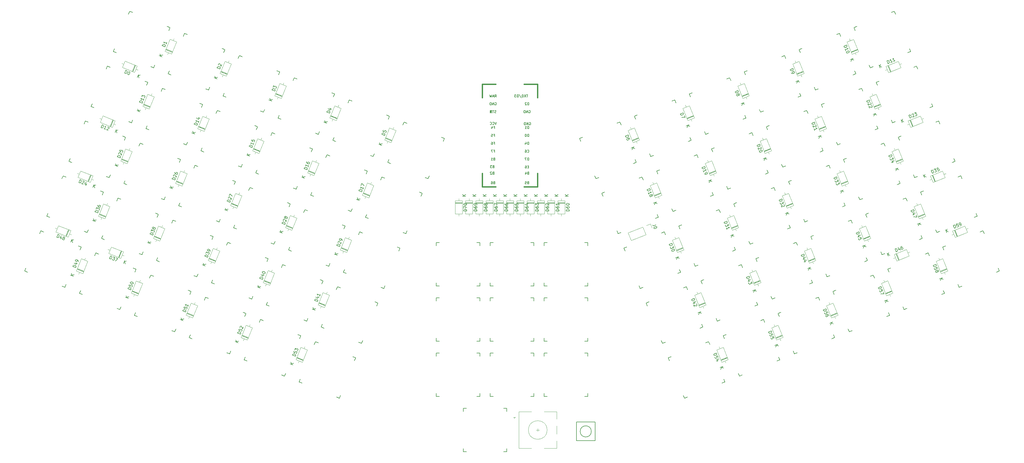
<source format=gto>
G04 #@! TF.GenerationSoftware,KiCad,Pcbnew,8.0.1*
G04 #@! TF.CreationDate,2024-05-03T20:41:19+02:00*
G04 #@! TF.ProjectId,boomerang,626f6f6d-6572-4616-9e67-2e6b69636164,rev?*
G04 #@! TF.SameCoordinates,Original*
G04 #@! TF.FileFunction,Legend,Top*
G04 #@! TF.FilePolarity,Positive*
%FSLAX46Y46*%
G04 Gerber Fmt 4.6, Leading zero omitted, Abs format (unit mm)*
G04 Created by KiCad (PCBNEW 8.0.1) date 2024-05-03 20:41:19*
%MOMM*%
%LPD*%
G01*
G04 APERTURE LIST*
G04 Aperture macros list*
%AMHorizOval*
0 Thick line with rounded ends*
0 $1 width*
0 $2 $3 position (X,Y) of the first rounded end (center of the circle)*
0 $4 $5 position (X,Y) of the second rounded end (center of the circle)*
0 Add line between two ends*
20,1,$1,$2,$3,$4,$5,0*
0 Add two circle primitives to create the rounded ends*
1,1,$1,$2,$3*
1,1,$1,$4,$5*%
%AMRotRect*
0 Rectangle, with rotation*
0 The origin of the aperture is its center*
0 $1 length*
0 $2 width*
0 $3 Rotation angle, in degrees counterclockwise*
0 Add horizontal line*
21,1,$1,$2,0,0,$3*%
G04 Aperture macros list end*
%ADD10C,0.150000*%
%ADD11C,0.120000*%
%ADD12C,0.381000*%
%ADD13R,1.752600X1.752600*%
%ADD14C,1.752600*%
%ADD15RotRect,1.600000X1.600000X68.000000*%
%ADD16HorizOval,1.600000X0.000000X0.000000X0.000000X0.000000X0*%
%ADD17C,1.701800*%
%ADD18C,3.000000*%
%ADD19C,3.987800*%
%ADD20RotRect,1.600000X1.600000X112.000000*%
%ADD21HorizOval,1.600000X0.000000X0.000000X0.000000X0.000000X0*%
%ADD22RotRect,1.700000X1.700000X292.000000*%
%ADD23HorizOval,1.700000X0.000000X0.000000X0.000000X0.000000X0*%
%ADD24R,1.600000X1.600000*%
%ADD25O,1.600000X1.600000*%
%ADD26RotRect,1.600000X1.600000X22.000000*%
%ADD27HorizOval,1.600000X0.000000X0.000000X0.000000X0.000000X0*%
%ADD28RotRect,1.600000X1.600000X158.000000*%
%ADD29HorizOval,1.600000X0.000000X0.000000X0.000000X0.000000X0*%
%ADD30C,4.400000*%
%ADD31O,3.200000X2.000000*%
%ADD32R,2.000000X2.000000*%
%ADD33C,2.000000*%
G04 APERTURE END LIST*
D10*
X90323062Y-67202017D02*
X89395878Y-66827411D01*
X89395878Y-66827411D02*
X89485070Y-66606653D01*
X89485070Y-66606653D02*
X89582737Y-66492036D01*
X89582737Y-66492036D02*
X89706717Y-66439410D01*
X89706717Y-66439410D02*
X89812859Y-66430935D01*
X89812859Y-66430935D02*
X90007304Y-66458137D01*
X90007304Y-66458137D02*
X90139759Y-66511652D01*
X90139759Y-66511652D02*
X90298527Y-66627157D01*
X90298527Y-66627157D02*
X90368991Y-66706986D01*
X90368991Y-66706986D02*
X90421618Y-66830966D01*
X90421618Y-66830966D02*
X90412254Y-66981259D01*
X90412254Y-66981259D02*
X90323062Y-67202017D01*
X90893891Y-65789166D02*
X90679830Y-66318985D01*
X90786861Y-66054075D02*
X89859677Y-65679469D01*
X89859677Y-65679469D02*
X89956455Y-65821287D01*
X89956455Y-65821287D02*
X90009081Y-65945267D01*
X90009081Y-65945267D02*
X90017556Y-66051409D01*
X89370894Y-70412946D02*
X88443710Y-70038339D01*
X89584955Y-69883126D02*
X88894590Y-70066430D01*
X88657771Y-69508520D02*
X88973530Y-70252400D01*
X308754080Y-67050684D02*
X309681264Y-66676077D01*
X309681264Y-66676077D02*
X309770456Y-66896835D01*
X309770456Y-66896835D02*
X309779820Y-67047128D01*
X309779820Y-67047128D02*
X309727193Y-67171108D01*
X309727193Y-67171108D02*
X309656728Y-67250937D01*
X309656728Y-67250937D02*
X309497960Y-67366442D01*
X309497960Y-67366442D02*
X309365506Y-67419957D01*
X309365506Y-67419957D02*
X309171061Y-67447159D01*
X309171061Y-67447159D02*
X309064919Y-67438684D01*
X309064919Y-67438684D02*
X308940939Y-67386058D01*
X308940939Y-67386058D02*
X308843272Y-67271442D01*
X308843272Y-67271442D02*
X308754080Y-67050684D01*
X309324909Y-68463535D02*
X309110848Y-67933716D01*
X309217879Y-68198625D02*
X310145063Y-67824019D01*
X310145063Y-67824019D02*
X309976931Y-67789231D01*
X309976931Y-67789231D02*
X309852951Y-67736604D01*
X309852951Y-67736604D02*
X309773123Y-67666140D01*
X310483992Y-68662900D02*
X310519669Y-68751203D01*
X310519669Y-68751203D02*
X310511194Y-68857344D01*
X310511194Y-68857344D02*
X310484881Y-68919334D01*
X310484881Y-68919334D02*
X310414416Y-68999163D01*
X310414416Y-68999163D02*
X310255648Y-69114668D01*
X310255648Y-69114668D02*
X310034890Y-69203860D01*
X310034890Y-69203860D02*
X309840446Y-69231062D01*
X309840446Y-69231062D02*
X309734304Y-69222587D01*
X309734304Y-69222587D02*
X309672314Y-69196274D01*
X309672314Y-69196274D02*
X309592485Y-69125809D01*
X309592485Y-69125809D02*
X309556809Y-69037506D01*
X309556809Y-69037506D02*
X309565283Y-68931365D01*
X309565283Y-68931365D02*
X309591597Y-68869374D01*
X309591597Y-68869374D02*
X309662061Y-68789546D01*
X309662061Y-68789546D02*
X309820829Y-68674041D01*
X309820829Y-68674041D02*
X310041588Y-68584849D01*
X310041588Y-68584849D02*
X310236032Y-68557647D01*
X310236032Y-68557647D02*
X310342174Y-68566122D01*
X310342174Y-68566122D02*
X310404164Y-68592435D01*
X310404164Y-68592435D02*
X310483992Y-68662900D01*
X310834798Y-71346413D02*
X311761982Y-70971806D01*
X311048859Y-71876232D02*
X311418133Y-71264807D01*
X311976043Y-71501626D02*
X311232163Y-71185867D01*
X248295999Y-124562376D02*
X247633724Y-124829952D01*
X247633724Y-124829952D02*
X247483431Y-124839315D01*
X247483431Y-124839315D02*
X247359451Y-124786689D01*
X247359451Y-124786689D02*
X247261784Y-124672073D01*
X247261784Y-124672073D02*
X247226107Y-124583769D01*
X248545736Y-125180498D02*
X248581413Y-125268802D01*
X248581413Y-125268802D02*
X248572938Y-125374943D01*
X248572938Y-125374943D02*
X248546625Y-125436933D01*
X248546625Y-125436933D02*
X248476160Y-125516762D01*
X248476160Y-125516762D02*
X248317392Y-125632267D01*
X248317392Y-125632267D02*
X248096634Y-125721459D01*
X248096634Y-125721459D02*
X247902189Y-125748661D01*
X247902189Y-125748661D02*
X247796048Y-125740186D01*
X247796048Y-125740186D02*
X247734058Y-125713873D01*
X247734058Y-125713873D02*
X247654229Y-125643408D01*
X247654229Y-125643408D02*
X247618553Y-125555105D01*
X247618553Y-125555105D02*
X247627027Y-125448963D01*
X247627027Y-125448963D02*
X247653341Y-125386973D01*
X247653341Y-125386973D02*
X247723805Y-125307145D01*
X247723805Y-125307145D02*
X247882573Y-125191640D01*
X247882573Y-125191640D02*
X248103331Y-125102448D01*
X248103331Y-125102448D02*
X248297776Y-125075246D01*
X248297776Y-125075246D02*
X248403918Y-125083720D01*
X248403918Y-125083720D02*
X248465908Y-125110034D01*
X248465908Y-125110034D02*
X248545736Y-125180498D01*
X323203220Y-102305026D02*
X324130404Y-101930419D01*
X324130404Y-101930419D02*
X324219596Y-102151177D01*
X324219596Y-102151177D02*
X324228960Y-102301470D01*
X324228960Y-102301470D02*
X324176333Y-102425450D01*
X324176333Y-102425450D02*
X324105868Y-102505279D01*
X324105868Y-102505279D02*
X323947100Y-102620784D01*
X323947100Y-102620784D02*
X323814646Y-102674299D01*
X323814646Y-102674299D02*
X323620201Y-102701501D01*
X323620201Y-102701501D02*
X323514059Y-102693026D01*
X323514059Y-102693026D02*
X323390079Y-102640400D01*
X323390079Y-102640400D02*
X323292412Y-102525784D01*
X323292412Y-102525784D02*
X323203220Y-102305026D01*
X324469334Y-102769300D02*
X324701233Y-103343271D01*
X324701233Y-103343271D02*
X324223151Y-103176917D01*
X324223151Y-103176917D02*
X324276667Y-103309371D01*
X324276667Y-103309371D02*
X324268192Y-103415513D01*
X324268192Y-103415513D02*
X324241879Y-103477503D01*
X324241879Y-103477503D02*
X324171414Y-103557331D01*
X324171414Y-103557331D02*
X323950656Y-103646524D01*
X323950656Y-103646524D02*
X323844514Y-103638049D01*
X323844514Y-103638049D02*
X323782524Y-103611736D01*
X323782524Y-103611736D02*
X323702696Y-103541271D01*
X323702696Y-103541271D02*
X323595665Y-103276361D01*
X323595665Y-103276361D02*
X323604140Y-103170219D01*
X323604140Y-103170219D02*
X323630453Y-103108229D01*
X324713263Y-104262868D02*
X324095141Y-104512606D01*
X324977284Y-103899403D02*
X324225818Y-103946221D01*
X324225818Y-103946221D02*
X324457717Y-104520192D01*
X325283938Y-106600755D02*
X326211122Y-106226148D01*
X325497999Y-107130574D02*
X325867273Y-106519149D01*
X326425183Y-106755968D02*
X325681303Y-106440209D01*
X287877515Y-116577537D02*
X288804699Y-116202930D01*
X288804699Y-116202930D02*
X288893891Y-116423688D01*
X288893891Y-116423688D02*
X288903255Y-116573981D01*
X288903255Y-116573981D02*
X288850628Y-116697961D01*
X288850628Y-116697961D02*
X288780163Y-116777790D01*
X288780163Y-116777790D02*
X288621395Y-116893295D01*
X288621395Y-116893295D02*
X288488941Y-116946810D01*
X288488941Y-116946810D02*
X288294496Y-116974012D01*
X288294496Y-116974012D02*
X288188354Y-116965537D01*
X288188354Y-116965537D02*
X288064374Y-116912911D01*
X288064374Y-116912911D02*
X287966707Y-116798295D01*
X287966707Y-116798295D02*
X287877515Y-116577537D01*
X289143629Y-117041811D02*
X289375528Y-117615782D01*
X289375528Y-117615782D02*
X288897446Y-117449428D01*
X288897446Y-117449428D02*
X288950962Y-117581882D01*
X288950962Y-117581882D02*
X288942487Y-117688024D01*
X288942487Y-117688024D02*
X288916174Y-117750014D01*
X288916174Y-117750014D02*
X288845709Y-117829842D01*
X288845709Y-117829842D02*
X288624951Y-117919035D01*
X288624951Y-117919035D02*
X288518809Y-117910560D01*
X288518809Y-117910560D02*
X288456819Y-117884247D01*
X288456819Y-117884247D02*
X288376991Y-117813782D01*
X288376991Y-117813782D02*
X288269960Y-117548872D01*
X288269960Y-117548872D02*
X288278435Y-117442730D01*
X288278435Y-117442730D02*
X288304748Y-117380740D01*
X289429932Y-118004671D02*
X289491922Y-118030985D01*
X289491922Y-118030985D02*
X289571751Y-118101449D01*
X289571751Y-118101449D02*
X289660943Y-118322207D01*
X289660943Y-118322207D02*
X289652468Y-118428349D01*
X289652468Y-118428349D02*
X289626155Y-118490339D01*
X289626155Y-118490339D02*
X289555690Y-118570167D01*
X289555690Y-118570167D02*
X289467387Y-118605844D01*
X289467387Y-118605844D02*
X289317093Y-118615208D01*
X289317093Y-118615208D02*
X288573213Y-118299449D01*
X288573213Y-118299449D02*
X288805112Y-118873420D01*
X289958233Y-120873266D02*
X290885417Y-120498659D01*
X290172294Y-121403085D02*
X290541568Y-120791660D01*
X291099478Y-121028479D02*
X290355598Y-120712720D01*
X220398270Y-120085716D02*
X219398270Y-120085716D01*
X219398270Y-120085716D02*
X219398270Y-119847621D01*
X219398270Y-119847621D02*
X219445889Y-119704764D01*
X219445889Y-119704764D02*
X219541127Y-119609526D01*
X219541127Y-119609526D02*
X219636365Y-119561907D01*
X219636365Y-119561907D02*
X219826841Y-119514288D01*
X219826841Y-119514288D02*
X219969698Y-119514288D01*
X219969698Y-119514288D02*
X220160174Y-119561907D01*
X220160174Y-119561907D02*
X220255412Y-119609526D01*
X220255412Y-119609526D02*
X220350651Y-119704764D01*
X220350651Y-119704764D02*
X220398270Y-119847621D01*
X220398270Y-119847621D02*
X220398270Y-120085716D01*
X219398270Y-118657145D02*
X219398270Y-118847621D01*
X219398270Y-118847621D02*
X219445889Y-118942859D01*
X219445889Y-118942859D02*
X219493508Y-118990478D01*
X219493508Y-118990478D02*
X219636365Y-119085716D01*
X219636365Y-119085716D02*
X219826841Y-119133335D01*
X219826841Y-119133335D02*
X220207793Y-119133335D01*
X220207793Y-119133335D02*
X220303031Y-119085716D01*
X220303031Y-119085716D02*
X220350651Y-119038097D01*
X220350651Y-119038097D02*
X220398270Y-118942859D01*
X220398270Y-118942859D02*
X220398270Y-118752383D01*
X220398270Y-118752383D02*
X220350651Y-118657145D01*
X220350651Y-118657145D02*
X220303031Y-118609526D01*
X220303031Y-118609526D02*
X220207793Y-118561907D01*
X220207793Y-118561907D02*
X219969698Y-118561907D01*
X219969698Y-118561907D02*
X219874460Y-118609526D01*
X219874460Y-118609526D02*
X219826841Y-118657145D01*
X219826841Y-118657145D02*
X219779222Y-118752383D01*
X219779222Y-118752383D02*
X219779222Y-118942859D01*
X219779222Y-118942859D02*
X219826841Y-119038097D01*
X219826841Y-119038097D02*
X219874460Y-119085716D01*
X219874460Y-119085716D02*
X219969698Y-119133335D01*
X219398270Y-117942859D02*
X219398270Y-117847621D01*
X219398270Y-117847621D02*
X219445889Y-117752383D01*
X219445889Y-117752383D02*
X219493508Y-117704764D01*
X219493508Y-117704764D02*
X219588746Y-117657145D01*
X219588746Y-117657145D02*
X219779222Y-117609526D01*
X219779222Y-117609526D02*
X220017317Y-117609526D01*
X220017317Y-117609526D02*
X220207793Y-117657145D01*
X220207793Y-117657145D02*
X220303031Y-117704764D01*
X220303031Y-117704764D02*
X220350651Y-117752383D01*
X220350651Y-117752383D02*
X220398270Y-117847621D01*
X220398270Y-117847621D02*
X220398270Y-117942859D01*
X220398270Y-117942859D02*
X220350651Y-118038097D01*
X220350651Y-118038097D02*
X220303031Y-118085716D01*
X220303031Y-118085716D02*
X220207793Y-118133335D01*
X220207793Y-118133335D02*
X220017317Y-118180954D01*
X220017317Y-118180954D02*
X219779222Y-118180954D01*
X219779222Y-118180954D02*
X219588746Y-118133335D01*
X219588746Y-118133335D02*
X219493508Y-118085716D01*
X219493508Y-118085716D02*
X219445889Y-118038097D01*
X219445889Y-118038097D02*
X219398270Y-117942859D01*
X220078270Y-115323335D02*
X219078270Y-115323335D01*
X220078270Y-114751907D02*
X219506841Y-115180478D01*
X219078270Y-114751907D02*
X219649698Y-115323335D01*
X337475731Y-137630731D02*
X338402915Y-137256124D01*
X338402915Y-137256124D02*
X338492107Y-137476882D01*
X338492107Y-137476882D02*
X338501471Y-137627175D01*
X338501471Y-137627175D02*
X338448844Y-137751155D01*
X338448844Y-137751155D02*
X338378379Y-137830984D01*
X338378379Y-137830984D02*
X338219611Y-137946489D01*
X338219611Y-137946489D02*
X338087157Y-138000004D01*
X338087157Y-138000004D02*
X337892712Y-138027206D01*
X337892712Y-138027206D02*
X337786570Y-138018731D01*
X337786570Y-138018731D02*
X337662590Y-137966105D01*
X337662590Y-137966105D02*
X337564923Y-137851489D01*
X337564923Y-137851489D02*
X337475731Y-137630731D01*
X338955906Y-138624824D02*
X338777522Y-138183308D01*
X338777522Y-138183308D02*
X338318167Y-138317540D01*
X338318167Y-138317540D02*
X338380157Y-138343854D01*
X338380157Y-138343854D02*
X338459986Y-138414318D01*
X338459986Y-138414318D02*
X338549178Y-138635076D01*
X338549178Y-138635076D02*
X338540703Y-138741218D01*
X338540703Y-138741218D02*
X338514390Y-138803208D01*
X338514390Y-138803208D02*
X338443925Y-138883036D01*
X338443925Y-138883036D02*
X338223167Y-138972229D01*
X338223167Y-138972229D02*
X338117025Y-138963754D01*
X338117025Y-138963754D02*
X338055035Y-138937441D01*
X338055035Y-138937441D02*
X337975207Y-138866976D01*
X337975207Y-138866976D02*
X337886015Y-138646218D01*
X337886015Y-138646218D02*
X337894489Y-138540076D01*
X337894489Y-138540076D02*
X337920803Y-138478086D01*
X338790441Y-139359341D02*
X338798915Y-139253199D01*
X338798915Y-139253199D02*
X338825229Y-139191209D01*
X338825229Y-139191209D02*
X338895693Y-139111381D01*
X338895693Y-139111381D02*
X338939845Y-139093542D01*
X338939845Y-139093542D02*
X339045987Y-139102017D01*
X339045987Y-139102017D02*
X339107977Y-139128330D01*
X339107977Y-139128330D02*
X339187805Y-139198795D01*
X339187805Y-139198795D02*
X339259159Y-139375401D01*
X339259159Y-139375401D02*
X339250684Y-139481543D01*
X339250684Y-139481543D02*
X339224371Y-139543533D01*
X339224371Y-139543533D02*
X339153906Y-139623361D01*
X339153906Y-139623361D02*
X339109754Y-139641200D01*
X339109754Y-139641200D02*
X339003613Y-139632725D01*
X339003613Y-139632725D02*
X338941623Y-139606412D01*
X338941623Y-139606412D02*
X338861794Y-139535947D01*
X338861794Y-139535947D02*
X338790441Y-139359341D01*
X338790441Y-139359341D02*
X338710612Y-139288876D01*
X338710612Y-139288876D02*
X338648622Y-139262563D01*
X338648622Y-139262563D02*
X338542480Y-139254088D01*
X338542480Y-139254088D02*
X338365874Y-139325441D01*
X338365874Y-139325441D02*
X338295409Y-139405270D01*
X338295409Y-139405270D02*
X338269096Y-139467260D01*
X338269096Y-139467260D02*
X338260621Y-139573402D01*
X338260621Y-139573402D02*
X338331975Y-139750008D01*
X338331975Y-139750008D02*
X338411803Y-139820473D01*
X338411803Y-139820473D02*
X338473793Y-139846786D01*
X338473793Y-139846786D02*
X338579935Y-139855261D01*
X338579935Y-139855261D02*
X338756541Y-139783907D01*
X338756541Y-139783907D02*
X338827006Y-139704079D01*
X338827006Y-139704079D02*
X338853319Y-139642089D01*
X338853319Y-139642089D02*
X338861794Y-139535947D01*
X339556449Y-141926460D02*
X340483633Y-141551853D01*
X339770510Y-142456279D02*
X340139784Y-141844854D01*
X340697694Y-142081673D02*
X339953814Y-141765914D01*
X118311651Y-99634529D02*
X117384467Y-99259922D01*
X117384467Y-99259922D02*
X117473659Y-99039164D01*
X117473659Y-99039164D02*
X117571326Y-98924548D01*
X117571326Y-98924548D02*
X117695306Y-98871921D01*
X117695306Y-98871921D02*
X117801448Y-98863447D01*
X117801448Y-98863447D02*
X117995892Y-98890649D01*
X117995892Y-98890649D02*
X118128347Y-98944164D01*
X118128347Y-98944164D02*
X118287115Y-99059669D01*
X118287115Y-99059669D02*
X118357580Y-99139498D01*
X118357580Y-99139498D02*
X118410207Y-99263478D01*
X118410207Y-99263478D02*
X118400843Y-99413771D01*
X118400843Y-99413771D02*
X118311651Y-99634529D01*
X118882480Y-98221677D02*
X118668419Y-98751497D01*
X118775450Y-98486587D02*
X117848266Y-98111980D01*
X117848266Y-98111980D02*
X117945044Y-98253799D01*
X117945044Y-98253799D02*
X117997670Y-98377779D01*
X117997670Y-98377779D02*
X118006145Y-98483920D01*
X118294226Y-97008190D02*
X118115842Y-97449706D01*
X118115842Y-97449706D02*
X118539520Y-97672242D01*
X118539520Y-97672242D02*
X118513206Y-97610252D01*
X118513206Y-97610252D02*
X118504732Y-97504110D01*
X118504732Y-97504110D02*
X118593924Y-97283352D01*
X118593924Y-97283352D02*
X118673752Y-97212887D01*
X118673752Y-97212887D02*
X118735742Y-97186574D01*
X118735742Y-97186574D02*
X118841884Y-97178099D01*
X118841884Y-97178099D02*
X119062642Y-97267291D01*
X119062642Y-97267291D02*
X119133107Y-97347120D01*
X119133107Y-97347120D02*
X119159420Y-97409110D01*
X119159420Y-97409110D02*
X119167895Y-97515251D01*
X119167895Y-97515251D02*
X119078703Y-97736010D01*
X119078703Y-97736010D02*
X118998874Y-97806474D01*
X118998874Y-97806474D02*
X118936884Y-97832788D01*
X117537867Y-102403941D02*
X116610683Y-102029334D01*
X117751928Y-101874121D02*
X117061563Y-102057425D01*
X116824744Y-101499515D02*
X117140503Y-102243395D01*
X259706796Y-148559259D02*
X260633980Y-148184652D01*
X260633980Y-148184652D02*
X260723172Y-148405410D01*
X260723172Y-148405410D02*
X260732536Y-148555703D01*
X260732536Y-148555703D02*
X260679909Y-148679683D01*
X260679909Y-148679683D02*
X260609444Y-148759512D01*
X260609444Y-148759512D02*
X260450676Y-148875017D01*
X260450676Y-148875017D02*
X260318222Y-148928532D01*
X260318222Y-148928532D02*
X260123777Y-148955734D01*
X260123777Y-148955734D02*
X260017635Y-148947259D01*
X260017635Y-148947259D02*
X259893655Y-148894633D01*
X259893655Y-148894633D02*
X259795988Y-148780017D01*
X259795988Y-148780017D02*
X259706796Y-148559259D01*
X260860071Y-149634069D02*
X260241948Y-149883807D01*
X261124092Y-149270604D02*
X260372626Y-149317422D01*
X260372626Y-149317422D02*
X260604525Y-149891393D01*
X261259213Y-149986393D02*
X261321203Y-150012707D01*
X261321203Y-150012707D02*
X261401032Y-150083171D01*
X261401032Y-150083171D02*
X261490224Y-150303929D01*
X261490224Y-150303929D02*
X261481749Y-150410071D01*
X261481749Y-150410071D02*
X261455436Y-150472061D01*
X261455436Y-150472061D02*
X261384971Y-150551889D01*
X261384971Y-150551889D02*
X261296668Y-150587566D01*
X261296668Y-150587566D02*
X261146374Y-150596930D01*
X261146374Y-150596930D02*
X260402494Y-150281171D01*
X260402494Y-150281171D02*
X260634393Y-150855142D01*
X261787514Y-152854988D02*
X262714698Y-152480381D01*
X262001575Y-153384807D02*
X262370849Y-152773382D01*
X262928759Y-153010201D02*
X262184879Y-152694442D01*
X139368591Y-149223474D02*
X138441407Y-148848867D01*
X138441407Y-148848867D02*
X138530599Y-148628109D01*
X138530599Y-148628109D02*
X138628266Y-148513493D01*
X138628266Y-148513493D02*
X138752246Y-148460866D01*
X138752246Y-148460866D02*
X138858388Y-148452392D01*
X138858388Y-148452392D02*
X139052832Y-148479594D01*
X139052832Y-148479594D02*
X139185287Y-148533109D01*
X139185287Y-148533109D02*
X139344055Y-148648614D01*
X139344055Y-148648614D02*
X139414520Y-148728443D01*
X139414520Y-148728443D02*
X139467147Y-148852423D01*
X139467147Y-148852423D02*
X139457783Y-149002716D01*
X139457783Y-149002716D02*
X139368591Y-149223474D01*
X139285621Y-147649188D02*
X139903743Y-147898926D01*
X138843216Y-147727239D02*
X139416298Y-148215573D01*
X139416298Y-148215573D02*
X139648197Y-147641602D01*
X140296188Y-146927590D02*
X140082127Y-147457409D01*
X140189158Y-147192500D02*
X139261974Y-146817893D01*
X139261974Y-146817893D02*
X139358752Y-146959712D01*
X139358752Y-146959712D02*
X139411378Y-147083692D01*
X139411378Y-147083692D02*
X139419853Y-147189833D01*
X138594807Y-151992886D02*
X137667623Y-151618279D01*
X138808868Y-151463066D02*
X138118503Y-151646370D01*
X137881684Y-151088460D02*
X138197443Y-151832340D01*
X125648767Y-81474530D02*
X124721583Y-81099924D01*
X124721583Y-81099924D02*
X124810775Y-80879166D01*
X124810775Y-80879166D02*
X124908442Y-80764549D01*
X124908442Y-80764549D02*
X125032422Y-80711923D01*
X125032422Y-80711923D02*
X125138564Y-80703448D01*
X125138564Y-80703448D02*
X125333009Y-80730650D01*
X125333009Y-80730650D02*
X125465464Y-80784165D01*
X125465464Y-80784165D02*
X125624232Y-80899670D01*
X125624232Y-80899670D02*
X125694696Y-80979499D01*
X125694696Y-80979499D02*
X125747323Y-81103479D01*
X125747323Y-81103479D02*
X125737959Y-81253772D01*
X125737959Y-81253772D02*
X125648767Y-81474530D01*
X125060513Y-80261043D02*
X125292412Y-79687072D01*
X125292412Y-79687072D02*
X125520756Y-80138841D01*
X125520756Y-80138841D02*
X125574272Y-80006386D01*
X125574272Y-80006386D02*
X125654100Y-79935921D01*
X125654100Y-79935921D02*
X125716090Y-79909608D01*
X125716090Y-79909608D02*
X125822232Y-79901133D01*
X125822232Y-79901133D02*
X126042990Y-79990325D01*
X126042990Y-79990325D02*
X126113455Y-80070153D01*
X126113455Y-80070153D02*
X126139768Y-80132143D01*
X126139768Y-80132143D02*
X126148243Y-80238285D01*
X126148243Y-80238285D02*
X126041212Y-80503195D01*
X126041212Y-80503195D02*
X125961384Y-80573660D01*
X125961384Y-80573660D02*
X125899394Y-80599973D01*
X124696599Y-84685459D02*
X123769415Y-84310852D01*
X124910660Y-84155639D02*
X124220295Y-84338943D01*
X123983476Y-83781033D02*
X124299235Y-84524913D01*
X121705737Y-142087218D02*
X120778553Y-141712611D01*
X120778553Y-141712611D02*
X120867745Y-141491853D01*
X120867745Y-141491853D02*
X120965412Y-141377237D01*
X120965412Y-141377237D02*
X121089392Y-141324610D01*
X121089392Y-141324610D02*
X121195534Y-141316136D01*
X121195534Y-141316136D02*
X121389978Y-141343338D01*
X121389978Y-141343338D02*
X121522433Y-141396853D01*
X121522433Y-141396853D02*
X121681201Y-141512358D01*
X121681201Y-141512358D02*
X121751666Y-141592187D01*
X121751666Y-141592187D02*
X121804293Y-141716167D01*
X121804293Y-141716167D02*
X121794929Y-141866460D01*
X121794929Y-141866460D02*
X121705737Y-142087218D01*
X121622767Y-140512932D02*
X122240889Y-140762670D01*
X121180362Y-140590983D02*
X121753444Y-141079317D01*
X121753444Y-141079317D02*
X121985343Y-140505346D01*
X121581282Y-139725789D02*
X121616958Y-139637485D01*
X121616958Y-139637485D02*
X121696787Y-139567021D01*
X121696787Y-139567021D02*
X121758777Y-139540707D01*
X121758777Y-139540707D02*
X121864918Y-139532233D01*
X121864918Y-139532233D02*
X122059363Y-139559435D01*
X122059363Y-139559435D02*
X122280121Y-139648627D01*
X122280121Y-139648627D02*
X122438889Y-139764132D01*
X122438889Y-139764132D02*
X122509354Y-139843960D01*
X122509354Y-139843960D02*
X122535667Y-139905950D01*
X122535667Y-139905950D02*
X122544142Y-140012092D01*
X122544142Y-140012092D02*
X122508465Y-140100395D01*
X122508465Y-140100395D02*
X122428637Y-140170860D01*
X122428637Y-140170860D02*
X122366647Y-140197173D01*
X122366647Y-140197173D02*
X122260505Y-140205648D01*
X122260505Y-140205648D02*
X122066060Y-140178446D01*
X122066060Y-140178446D02*
X121845302Y-140089254D01*
X121845302Y-140089254D02*
X121686534Y-139973749D01*
X121686534Y-139973749D02*
X121616069Y-139893920D01*
X121616069Y-139893920D02*
X121589756Y-139831930D01*
X121589756Y-139831930D02*
X121581282Y-139725789D01*
X120931953Y-144856630D02*
X120004769Y-144482023D01*
X121146014Y-144326810D02*
X120455649Y-144510114D01*
X120218830Y-143952204D02*
X120534589Y-144696084D01*
X114588211Y-159703712D02*
X113661027Y-159329105D01*
X113661027Y-159329105D02*
X113750219Y-159108347D01*
X113750219Y-159108347D02*
X113847886Y-158993731D01*
X113847886Y-158993731D02*
X113971866Y-158941104D01*
X113971866Y-158941104D02*
X114078008Y-158932630D01*
X114078008Y-158932630D02*
X114272452Y-158959832D01*
X114272452Y-158959832D02*
X114404907Y-159013347D01*
X114404907Y-159013347D02*
X114563675Y-159128852D01*
X114563675Y-159128852D02*
X114634140Y-159208681D01*
X114634140Y-159208681D02*
X114686767Y-159332661D01*
X114686767Y-159332661D02*
X114677403Y-159482954D01*
X114677403Y-159482954D02*
X114588211Y-159703712D01*
X114214018Y-157960405D02*
X114035634Y-158401921D01*
X114035634Y-158401921D02*
X114459311Y-158624457D01*
X114459311Y-158624457D02*
X114432998Y-158562467D01*
X114432998Y-158562467D02*
X114424523Y-158456325D01*
X114424523Y-158456325D02*
X114513715Y-158235567D01*
X114513715Y-158235567D02*
X114593544Y-158165103D01*
X114593544Y-158165103D02*
X114655534Y-158138789D01*
X114655534Y-158138789D02*
X114761676Y-158130315D01*
X114761676Y-158130315D02*
X114982434Y-158219507D01*
X114982434Y-158219507D02*
X115052898Y-158299335D01*
X115052898Y-158299335D02*
X115079212Y-158361325D01*
X115079212Y-158361325D02*
X115087686Y-158467467D01*
X115087686Y-158467467D02*
X114998494Y-158688225D01*
X114998494Y-158688225D02*
X114918666Y-158758690D01*
X114918666Y-158758690D02*
X114856676Y-158785003D01*
X114462867Y-157598718D02*
X114436553Y-157536728D01*
X114436553Y-157536728D02*
X114428079Y-157430586D01*
X114428079Y-157430586D02*
X114517271Y-157209828D01*
X114517271Y-157209828D02*
X114597099Y-157139363D01*
X114597099Y-157139363D02*
X114659089Y-157113050D01*
X114659089Y-157113050D02*
X114765231Y-157104575D01*
X114765231Y-157104575D02*
X114853534Y-157140252D01*
X114853534Y-157140252D02*
X114968150Y-157237919D01*
X114968150Y-157237919D02*
X115283909Y-157981799D01*
X115283909Y-157981799D02*
X115515808Y-157407828D01*
X113814427Y-162473124D02*
X112887243Y-162098517D01*
X114028488Y-161943304D02*
X113338123Y-162126608D01*
X113101304Y-161568698D02*
X113417063Y-162312578D01*
X284487174Y-159039498D02*
X285414358Y-158664891D01*
X285414358Y-158664891D02*
X285503550Y-158885649D01*
X285503550Y-158885649D02*
X285512914Y-159035942D01*
X285512914Y-159035942D02*
X285460287Y-159159922D01*
X285460287Y-159159922D02*
X285389822Y-159239751D01*
X285389822Y-159239751D02*
X285231054Y-159355256D01*
X285231054Y-159355256D02*
X285098600Y-159408771D01*
X285098600Y-159408771D02*
X284904155Y-159435973D01*
X284904155Y-159435973D02*
X284798013Y-159427498D01*
X284798013Y-159427498D02*
X284674033Y-159374872D01*
X284674033Y-159374872D02*
X284576366Y-159260256D01*
X284576366Y-159260256D02*
X284487174Y-159039498D01*
X285967349Y-160033591D02*
X285788965Y-159592075D01*
X285788965Y-159592075D02*
X285329610Y-159726307D01*
X285329610Y-159726307D02*
X285391600Y-159752621D01*
X285391600Y-159752621D02*
X285471429Y-159823085D01*
X285471429Y-159823085D02*
X285560621Y-160043843D01*
X285560621Y-160043843D02*
X285552146Y-160149985D01*
X285552146Y-160149985D02*
X285525833Y-160211975D01*
X285525833Y-160211975D02*
X285455368Y-160291803D01*
X285455368Y-160291803D02*
X285234610Y-160380996D01*
X285234610Y-160380996D02*
X285128468Y-160372521D01*
X285128468Y-160372521D02*
X285066478Y-160346208D01*
X285066478Y-160346208D02*
X284986650Y-160275743D01*
X284986650Y-160275743D02*
X284897458Y-160054985D01*
X284897458Y-160054985D02*
X284905932Y-159948843D01*
X284905932Y-159948843D02*
X284932246Y-159886853D01*
X286324117Y-160916623D02*
X286145733Y-160475107D01*
X286145733Y-160475107D02*
X285686378Y-160609340D01*
X285686378Y-160609340D02*
X285748368Y-160635653D01*
X285748368Y-160635653D02*
X285828197Y-160706118D01*
X285828197Y-160706118D02*
X285917389Y-160926876D01*
X285917389Y-160926876D02*
X285908914Y-161033017D01*
X285908914Y-161033017D02*
X285882601Y-161095007D01*
X285882601Y-161095007D02*
X285812136Y-161174836D01*
X285812136Y-161174836D02*
X285591378Y-161264028D01*
X285591378Y-161264028D02*
X285485236Y-161255553D01*
X285485236Y-161255553D02*
X285423246Y-161229240D01*
X285423246Y-161229240D02*
X285343418Y-161158775D01*
X285343418Y-161158775D02*
X285254226Y-160938017D01*
X285254226Y-160938017D02*
X285262701Y-160831875D01*
X285262701Y-160831875D02*
X285289014Y-160769885D01*
X286567892Y-163335227D02*
X287495076Y-162960620D01*
X286781953Y-163865046D02*
X287151227Y-163253621D01*
X287709137Y-163490440D02*
X286965257Y-163174681D01*
X291446241Y-74557093D02*
X292373425Y-74182487D01*
X292373425Y-74182487D02*
X292462617Y-74403245D01*
X292462617Y-74403245D02*
X292471981Y-74553538D01*
X292471981Y-74553538D02*
X292419355Y-74677518D01*
X292419355Y-74677518D02*
X292348890Y-74757346D01*
X292348890Y-74757346D02*
X292190122Y-74872852D01*
X292190122Y-74872852D02*
X292057667Y-74926367D01*
X292057667Y-74926367D02*
X291863222Y-74953569D01*
X291863222Y-74953569D02*
X291757080Y-74945094D01*
X291757080Y-74945094D02*
X291633100Y-74892468D01*
X291633100Y-74892468D02*
X291535434Y-74777851D01*
X291535434Y-74777851D02*
X291446241Y-74557093D01*
X291838686Y-75528429D02*
X291910040Y-75705035D01*
X291910040Y-75705035D02*
X291989869Y-75775500D01*
X291989869Y-75775500D02*
X292051859Y-75801813D01*
X292051859Y-75801813D02*
X292219990Y-75836601D01*
X292219990Y-75836601D02*
X292414435Y-75809399D01*
X292414435Y-75809399D02*
X292767648Y-75666692D01*
X292767648Y-75666692D02*
X292838113Y-75586863D01*
X292838113Y-75586863D02*
X292864426Y-75524873D01*
X292864426Y-75524873D02*
X292872901Y-75418732D01*
X292872901Y-75418732D02*
X292801547Y-75242125D01*
X292801547Y-75242125D02*
X292721719Y-75171660D01*
X292721719Y-75171660D02*
X292659729Y-75145347D01*
X292659729Y-75145347D02*
X292553587Y-75136872D01*
X292553587Y-75136872D02*
X292332829Y-75226064D01*
X292332829Y-75226064D02*
X292262364Y-75305893D01*
X292262364Y-75305893D02*
X292236051Y-75367883D01*
X292236051Y-75367883D02*
X292227576Y-75474025D01*
X292227576Y-75474025D02*
X292298930Y-75650631D01*
X292298930Y-75650631D02*
X292378758Y-75721096D01*
X292378758Y-75721096D02*
X292440748Y-75747409D01*
X292440748Y-75747409D02*
X292546890Y-75755884D01*
X293348575Y-78411306D02*
X294275759Y-78036699D01*
X293562636Y-78941125D02*
X293931910Y-78329700D01*
X294489820Y-78566519D02*
X293745940Y-78250760D01*
X344361828Y-125615844D02*
X343987221Y-124688660D01*
X343987221Y-124688660D02*
X344207979Y-124599468D01*
X344207979Y-124599468D02*
X344358272Y-124590104D01*
X344358272Y-124590104D02*
X344482252Y-124642731D01*
X344482252Y-124642731D02*
X344562081Y-124713196D01*
X344562081Y-124713196D02*
X344677586Y-124871964D01*
X344677586Y-124871964D02*
X344731101Y-125004418D01*
X344731101Y-125004418D02*
X344758303Y-125198863D01*
X344758303Y-125198863D02*
X344749828Y-125305005D01*
X344749828Y-125305005D02*
X344697202Y-125428985D01*
X344697202Y-125428985D02*
X344582586Y-125526652D01*
X344582586Y-125526652D02*
X344361828Y-125615844D01*
X345355921Y-124135669D02*
X344914405Y-124314053D01*
X344914405Y-124314053D02*
X345048637Y-124773408D01*
X345048637Y-124773408D02*
X345074951Y-124711418D01*
X345074951Y-124711418D02*
X345145415Y-124631589D01*
X345145415Y-124631589D02*
X345366173Y-124542397D01*
X345366173Y-124542397D02*
X345472315Y-124550872D01*
X345472315Y-124550872D02*
X345534305Y-124577185D01*
X345534305Y-124577185D02*
X345614133Y-124647650D01*
X345614133Y-124647650D02*
X345703326Y-124868408D01*
X345703326Y-124868408D02*
X345694851Y-124974550D01*
X345694851Y-124974550D02*
X345668538Y-125036540D01*
X345668538Y-125036540D02*
X345598073Y-125116368D01*
X345598073Y-125116368D02*
X345377315Y-125205560D01*
X345377315Y-125205560D02*
X345271173Y-125197086D01*
X345271173Y-125197086D02*
X345209183Y-125170772D01*
X346216195Y-124866631D02*
X346392802Y-124795277D01*
X346392802Y-124795277D02*
X346463267Y-124715449D01*
X346463267Y-124715449D02*
X346489580Y-124653459D01*
X346489580Y-124653459D02*
X346524368Y-124485327D01*
X346524368Y-124485327D02*
X346497166Y-124290882D01*
X346497166Y-124290882D02*
X346354458Y-123937669D01*
X346354458Y-123937669D02*
X346274630Y-123867204D01*
X346274630Y-123867204D02*
X346212640Y-123840891D01*
X346212640Y-123840891D02*
X346106498Y-123832416D01*
X346106498Y-123832416D02*
X345929892Y-123903770D01*
X345929892Y-123903770D02*
X345859427Y-123983598D01*
X345859427Y-123983598D02*
X345833114Y-124045588D01*
X345833114Y-124045588D02*
X345824639Y-124151730D01*
X345824639Y-124151730D02*
X345913831Y-124372488D01*
X345913831Y-124372488D02*
X345993660Y-124442953D01*
X345993660Y-124442953D02*
X346055650Y-124469266D01*
X346055650Y-124469266D02*
X346161791Y-124477741D01*
X346161791Y-124477741D02*
X346338398Y-124406387D01*
X346338398Y-124406387D02*
X346408863Y-124326559D01*
X346408863Y-124326559D02*
X346435176Y-124264569D01*
X346435176Y-124264569D02*
X346443651Y-124158427D01*
X341832163Y-126983026D02*
X341457556Y-126055842D01*
X342361982Y-126768965D02*
X341750557Y-126399691D01*
X341987376Y-125841781D02*
X341671617Y-126585661D01*
X61599656Y-138294946D02*
X60672472Y-137920339D01*
X60672472Y-137920339D02*
X60761664Y-137699581D01*
X60761664Y-137699581D02*
X60859331Y-137584965D01*
X60859331Y-137584965D02*
X60983311Y-137532338D01*
X60983311Y-137532338D02*
X61089453Y-137523864D01*
X61089453Y-137523864D02*
X61283897Y-137551066D01*
X61283897Y-137551066D02*
X61416352Y-137604581D01*
X61416352Y-137604581D02*
X61575120Y-137720086D01*
X61575120Y-137720086D02*
X61645585Y-137799915D01*
X61645585Y-137799915D02*
X61698212Y-137923895D01*
X61698212Y-137923895D02*
X61688848Y-138074188D01*
X61688848Y-138074188D02*
X61599656Y-138294946D01*
X61516686Y-136720660D02*
X62134808Y-136970398D01*
X61074281Y-136798711D02*
X61647363Y-137287045D01*
X61647363Y-137287045D02*
X61879262Y-136713074D01*
X62348869Y-136440578D02*
X62420223Y-136263972D01*
X62420223Y-136263972D02*
X62411748Y-136157830D01*
X62411748Y-136157830D02*
X62385435Y-136095840D01*
X62385435Y-136095840D02*
X62288657Y-135954022D01*
X62288657Y-135954022D02*
X62129889Y-135838516D01*
X62129889Y-135838516D02*
X61776676Y-135695809D01*
X61776676Y-135695809D02*
X61670534Y-135704284D01*
X61670534Y-135704284D02*
X61608544Y-135730597D01*
X61608544Y-135730597D02*
X61528716Y-135801062D01*
X61528716Y-135801062D02*
X61457362Y-135977668D01*
X61457362Y-135977668D02*
X61465837Y-136083810D01*
X61465837Y-136083810D02*
X61492150Y-136145800D01*
X61492150Y-136145800D02*
X61562615Y-136225628D01*
X61562615Y-136225628D02*
X61783373Y-136314820D01*
X61783373Y-136314820D02*
X61889515Y-136306346D01*
X61889515Y-136306346D02*
X61951505Y-136280032D01*
X61951505Y-136280032D02*
X62031333Y-136209568D01*
X62031333Y-136209568D02*
X62102687Y-136032961D01*
X62102687Y-136032961D02*
X62094212Y-135926820D01*
X62094212Y-135926820D02*
X62067899Y-135864830D01*
X62067899Y-135864830D02*
X61997434Y-135785001D01*
X60825872Y-141064358D02*
X59898688Y-140689751D01*
X61039933Y-140534538D02*
X60349568Y-140717842D01*
X60112749Y-140159932D02*
X60428508Y-140903812D01*
X295032500Y-134286748D02*
X295959684Y-133912141D01*
X295959684Y-133912141D02*
X296048876Y-134132899D01*
X296048876Y-134132899D02*
X296058240Y-134283192D01*
X296058240Y-134283192D02*
X296005613Y-134407172D01*
X296005613Y-134407172D02*
X295935148Y-134487001D01*
X295935148Y-134487001D02*
X295776380Y-134602506D01*
X295776380Y-134602506D02*
X295643926Y-134656021D01*
X295643926Y-134656021D02*
X295449481Y-134683223D01*
X295449481Y-134683223D02*
X295343339Y-134674748D01*
X295343339Y-134674748D02*
X295219359Y-134622122D01*
X295219359Y-134622122D02*
X295121692Y-134507506D01*
X295121692Y-134507506D02*
X295032500Y-134286748D01*
X296185775Y-135361558D02*
X295567652Y-135611296D01*
X296449796Y-134998093D02*
X295698330Y-135044911D01*
X295698330Y-135044911D02*
X295930229Y-135618882D01*
X296542543Y-136244590D02*
X295924421Y-136494328D01*
X296806564Y-135881125D02*
X296055098Y-135927943D01*
X296055098Y-135927943D02*
X296286997Y-136501914D01*
X297113218Y-138582477D02*
X298040402Y-138207870D01*
X297327279Y-139112296D02*
X297696553Y-138500871D01*
X298254463Y-138737690D02*
X297510583Y-138421931D01*
X72432081Y-135392492D02*
X72806688Y-134465308D01*
X72806688Y-134465308D02*
X73027446Y-134554500D01*
X73027446Y-134554500D02*
X73142062Y-134652167D01*
X73142062Y-134652167D02*
X73194689Y-134776147D01*
X73194689Y-134776147D02*
X73203163Y-134882289D01*
X73203163Y-134882289D02*
X73175961Y-135076733D01*
X73175961Y-135076733D02*
X73122446Y-135209188D01*
X73122446Y-135209188D02*
X73006941Y-135367956D01*
X73006941Y-135367956D02*
X72927112Y-135438421D01*
X72927112Y-135438421D02*
X72803132Y-135491048D01*
X72803132Y-135491048D02*
X72652839Y-135481684D01*
X72652839Y-135481684D02*
X72432081Y-135392492D01*
X73645568Y-134804238D02*
X74219539Y-135036137D01*
X74219539Y-135036137D02*
X73767771Y-135264481D01*
X73767771Y-135264481D02*
X73900226Y-135317996D01*
X73900226Y-135317996D02*
X73970690Y-135397825D01*
X73970690Y-135397825D02*
X73997004Y-135459815D01*
X73997004Y-135459815D02*
X74005478Y-135565957D01*
X74005478Y-135565957D02*
X73916286Y-135786715D01*
X73916286Y-135786715D02*
X73836458Y-135857179D01*
X73836458Y-135857179D02*
X73774468Y-135883493D01*
X73774468Y-135883493D02*
X73668326Y-135891967D01*
X73668326Y-135891967D02*
X73403417Y-135784937D01*
X73403417Y-135784937D02*
X73332952Y-135705108D01*
X73332952Y-135705108D02*
X73306639Y-135643118D01*
X74528601Y-135161006D02*
X75146723Y-135410744D01*
X75146723Y-135410744D02*
X74374752Y-136177382D01*
X76967557Y-136879812D02*
X77342164Y-135952628D01*
X77497377Y-137093873D02*
X77314073Y-136403508D01*
X77871983Y-136166689D02*
X77128103Y-136482448D01*
X270214662Y-123713793D02*
X271141846Y-123339186D01*
X271141846Y-123339186D02*
X271231038Y-123559944D01*
X271231038Y-123559944D02*
X271240402Y-123710237D01*
X271240402Y-123710237D02*
X271187775Y-123834217D01*
X271187775Y-123834217D02*
X271117310Y-123914046D01*
X271117310Y-123914046D02*
X270958542Y-124029551D01*
X270958542Y-124029551D02*
X270826088Y-124083066D01*
X270826088Y-124083066D02*
X270631643Y-124110268D01*
X270631643Y-124110268D02*
X270525501Y-124101793D01*
X270525501Y-124101793D02*
X270401521Y-124049167D01*
X270401521Y-124049167D02*
X270303854Y-123934551D01*
X270303854Y-123934551D02*
X270214662Y-123713793D01*
X271480776Y-124178067D02*
X271712675Y-124752038D01*
X271712675Y-124752038D02*
X271234593Y-124585684D01*
X271234593Y-124585684D02*
X271288109Y-124718138D01*
X271288109Y-124718138D02*
X271279634Y-124824280D01*
X271279634Y-124824280D02*
X271253321Y-124886270D01*
X271253321Y-124886270D02*
X271182856Y-124966098D01*
X271182856Y-124966098D02*
X270962098Y-125055291D01*
X270962098Y-125055291D02*
X270855956Y-125046816D01*
X270855956Y-125046816D02*
X270793966Y-125020503D01*
X270793966Y-125020503D02*
X270714138Y-124950038D01*
X270714138Y-124950038D02*
X270607107Y-124685128D01*
X270607107Y-124685128D02*
X270615582Y-124578986D01*
X270615582Y-124578986D02*
X270641895Y-124516996D01*
X271142259Y-126009676D02*
X270928199Y-125479857D01*
X271035229Y-125744767D02*
X271962413Y-125370160D01*
X271962413Y-125370160D02*
X271794281Y-125335372D01*
X271794281Y-125335372D02*
X271670301Y-125282746D01*
X271670301Y-125282746D02*
X271590473Y-125212281D01*
X272295380Y-128009522D02*
X273222564Y-127634915D01*
X272509441Y-128539341D02*
X272878715Y-127927916D01*
X273436625Y-128164735D02*
X272692745Y-127848976D01*
X160974472Y-95747041D02*
X160047288Y-95372435D01*
X160047288Y-95372435D02*
X160136480Y-95151677D01*
X160136480Y-95151677D02*
X160234147Y-95037060D01*
X160234147Y-95037060D02*
X160358127Y-94984434D01*
X160358127Y-94984434D02*
X160464269Y-94975959D01*
X160464269Y-94975959D02*
X160658714Y-95003161D01*
X160658714Y-95003161D02*
X160791169Y-95056676D01*
X160791169Y-95056676D02*
X160949937Y-95172181D01*
X160949937Y-95172181D02*
X161020401Y-95252010D01*
X161020401Y-95252010D02*
X161073028Y-95375990D01*
X161073028Y-95375990D02*
X161063664Y-95526283D01*
X161063664Y-95526283D02*
X160974472Y-95747041D01*
X160600279Y-94003735D02*
X160421895Y-94445251D01*
X160421895Y-94445251D02*
X160845573Y-94667787D01*
X160845573Y-94667787D02*
X160819259Y-94605796D01*
X160819259Y-94605796D02*
X160810785Y-94499655D01*
X160810785Y-94499655D02*
X160899977Y-94278897D01*
X160899977Y-94278897D02*
X160979805Y-94208432D01*
X160979805Y-94208432D02*
X161041795Y-94182119D01*
X161041795Y-94182119D02*
X161147937Y-94173644D01*
X161147937Y-94173644D02*
X161368695Y-94262836D01*
X161368695Y-94262836D02*
X161439160Y-94342664D01*
X161439160Y-94342664D02*
X161465473Y-94404654D01*
X161465473Y-94404654D02*
X161473948Y-94510796D01*
X161473948Y-94510796D02*
X161384756Y-94731554D01*
X161384756Y-94731554D02*
X161304927Y-94802019D01*
X161304927Y-94802019D02*
X161242937Y-94828332D01*
X160022304Y-98957970D02*
X159095120Y-98583363D01*
X160236365Y-98428150D02*
X159546000Y-98611454D01*
X159309181Y-98053544D02*
X159624940Y-98797424D01*
X273783388Y-81693349D02*
X274710572Y-81318743D01*
X274710572Y-81318743D02*
X274799764Y-81539501D01*
X274799764Y-81539501D02*
X274809128Y-81689794D01*
X274809128Y-81689794D02*
X274756502Y-81813774D01*
X274756502Y-81813774D02*
X274686037Y-81893602D01*
X274686037Y-81893602D02*
X274527269Y-82009108D01*
X274527269Y-82009108D02*
X274394814Y-82062623D01*
X274394814Y-82062623D02*
X274200369Y-82089825D01*
X274200369Y-82089825D02*
X274094227Y-82081350D01*
X274094227Y-82081350D02*
X273970247Y-82028724D01*
X273970247Y-82028724D02*
X273872581Y-81914107D01*
X273872581Y-81914107D02*
X273783388Y-81693349D01*
X274741330Y-82538927D02*
X274749804Y-82432785D01*
X274749804Y-82432785D02*
X274776118Y-82370795D01*
X274776118Y-82370795D02*
X274846582Y-82290967D01*
X274846582Y-82290967D02*
X274890734Y-82273128D01*
X274890734Y-82273128D02*
X274996876Y-82281603D01*
X274996876Y-82281603D02*
X275058866Y-82307916D01*
X275058866Y-82307916D02*
X275138694Y-82378381D01*
X275138694Y-82378381D02*
X275210048Y-82554988D01*
X275210048Y-82554988D02*
X275201573Y-82661129D01*
X275201573Y-82661129D02*
X275175260Y-82723119D01*
X275175260Y-82723119D02*
X275104795Y-82802948D01*
X275104795Y-82802948D02*
X275060643Y-82820786D01*
X275060643Y-82820786D02*
X274954502Y-82812311D01*
X274954502Y-82812311D02*
X274892512Y-82785998D01*
X274892512Y-82785998D02*
X274812683Y-82715533D01*
X274812683Y-82715533D02*
X274741330Y-82538927D01*
X274741330Y-82538927D02*
X274661501Y-82468462D01*
X274661501Y-82468462D02*
X274599511Y-82442149D01*
X274599511Y-82442149D02*
X274493370Y-82433674D01*
X274493370Y-82433674D02*
X274316763Y-82505028D01*
X274316763Y-82505028D02*
X274246298Y-82584856D01*
X274246298Y-82584856D02*
X274219985Y-82646846D01*
X274219985Y-82646846D02*
X274211510Y-82752988D01*
X274211510Y-82752988D02*
X274282864Y-82929594D01*
X274282864Y-82929594D02*
X274362692Y-83000059D01*
X274362692Y-83000059D02*
X274424682Y-83026372D01*
X274424682Y-83026372D02*
X274530824Y-83034847D01*
X274530824Y-83034847D02*
X274707430Y-82963493D01*
X274707430Y-82963493D02*
X274777895Y-82883665D01*
X274777895Y-82883665D02*
X274804208Y-82821675D01*
X274804208Y-82821675D02*
X274812683Y-82715533D01*
X275685722Y-85547562D02*
X276612906Y-85172955D01*
X275899783Y-86077381D02*
X276269057Y-85465956D01*
X276826967Y-85702775D02*
X276083087Y-85387016D01*
X82985944Y-85362019D02*
X82058760Y-84987412D01*
X82058760Y-84987412D02*
X82147952Y-84766654D01*
X82147952Y-84766654D02*
X82245619Y-84652038D01*
X82245619Y-84652038D02*
X82369599Y-84599411D01*
X82369599Y-84599411D02*
X82475741Y-84590937D01*
X82475741Y-84590937D02*
X82670185Y-84618139D01*
X82670185Y-84618139D02*
X82802640Y-84671654D01*
X82802640Y-84671654D02*
X82961408Y-84787159D01*
X82961408Y-84787159D02*
X83031873Y-84866988D01*
X83031873Y-84866988D02*
X83084500Y-84990968D01*
X83084500Y-84990968D02*
X83075136Y-85141261D01*
X83075136Y-85141261D02*
X82985944Y-85362019D01*
X83556773Y-83949167D02*
X83342712Y-84478987D01*
X83449743Y-84214077D02*
X82522559Y-83839470D01*
X82522559Y-83839470D02*
X82619337Y-83981289D01*
X82619337Y-83981289D02*
X82671963Y-84105269D01*
X82671963Y-84105269D02*
X82680438Y-84211410D01*
X82754458Y-83265499D02*
X82986357Y-82691528D01*
X82986357Y-82691528D02*
X83214701Y-83143297D01*
X83214701Y-83143297D02*
X83268217Y-83010842D01*
X83268217Y-83010842D02*
X83348045Y-82940377D01*
X83348045Y-82940377D02*
X83410035Y-82914064D01*
X83410035Y-82914064D02*
X83516177Y-82905589D01*
X83516177Y-82905589D02*
X83736935Y-82994781D01*
X83736935Y-82994781D02*
X83807400Y-83074610D01*
X83807400Y-83074610D02*
X83833713Y-83136600D01*
X83833713Y-83136600D02*
X83842188Y-83242741D01*
X83842188Y-83242741D02*
X83735157Y-83507651D01*
X83735157Y-83507651D02*
X83655329Y-83578116D01*
X83655329Y-83578116D02*
X83593339Y-83604429D01*
X82212160Y-88131431D02*
X81284976Y-87756824D01*
X82426221Y-87601611D02*
X81735856Y-87784915D01*
X81499037Y-87227005D02*
X81814796Y-87970885D01*
X190698277Y-120085716D02*
X189698277Y-120085716D01*
X189698277Y-120085716D02*
X189698277Y-119847621D01*
X189698277Y-119847621D02*
X189745896Y-119704764D01*
X189745896Y-119704764D02*
X189841134Y-119609526D01*
X189841134Y-119609526D02*
X189936372Y-119561907D01*
X189936372Y-119561907D02*
X190126848Y-119514288D01*
X190126848Y-119514288D02*
X190269705Y-119514288D01*
X190269705Y-119514288D02*
X190460181Y-119561907D01*
X190460181Y-119561907D02*
X190555419Y-119609526D01*
X190555419Y-119609526D02*
X190650658Y-119704764D01*
X190650658Y-119704764D02*
X190698277Y-119847621D01*
X190698277Y-119847621D02*
X190698277Y-120085716D01*
X189698277Y-118657145D02*
X189698277Y-118847621D01*
X189698277Y-118847621D02*
X189745896Y-118942859D01*
X189745896Y-118942859D02*
X189793515Y-118990478D01*
X189793515Y-118990478D02*
X189936372Y-119085716D01*
X189936372Y-119085716D02*
X190126848Y-119133335D01*
X190126848Y-119133335D02*
X190507800Y-119133335D01*
X190507800Y-119133335D02*
X190603038Y-119085716D01*
X190603038Y-119085716D02*
X190650658Y-119038097D01*
X190650658Y-119038097D02*
X190698277Y-118942859D01*
X190698277Y-118942859D02*
X190698277Y-118752383D01*
X190698277Y-118752383D02*
X190650658Y-118657145D01*
X190650658Y-118657145D02*
X190603038Y-118609526D01*
X190603038Y-118609526D02*
X190507800Y-118561907D01*
X190507800Y-118561907D02*
X190269705Y-118561907D01*
X190269705Y-118561907D02*
X190174467Y-118609526D01*
X190174467Y-118609526D02*
X190126848Y-118657145D01*
X190126848Y-118657145D02*
X190079229Y-118752383D01*
X190079229Y-118752383D02*
X190079229Y-118942859D01*
X190079229Y-118942859D02*
X190126848Y-119038097D01*
X190126848Y-119038097D02*
X190174467Y-119085716D01*
X190174467Y-119085716D02*
X190269705Y-119133335D01*
X190698277Y-118085716D02*
X190698277Y-117895240D01*
X190698277Y-117895240D02*
X190650658Y-117800002D01*
X190650658Y-117800002D02*
X190603038Y-117752383D01*
X190603038Y-117752383D02*
X190460181Y-117657145D01*
X190460181Y-117657145D02*
X190269705Y-117609526D01*
X190269705Y-117609526D02*
X189888753Y-117609526D01*
X189888753Y-117609526D02*
X189793515Y-117657145D01*
X189793515Y-117657145D02*
X189745896Y-117704764D01*
X189745896Y-117704764D02*
X189698277Y-117800002D01*
X189698277Y-117800002D02*
X189698277Y-117990478D01*
X189698277Y-117990478D02*
X189745896Y-118085716D01*
X189745896Y-118085716D02*
X189793515Y-118133335D01*
X189793515Y-118133335D02*
X189888753Y-118180954D01*
X189888753Y-118180954D02*
X190126848Y-118180954D01*
X190126848Y-118180954D02*
X190222086Y-118133335D01*
X190222086Y-118133335D02*
X190269705Y-118085716D01*
X190269705Y-118085716D02*
X190317324Y-117990478D01*
X190317324Y-117990478D02*
X190317324Y-117800002D01*
X190317324Y-117800002D02*
X190269705Y-117704764D01*
X190269705Y-117704764D02*
X190222086Y-117657145D01*
X190222086Y-117657145D02*
X190126848Y-117609526D01*
X190378277Y-115323335D02*
X189378277Y-115323335D01*
X190378277Y-114751907D02*
X189806848Y-115180478D01*
X189378277Y-114751907D02*
X189949705Y-115323335D01*
X325580329Y-133204063D02*
X325205722Y-132276879D01*
X325205722Y-132276879D02*
X325426480Y-132187687D01*
X325426480Y-132187687D02*
X325576773Y-132178323D01*
X325576773Y-132178323D02*
X325700753Y-132230950D01*
X325700753Y-132230950D02*
X325780582Y-132301415D01*
X325780582Y-132301415D02*
X325896087Y-132460183D01*
X325896087Y-132460183D02*
X325949602Y-132592637D01*
X325949602Y-132592637D02*
X325976804Y-132787082D01*
X325976804Y-132787082D02*
X325968329Y-132893224D01*
X325968329Y-132893224D02*
X325915703Y-133017204D01*
X325915703Y-133017204D02*
X325801087Y-133114871D01*
X325801087Y-133114871D02*
X325580329Y-133204063D01*
X326655139Y-132050788D02*
X326904877Y-132668911D01*
X326291674Y-131786767D02*
X326338492Y-132538233D01*
X326338492Y-132538233D02*
X326912463Y-132306334D01*
X327413303Y-131384958D02*
X327236696Y-131456312D01*
X327236696Y-131456312D02*
X327166231Y-131536141D01*
X327166231Y-131536141D02*
X327139918Y-131598131D01*
X327139918Y-131598131D02*
X327105130Y-131766262D01*
X327105130Y-131766262D02*
X327132332Y-131960707D01*
X327132332Y-131960707D02*
X327275039Y-132313920D01*
X327275039Y-132313920D02*
X327354868Y-132384385D01*
X327354868Y-132384385D02*
X327416858Y-132410698D01*
X327416858Y-132410698D02*
X327523000Y-132419173D01*
X327523000Y-132419173D02*
X327699606Y-132347819D01*
X327699606Y-132347819D02*
X327770071Y-132267991D01*
X327770071Y-132267991D02*
X327796384Y-132206001D01*
X327796384Y-132206001D02*
X327804859Y-132099859D01*
X327804859Y-132099859D02*
X327715667Y-131879101D01*
X327715667Y-131879101D02*
X327635838Y-131808636D01*
X327635838Y-131808636D02*
X327573848Y-131782323D01*
X327573848Y-131782323D02*
X327467707Y-131773848D01*
X327467707Y-131773848D02*
X327291100Y-131845202D01*
X327291100Y-131845202D02*
X327220635Y-131925030D01*
X327220635Y-131925030D02*
X327194322Y-131987020D01*
X327194322Y-131987020D02*
X327185847Y-132093162D01*
X323050664Y-134571245D02*
X322676057Y-133644061D01*
X323580483Y-134357184D02*
X322969058Y-133987910D01*
X323205877Y-133430000D02*
X322890118Y-134173880D01*
X62578569Y-110929543D02*
X62953176Y-110002359D01*
X62953176Y-110002359D02*
X63173934Y-110091551D01*
X63173934Y-110091551D02*
X63288550Y-110189218D01*
X63288550Y-110189218D02*
X63341177Y-110313198D01*
X63341177Y-110313198D02*
X63349651Y-110419340D01*
X63349651Y-110419340D02*
X63322449Y-110613784D01*
X63322449Y-110613784D02*
X63268934Y-110746239D01*
X63268934Y-110746239D02*
X63153429Y-110905007D01*
X63153429Y-110905007D02*
X63073600Y-110975472D01*
X63073600Y-110975472D02*
X62949620Y-111028099D01*
X62949620Y-111028099D02*
X62799327Y-111018735D01*
X62799327Y-111018735D02*
X62578569Y-110929543D01*
X63800531Y-110447430D02*
X63862521Y-110421117D01*
X63862521Y-110421117D02*
X63968663Y-110412642D01*
X63968663Y-110412642D02*
X64189421Y-110501835D01*
X64189421Y-110501835D02*
X64259886Y-110581663D01*
X64259886Y-110581663D02*
X64286199Y-110643653D01*
X64286199Y-110643653D02*
X64294674Y-110749795D01*
X64294674Y-110749795D02*
X64258997Y-110838098D01*
X64258997Y-110838098D02*
X64161330Y-110952714D01*
X64161330Y-110952714D02*
X63417450Y-111268473D01*
X63417450Y-111268473D02*
X63991421Y-111500372D01*
X65035888Y-111203341D02*
X64786150Y-111821463D01*
X64957837Y-110760936D02*
X64469503Y-111334018D01*
X64469503Y-111334018D02*
X65043473Y-111565917D01*
X67114045Y-112416863D02*
X67488652Y-111489679D01*
X67643865Y-112630924D02*
X67460561Y-111940559D01*
X68018471Y-111703740D02*
X67274591Y-112019499D01*
X312695353Y-127150493D02*
X313622537Y-126775886D01*
X313622537Y-126775886D02*
X313711729Y-126996644D01*
X313711729Y-126996644D02*
X313721093Y-127146937D01*
X313721093Y-127146937D02*
X313668466Y-127270917D01*
X313668466Y-127270917D02*
X313598001Y-127350746D01*
X313598001Y-127350746D02*
X313439233Y-127466251D01*
X313439233Y-127466251D02*
X313306779Y-127519766D01*
X313306779Y-127519766D02*
X313112334Y-127546968D01*
X313112334Y-127546968D02*
X313006192Y-127538493D01*
X313006192Y-127538493D02*
X312882212Y-127485867D01*
X312882212Y-127485867D02*
X312784545Y-127371251D01*
X312784545Y-127371251D02*
X312695353Y-127150493D01*
X313848628Y-128225303D02*
X313230505Y-128475041D01*
X314112649Y-127861838D02*
X313361183Y-127908656D01*
X313361183Y-127908656D02*
X313593082Y-128482627D01*
X314532296Y-129027618D02*
X314353912Y-128586102D01*
X314353912Y-128586102D02*
X313894557Y-128720335D01*
X313894557Y-128720335D02*
X313956547Y-128746648D01*
X313956547Y-128746648D02*
X314036376Y-128817113D01*
X314036376Y-128817113D02*
X314125568Y-129037871D01*
X314125568Y-129037871D02*
X314117093Y-129144012D01*
X314117093Y-129144012D02*
X314090780Y-129206002D01*
X314090780Y-129206002D02*
X314020315Y-129285831D01*
X314020315Y-129285831D02*
X313799557Y-129375023D01*
X313799557Y-129375023D02*
X313693415Y-129366548D01*
X313693415Y-129366548D02*
X313631425Y-129340235D01*
X313631425Y-129340235D02*
X313551597Y-129269770D01*
X313551597Y-129269770D02*
X313462405Y-129049012D01*
X313462405Y-129049012D02*
X313470880Y-128942870D01*
X313470880Y-128942870D02*
X313497193Y-128880880D01*
X314776071Y-131446222D02*
X315703255Y-131071615D01*
X314990132Y-131976041D02*
X315359406Y-131364616D01*
X315917316Y-131601435D02*
X315173436Y-131285676D01*
X330056014Y-90207712D02*
X329681407Y-89280528D01*
X329681407Y-89280528D02*
X329902165Y-89191336D01*
X329902165Y-89191336D02*
X330052458Y-89181972D01*
X330052458Y-89181972D02*
X330176438Y-89234599D01*
X330176438Y-89234599D02*
X330256267Y-89305064D01*
X330256267Y-89305064D02*
X330371772Y-89463832D01*
X330371772Y-89463832D02*
X330425287Y-89596286D01*
X330425287Y-89596286D02*
X330452489Y-89790731D01*
X330452489Y-89790731D02*
X330444014Y-89896873D01*
X330444014Y-89896873D02*
X330391388Y-90020853D01*
X330391388Y-90020853D02*
X330276772Y-90118520D01*
X330276772Y-90118520D02*
X330056014Y-90207712D01*
X330600116Y-89012063D02*
X330626429Y-88950073D01*
X330626429Y-88950073D02*
X330696894Y-88870245D01*
X330696894Y-88870245D02*
X330917652Y-88781053D01*
X330917652Y-88781053D02*
X331023794Y-88789527D01*
X331023794Y-88789527D02*
X331085784Y-88815841D01*
X331085784Y-88815841D02*
X331165612Y-88886305D01*
X331165612Y-88886305D02*
X331201289Y-88974609D01*
X331201289Y-88974609D02*
X331210653Y-89124902D01*
X331210653Y-89124902D02*
X330894894Y-89868782D01*
X330894894Y-89868782D02*
X331468865Y-89636883D01*
X331403320Y-88584830D02*
X331977291Y-88352931D01*
X331977291Y-88352931D02*
X331810937Y-88831012D01*
X331810937Y-88831012D02*
X331943392Y-88777497D01*
X331943392Y-88777497D02*
X332049533Y-88785972D01*
X332049533Y-88785972D02*
X332111523Y-88812285D01*
X332111523Y-88812285D02*
X332191352Y-88882750D01*
X332191352Y-88882750D02*
X332280544Y-89103508D01*
X332280544Y-89103508D02*
X332272069Y-89209650D01*
X332272069Y-89209650D02*
X332245756Y-89271640D01*
X332245756Y-89271640D02*
X332175291Y-89351468D01*
X332175291Y-89351468D02*
X331910381Y-89458499D01*
X331910381Y-89458499D02*
X331804240Y-89450024D01*
X331804240Y-89450024D02*
X331742250Y-89423711D01*
X327526349Y-91574894D02*
X327151742Y-90647710D01*
X328056168Y-91360833D02*
X327444743Y-90991559D01*
X327681562Y-90433649D02*
X327365803Y-91177529D01*
X143311619Y-88610785D02*
X142384435Y-88236179D01*
X142384435Y-88236179D02*
X142473627Y-88015421D01*
X142473627Y-88015421D02*
X142571294Y-87900804D01*
X142571294Y-87900804D02*
X142695274Y-87848178D01*
X142695274Y-87848178D02*
X142801416Y-87839703D01*
X142801416Y-87839703D02*
X142995861Y-87866905D01*
X142995861Y-87866905D02*
X143128316Y-87920420D01*
X143128316Y-87920420D02*
X143287084Y-88035925D01*
X143287084Y-88035925D02*
X143357548Y-88115754D01*
X143357548Y-88115754D02*
X143410175Y-88239734D01*
X143410175Y-88239734D02*
X143400811Y-88390027D01*
X143400811Y-88390027D02*
X143311619Y-88610785D01*
X143228649Y-87036499D02*
X143846771Y-87286237D01*
X142786244Y-87114550D02*
X143359326Y-87602884D01*
X143359326Y-87602884D02*
X143591225Y-87028913D01*
X142359451Y-91821714D02*
X141432267Y-91447107D01*
X142573512Y-91291894D02*
X141883147Y-91475198D01*
X141646328Y-90917288D02*
X141962087Y-91661168D01*
X96925361Y-152567457D02*
X95998177Y-152192850D01*
X95998177Y-152192850D02*
X96087369Y-151972092D01*
X96087369Y-151972092D02*
X96185036Y-151857476D01*
X96185036Y-151857476D02*
X96309016Y-151804849D01*
X96309016Y-151804849D02*
X96415158Y-151796375D01*
X96415158Y-151796375D02*
X96609602Y-151823577D01*
X96609602Y-151823577D02*
X96742057Y-151877092D01*
X96742057Y-151877092D02*
X96900825Y-151992597D01*
X96900825Y-151992597D02*
X96971290Y-152072426D01*
X96971290Y-152072426D02*
X97023917Y-152196406D01*
X97023917Y-152196406D02*
X97014553Y-152346699D01*
X97014553Y-152346699D02*
X96925361Y-152567457D01*
X96551168Y-150824150D02*
X96372784Y-151265666D01*
X96372784Y-151265666D02*
X96796461Y-151488202D01*
X96796461Y-151488202D02*
X96770148Y-151426212D01*
X96770148Y-151426212D02*
X96761673Y-151320070D01*
X96761673Y-151320070D02*
X96850865Y-151099312D01*
X96850865Y-151099312D02*
X96930694Y-151028848D01*
X96930694Y-151028848D02*
X96992684Y-151002534D01*
X96992684Y-151002534D02*
X97098826Y-150994060D01*
X97098826Y-150994060D02*
X97319584Y-151083252D01*
X97319584Y-151083252D02*
X97390048Y-151163080D01*
X97390048Y-151163080D02*
X97416362Y-151225070D01*
X97416362Y-151225070D02*
X97424836Y-151331212D01*
X97424836Y-151331212D02*
X97335644Y-151551970D01*
X97335644Y-151551970D02*
X97255816Y-151622435D01*
X97255816Y-151622435D02*
X97193826Y-151648748D01*
X97852958Y-150271573D02*
X97638897Y-150801392D01*
X97745928Y-150536483D02*
X96818744Y-150161876D01*
X96818744Y-150161876D02*
X96915522Y-150303695D01*
X96915522Y-150303695D02*
X96968148Y-150427675D01*
X96968148Y-150427675D02*
X96976623Y-150533816D01*
X96151577Y-155336869D02*
X95224393Y-154962262D01*
X96365638Y-154807049D02*
X95675273Y-154990353D01*
X95438454Y-154432443D02*
X95754213Y-155176323D01*
X203898273Y-120085716D02*
X202898273Y-120085716D01*
X202898273Y-120085716D02*
X202898273Y-119847621D01*
X202898273Y-119847621D02*
X202945892Y-119704764D01*
X202945892Y-119704764D02*
X203041130Y-119609526D01*
X203041130Y-119609526D02*
X203136368Y-119561907D01*
X203136368Y-119561907D02*
X203326844Y-119514288D01*
X203326844Y-119514288D02*
X203469701Y-119514288D01*
X203469701Y-119514288D02*
X203660177Y-119561907D01*
X203660177Y-119561907D02*
X203755415Y-119609526D01*
X203755415Y-119609526D02*
X203850654Y-119704764D01*
X203850654Y-119704764D02*
X203898273Y-119847621D01*
X203898273Y-119847621D02*
X203898273Y-120085716D01*
X202898273Y-118657145D02*
X202898273Y-118847621D01*
X202898273Y-118847621D02*
X202945892Y-118942859D01*
X202945892Y-118942859D02*
X202993511Y-118990478D01*
X202993511Y-118990478D02*
X203136368Y-119085716D01*
X203136368Y-119085716D02*
X203326844Y-119133335D01*
X203326844Y-119133335D02*
X203707796Y-119133335D01*
X203707796Y-119133335D02*
X203803034Y-119085716D01*
X203803034Y-119085716D02*
X203850654Y-119038097D01*
X203850654Y-119038097D02*
X203898273Y-118942859D01*
X203898273Y-118942859D02*
X203898273Y-118752383D01*
X203898273Y-118752383D02*
X203850654Y-118657145D01*
X203850654Y-118657145D02*
X203803034Y-118609526D01*
X203803034Y-118609526D02*
X203707796Y-118561907D01*
X203707796Y-118561907D02*
X203469701Y-118561907D01*
X203469701Y-118561907D02*
X203374463Y-118609526D01*
X203374463Y-118609526D02*
X203326844Y-118657145D01*
X203326844Y-118657145D02*
X203279225Y-118752383D01*
X203279225Y-118752383D02*
X203279225Y-118942859D01*
X203279225Y-118942859D02*
X203326844Y-119038097D01*
X203326844Y-119038097D02*
X203374463Y-119085716D01*
X203374463Y-119085716D02*
X203469701Y-119133335D01*
X202898273Y-117657145D02*
X202898273Y-118133335D01*
X202898273Y-118133335D02*
X203374463Y-118180954D01*
X203374463Y-118180954D02*
X203326844Y-118133335D01*
X203326844Y-118133335D02*
X203279225Y-118038097D01*
X203279225Y-118038097D02*
X203279225Y-117800002D01*
X203279225Y-117800002D02*
X203326844Y-117704764D01*
X203326844Y-117704764D02*
X203374463Y-117657145D01*
X203374463Y-117657145D02*
X203469701Y-117609526D01*
X203469701Y-117609526D02*
X203707796Y-117609526D01*
X203707796Y-117609526D02*
X203803034Y-117657145D01*
X203803034Y-117657145D02*
X203850654Y-117704764D01*
X203850654Y-117704764D02*
X203898273Y-117800002D01*
X203898273Y-117800002D02*
X203898273Y-118038097D01*
X203898273Y-118038097D02*
X203850654Y-118133335D01*
X203850654Y-118133335D02*
X203803034Y-118180954D01*
X203578273Y-115323335D02*
X202578273Y-115323335D01*
X203578273Y-114751907D02*
X203006844Y-115180478D01*
X202578273Y-114751907D02*
X203149701Y-115323335D01*
X298426588Y-91834059D02*
X299353772Y-91459452D01*
X299353772Y-91459452D02*
X299442964Y-91680210D01*
X299442964Y-91680210D02*
X299452328Y-91830503D01*
X299452328Y-91830503D02*
X299399701Y-91954483D01*
X299399701Y-91954483D02*
X299329236Y-92034312D01*
X299329236Y-92034312D02*
X299170468Y-92149817D01*
X299170468Y-92149817D02*
X299038014Y-92203332D01*
X299038014Y-92203332D02*
X298843569Y-92230534D01*
X298843569Y-92230534D02*
X298737427Y-92222059D01*
X298737427Y-92222059D02*
X298613447Y-92169433D01*
X298613447Y-92169433D02*
X298515780Y-92054817D01*
X298515780Y-92054817D02*
X298426588Y-91834059D01*
X299622237Y-92378161D02*
X299684227Y-92404474D01*
X299684227Y-92404474D02*
X299764055Y-92474939D01*
X299764055Y-92474939D02*
X299853247Y-92695697D01*
X299853247Y-92695697D02*
X299844773Y-92801839D01*
X299844773Y-92801839D02*
X299818459Y-92863829D01*
X299818459Y-92863829D02*
X299747995Y-92943657D01*
X299747995Y-92943657D02*
X299659691Y-92979334D01*
X299659691Y-92979334D02*
X299509398Y-92988698D01*
X299509398Y-92988698D02*
X298765518Y-92672939D01*
X298765518Y-92672939D02*
X298997417Y-93246910D01*
X299354185Y-94129942D02*
X299140125Y-93600123D01*
X299247155Y-93865033D02*
X300174339Y-93490426D01*
X300174339Y-93490426D02*
X300006207Y-93455638D01*
X300006207Y-93455638D02*
X299882227Y-93403012D01*
X299882227Y-93403012D02*
X299802399Y-93332547D01*
X300507306Y-96129788D02*
X301434490Y-95755181D01*
X300721367Y-96659607D02*
X301090641Y-96048182D01*
X301648551Y-96285001D02*
X300904671Y-95969242D01*
X69733555Y-93220331D02*
X70108162Y-92293147D01*
X70108162Y-92293147D02*
X70328920Y-92382339D01*
X70328920Y-92382339D02*
X70443536Y-92480006D01*
X70443536Y-92480006D02*
X70496163Y-92603986D01*
X70496163Y-92603986D02*
X70504637Y-92710128D01*
X70504637Y-92710128D02*
X70477435Y-92904572D01*
X70477435Y-92904572D02*
X70423920Y-93037027D01*
X70423920Y-93037027D02*
X70308415Y-93195795D01*
X70308415Y-93195795D02*
X70228586Y-93266260D01*
X70228586Y-93266260D02*
X70104606Y-93318887D01*
X70104606Y-93318887D02*
X69954313Y-93309523D01*
X69954313Y-93309523D02*
X69733555Y-93220331D01*
X71146407Y-93791160D02*
X70616587Y-93577099D01*
X70881497Y-93684130D02*
X71256104Y-92756946D01*
X71256104Y-92756946D02*
X71114285Y-92853724D01*
X71114285Y-92853724D02*
X70990305Y-92906350D01*
X70990305Y-92906350D02*
X70884164Y-92914825D01*
X71838549Y-93094987D02*
X71900539Y-93068673D01*
X71900539Y-93068673D02*
X72006681Y-93060199D01*
X72006681Y-93060199D02*
X72227439Y-93149391D01*
X72227439Y-93149391D02*
X72297904Y-93229219D01*
X72297904Y-93229219D02*
X72324217Y-93291209D01*
X72324217Y-93291209D02*
X72332692Y-93397351D01*
X72332692Y-93397351D02*
X72297015Y-93485654D01*
X72297015Y-93485654D02*
X72199348Y-93600270D01*
X72199348Y-93600270D02*
X71455468Y-93916029D01*
X71455468Y-93916029D02*
X72029439Y-94147928D01*
X74269031Y-94707651D02*
X74643638Y-93780467D01*
X74798851Y-94921712D02*
X74615547Y-94231347D01*
X75173457Y-93994528D02*
X74429577Y-94310287D01*
X207198272Y-120085716D02*
X206198272Y-120085716D01*
X206198272Y-120085716D02*
X206198272Y-119847621D01*
X206198272Y-119847621D02*
X206245891Y-119704764D01*
X206245891Y-119704764D02*
X206341129Y-119609526D01*
X206341129Y-119609526D02*
X206436367Y-119561907D01*
X206436367Y-119561907D02*
X206626843Y-119514288D01*
X206626843Y-119514288D02*
X206769700Y-119514288D01*
X206769700Y-119514288D02*
X206960176Y-119561907D01*
X206960176Y-119561907D02*
X207055414Y-119609526D01*
X207055414Y-119609526D02*
X207150653Y-119704764D01*
X207150653Y-119704764D02*
X207198272Y-119847621D01*
X207198272Y-119847621D02*
X207198272Y-120085716D01*
X206198272Y-118657145D02*
X206198272Y-118847621D01*
X206198272Y-118847621D02*
X206245891Y-118942859D01*
X206245891Y-118942859D02*
X206293510Y-118990478D01*
X206293510Y-118990478D02*
X206436367Y-119085716D01*
X206436367Y-119085716D02*
X206626843Y-119133335D01*
X206626843Y-119133335D02*
X207007795Y-119133335D01*
X207007795Y-119133335D02*
X207103033Y-119085716D01*
X207103033Y-119085716D02*
X207150653Y-119038097D01*
X207150653Y-119038097D02*
X207198272Y-118942859D01*
X207198272Y-118942859D02*
X207198272Y-118752383D01*
X207198272Y-118752383D02*
X207150653Y-118657145D01*
X207150653Y-118657145D02*
X207103033Y-118609526D01*
X207103033Y-118609526D02*
X207007795Y-118561907D01*
X207007795Y-118561907D02*
X206769700Y-118561907D01*
X206769700Y-118561907D02*
X206674462Y-118609526D01*
X206674462Y-118609526D02*
X206626843Y-118657145D01*
X206626843Y-118657145D02*
X206579224Y-118752383D01*
X206579224Y-118752383D02*
X206579224Y-118942859D01*
X206579224Y-118942859D02*
X206626843Y-119038097D01*
X206626843Y-119038097D02*
X206674462Y-119085716D01*
X206674462Y-119085716D02*
X206769700Y-119133335D01*
X206531605Y-117704764D02*
X207198272Y-117704764D01*
X206150653Y-117942859D02*
X206864938Y-118180954D01*
X206864938Y-118180954D02*
X206864938Y-117561907D01*
X206878272Y-115323335D02*
X205878272Y-115323335D01*
X206878272Y-114751907D02*
X206306843Y-115180478D01*
X205878272Y-114751907D02*
X206449700Y-115323335D01*
X55464617Y-128537191D02*
X55839224Y-127610007D01*
X55839224Y-127610007D02*
X56059982Y-127699199D01*
X56059982Y-127699199D02*
X56174598Y-127796866D01*
X56174598Y-127796866D02*
X56227225Y-127920846D01*
X56227225Y-127920846D02*
X56235699Y-128026988D01*
X56235699Y-128026988D02*
X56208497Y-128221432D01*
X56208497Y-128221432D02*
X56154982Y-128353887D01*
X56154982Y-128353887D02*
X56039477Y-128512655D01*
X56039477Y-128512655D02*
X55959648Y-128583120D01*
X55959648Y-128583120D02*
X55835668Y-128635747D01*
X55835668Y-128635747D02*
X55685375Y-128626383D01*
X55685375Y-128626383D02*
X55464617Y-128537191D01*
X57038903Y-128454221D02*
X56789165Y-129072343D01*
X56960852Y-128011816D02*
X56472518Y-128584898D01*
X56472518Y-128584898D02*
X57046489Y-128816797D01*
X57621349Y-128792262D02*
X57550884Y-128712433D01*
X57550884Y-128712433D02*
X57524571Y-128650443D01*
X57524571Y-128650443D02*
X57516096Y-128544302D01*
X57516096Y-128544302D02*
X57533935Y-128500150D01*
X57533935Y-128500150D02*
X57613763Y-128429685D01*
X57613763Y-128429685D02*
X57675753Y-128403372D01*
X57675753Y-128403372D02*
X57781895Y-128394897D01*
X57781895Y-128394897D02*
X57958501Y-128466251D01*
X57958501Y-128466251D02*
X58028966Y-128546079D01*
X58028966Y-128546079D02*
X58055279Y-128608069D01*
X58055279Y-128608069D02*
X58063754Y-128714211D01*
X58063754Y-128714211D02*
X58045916Y-128758362D01*
X58045916Y-128758362D02*
X57966087Y-128828827D01*
X57966087Y-128828827D02*
X57904097Y-128855140D01*
X57904097Y-128855140D02*
X57797955Y-128863615D01*
X57797955Y-128863615D02*
X57621349Y-128792262D01*
X57621349Y-128792262D02*
X57515207Y-128800736D01*
X57515207Y-128800736D02*
X57453217Y-128827050D01*
X57453217Y-128827050D02*
X57373389Y-128897514D01*
X57373389Y-128897514D02*
X57302035Y-129074121D01*
X57302035Y-129074121D02*
X57310510Y-129180262D01*
X57310510Y-129180262D02*
X57336823Y-129242253D01*
X57336823Y-129242253D02*
X57407288Y-129322081D01*
X57407288Y-129322081D02*
X57583895Y-129393435D01*
X57583895Y-129393435D02*
X57690036Y-129384960D01*
X57690036Y-129384960D02*
X57752026Y-129358647D01*
X57752026Y-129358647D02*
X57831855Y-129288182D01*
X57831855Y-129288182D02*
X57903208Y-129111575D01*
X57903208Y-129111575D02*
X57894733Y-129005434D01*
X57894733Y-129005434D02*
X57868420Y-128943444D01*
X57868420Y-128943444D02*
X57797955Y-128863615D01*
X60000093Y-130024511D02*
X60374700Y-129097327D01*
X60529913Y-130238572D02*
X60346609Y-129548207D01*
X60904519Y-129311388D02*
X60160639Y-129627147D01*
X263100883Y-106106571D02*
X264028067Y-105731964D01*
X264028067Y-105731964D02*
X264117259Y-105952722D01*
X264117259Y-105952722D02*
X264126623Y-106103015D01*
X264126623Y-106103015D02*
X264073996Y-106226995D01*
X264073996Y-106226995D02*
X264003531Y-106306824D01*
X264003531Y-106306824D02*
X263844763Y-106422329D01*
X263844763Y-106422329D02*
X263712309Y-106475844D01*
X263712309Y-106475844D02*
X263517864Y-106503046D01*
X263517864Y-106503046D02*
X263411722Y-106494571D01*
X263411722Y-106494571D02*
X263287742Y-106441945D01*
X263287742Y-106441945D02*
X263190075Y-106327329D01*
X263190075Y-106327329D02*
X263100883Y-106106571D01*
X263671712Y-107519422D02*
X263457651Y-106989603D01*
X263564682Y-107254512D02*
X264491866Y-106879906D01*
X264491866Y-106879906D02*
X264323734Y-106845118D01*
X264323734Y-106845118D02*
X264199754Y-106792491D01*
X264199754Y-106792491D02*
X264119926Y-106722027D01*
X263850096Y-107960938D02*
X263921450Y-108137545D01*
X263921450Y-108137545D02*
X264001278Y-108208010D01*
X264001278Y-108208010D02*
X264063268Y-108234323D01*
X264063268Y-108234323D02*
X264231400Y-108269111D01*
X264231400Y-108269111D02*
X264425845Y-108241909D01*
X264425845Y-108241909D02*
X264779058Y-108099201D01*
X264779058Y-108099201D02*
X264849523Y-108019373D01*
X264849523Y-108019373D02*
X264875836Y-107957383D01*
X264875836Y-107957383D02*
X264884311Y-107851241D01*
X264884311Y-107851241D02*
X264812957Y-107674635D01*
X264812957Y-107674635D02*
X264733129Y-107604170D01*
X264733129Y-107604170D02*
X264671139Y-107577857D01*
X264671139Y-107577857D02*
X264564997Y-107569382D01*
X264564997Y-107569382D02*
X264344239Y-107658574D01*
X264344239Y-107658574D02*
X264273774Y-107738403D01*
X264273774Y-107738403D02*
X264247461Y-107800393D01*
X264247461Y-107800393D02*
X264238986Y-107906534D01*
X264238986Y-107906534D02*
X264310340Y-108083141D01*
X264310340Y-108083141D02*
X264390168Y-108153606D01*
X264390168Y-108153606D02*
X264452158Y-108179919D01*
X264452158Y-108179919D02*
X264558300Y-108188394D01*
X265181601Y-110402300D02*
X266108785Y-110027693D01*
X265395662Y-110932119D02*
X265764936Y-110320694D01*
X266322846Y-110557513D02*
X265578966Y-110241754D01*
X252551811Y-130850049D02*
X253478995Y-130475442D01*
X253478995Y-130475442D02*
X253568187Y-130696200D01*
X253568187Y-130696200D02*
X253577551Y-130846493D01*
X253577551Y-130846493D02*
X253524924Y-130970473D01*
X253524924Y-130970473D02*
X253454459Y-131050302D01*
X253454459Y-131050302D02*
X253295691Y-131165807D01*
X253295691Y-131165807D02*
X253163237Y-131219322D01*
X253163237Y-131219322D02*
X252968792Y-131246524D01*
X252968792Y-131246524D02*
X252862650Y-131238049D01*
X252862650Y-131238049D02*
X252738670Y-131185423D01*
X252738670Y-131185423D02*
X252641003Y-131070807D01*
X252641003Y-131070807D02*
X252551811Y-130850049D01*
X253817925Y-131314323D02*
X254049824Y-131888294D01*
X254049824Y-131888294D02*
X253571742Y-131721940D01*
X253571742Y-131721940D02*
X253625258Y-131854394D01*
X253625258Y-131854394D02*
X253616783Y-131960536D01*
X253616783Y-131960536D02*
X253590470Y-132022526D01*
X253590470Y-132022526D02*
X253520005Y-132102354D01*
X253520005Y-132102354D02*
X253299247Y-132191547D01*
X253299247Y-132191547D02*
X253193105Y-132183072D01*
X253193105Y-132183072D02*
X253131115Y-132156759D01*
X253131115Y-132156759D02*
X253051287Y-132086294D01*
X253051287Y-132086294D02*
X252944256Y-131821384D01*
X252944256Y-131821384D02*
X252952731Y-131715242D01*
X252952731Y-131715242D02*
X252979044Y-131653252D01*
X254281723Y-132462265D02*
X254317400Y-132550568D01*
X254317400Y-132550568D02*
X254308925Y-132656709D01*
X254308925Y-132656709D02*
X254282612Y-132718699D01*
X254282612Y-132718699D02*
X254212147Y-132798528D01*
X254212147Y-132798528D02*
X254053379Y-132914033D01*
X254053379Y-132914033D02*
X253832621Y-133003225D01*
X253832621Y-133003225D02*
X253638177Y-133030427D01*
X253638177Y-133030427D02*
X253532035Y-133021952D01*
X253532035Y-133021952D02*
X253470045Y-132995639D01*
X253470045Y-132995639D02*
X253390216Y-132925174D01*
X253390216Y-132925174D02*
X253354540Y-132836871D01*
X253354540Y-132836871D02*
X253363014Y-132730730D01*
X253363014Y-132730730D02*
X253389328Y-132668739D01*
X253389328Y-132668739D02*
X253459792Y-132588911D01*
X253459792Y-132588911D02*
X253618560Y-132473406D01*
X253618560Y-132473406D02*
X253839319Y-132384214D01*
X253839319Y-132384214D02*
X254033763Y-132357012D01*
X254033763Y-132357012D02*
X254139905Y-132365487D01*
X254139905Y-132365487D02*
X254201895Y-132391800D01*
X254201895Y-132391800D02*
X254281723Y-132462265D01*
X254632529Y-135145778D02*
X255559713Y-134771171D01*
X254846590Y-135675597D02*
X255215864Y-135064172D01*
X255773774Y-135300991D02*
X255029894Y-134985232D01*
X100648799Y-92498275D02*
X99721615Y-92123668D01*
X99721615Y-92123668D02*
X99810807Y-91902910D01*
X99810807Y-91902910D02*
X99908474Y-91788294D01*
X99908474Y-91788294D02*
X100032454Y-91735667D01*
X100032454Y-91735667D02*
X100138596Y-91727193D01*
X100138596Y-91727193D02*
X100333040Y-91754395D01*
X100333040Y-91754395D02*
X100465495Y-91807910D01*
X100465495Y-91807910D02*
X100624263Y-91923415D01*
X100624263Y-91923415D02*
X100694728Y-92003244D01*
X100694728Y-92003244D02*
X100747355Y-92127224D01*
X100747355Y-92127224D02*
X100737991Y-92277517D01*
X100737991Y-92277517D02*
X100648799Y-92498275D01*
X101219628Y-91085423D02*
X101005567Y-91615243D01*
X101112598Y-91350333D02*
X100185414Y-90975726D01*
X100185414Y-90975726D02*
X100282192Y-91117545D01*
X100282192Y-91117545D02*
X100334818Y-91241525D01*
X100334818Y-91241525D02*
X100343293Y-91347666D01*
X100922597Y-90040956D02*
X101540719Y-90290694D01*
X100480192Y-90119007D02*
X101053274Y-90607341D01*
X101053274Y-90607341D02*
X101285173Y-90033371D01*
X99875015Y-95267687D02*
X98947831Y-94893080D01*
X100089076Y-94737867D02*
X99398711Y-94921171D01*
X99161892Y-94363261D02*
X99477651Y-95107141D01*
X146523577Y-131514263D02*
X145596393Y-131139656D01*
X145596393Y-131139656D02*
X145685585Y-130918898D01*
X145685585Y-130918898D02*
X145783252Y-130804282D01*
X145783252Y-130804282D02*
X145907232Y-130751655D01*
X145907232Y-130751655D02*
X146013374Y-130743181D01*
X146013374Y-130743181D02*
X146207818Y-130770383D01*
X146207818Y-130770383D02*
X146340273Y-130823898D01*
X146340273Y-130823898D02*
X146499041Y-130939403D01*
X146499041Y-130939403D02*
X146569506Y-131019232D01*
X146569506Y-131019232D02*
X146622133Y-131143212D01*
X146622133Y-131143212D02*
X146612769Y-131293505D01*
X146612769Y-131293505D02*
X146523577Y-131514263D01*
X146041464Y-130292301D02*
X146015151Y-130230311D01*
X146015151Y-130230311D02*
X146006676Y-130124169D01*
X146006676Y-130124169D02*
X146095869Y-129903411D01*
X146095869Y-129903411D02*
X146175697Y-129832946D01*
X146175697Y-129832946D02*
X146237687Y-129806633D01*
X146237687Y-129806633D02*
X146343829Y-129798158D01*
X146343829Y-129798158D02*
X146432132Y-129833835D01*
X146432132Y-129833835D02*
X146546748Y-129931502D01*
X146546748Y-129931502D02*
X146862507Y-130675382D01*
X146862507Y-130675382D02*
X147094406Y-130101411D01*
X147272790Y-129659895D02*
X147344144Y-129483289D01*
X147344144Y-129483289D02*
X147335669Y-129377147D01*
X147335669Y-129377147D02*
X147309356Y-129315157D01*
X147309356Y-129315157D02*
X147212578Y-129173339D01*
X147212578Y-129173339D02*
X147053810Y-129057833D01*
X147053810Y-129057833D02*
X146700597Y-128915126D01*
X146700597Y-128915126D02*
X146594455Y-128923601D01*
X146594455Y-128923601D02*
X146532465Y-128949914D01*
X146532465Y-128949914D02*
X146452637Y-129020379D01*
X146452637Y-129020379D02*
X146381283Y-129196985D01*
X146381283Y-129196985D02*
X146389758Y-129303127D01*
X146389758Y-129303127D02*
X146416071Y-129365117D01*
X146416071Y-129365117D02*
X146486536Y-129444945D01*
X146486536Y-129444945D02*
X146707294Y-129534137D01*
X146707294Y-129534137D02*
X146813436Y-129525663D01*
X146813436Y-129525663D02*
X146875426Y-129499349D01*
X146875426Y-129499349D02*
X146955254Y-129428885D01*
X146955254Y-129428885D02*
X147026608Y-129252278D01*
X147026608Y-129252278D02*
X147018133Y-129146137D01*
X147018133Y-129146137D02*
X146991820Y-129084147D01*
X146991820Y-129084147D02*
X146921355Y-129004318D01*
X145749793Y-134283675D02*
X144822609Y-133909068D01*
X145963854Y-133753855D02*
X145273489Y-133937159D01*
X145036670Y-133379249D02*
X145352429Y-134123129D01*
X75872166Y-102969239D02*
X74944982Y-102594632D01*
X74944982Y-102594632D02*
X75034174Y-102373874D01*
X75034174Y-102373874D02*
X75131841Y-102259258D01*
X75131841Y-102259258D02*
X75255821Y-102206631D01*
X75255821Y-102206631D02*
X75361963Y-102198157D01*
X75361963Y-102198157D02*
X75556407Y-102225359D01*
X75556407Y-102225359D02*
X75688862Y-102278874D01*
X75688862Y-102278874D02*
X75847630Y-102394379D01*
X75847630Y-102394379D02*
X75918095Y-102474208D01*
X75918095Y-102474208D02*
X75970722Y-102598188D01*
X75970722Y-102598188D02*
X75961358Y-102748481D01*
X75961358Y-102748481D02*
X75872166Y-102969239D01*
X75390053Y-101747277D02*
X75363740Y-101685287D01*
X75363740Y-101685287D02*
X75355265Y-101579145D01*
X75355265Y-101579145D02*
X75444458Y-101358387D01*
X75444458Y-101358387D02*
X75524286Y-101287922D01*
X75524286Y-101287922D02*
X75586276Y-101261609D01*
X75586276Y-101261609D02*
X75692418Y-101253134D01*
X75692418Y-101253134D02*
X75780721Y-101288811D01*
X75780721Y-101288811D02*
X75895337Y-101386478D01*
X75895337Y-101386478D02*
X76211096Y-102130358D01*
X76211096Y-102130358D02*
X76442995Y-101556387D01*
X75854741Y-100342900D02*
X75676357Y-100784416D01*
X75676357Y-100784416D02*
X76100035Y-101006952D01*
X76100035Y-101006952D02*
X76073721Y-100944962D01*
X76073721Y-100944962D02*
X76065247Y-100838820D01*
X76065247Y-100838820D02*
X76154439Y-100618062D01*
X76154439Y-100618062D02*
X76234267Y-100547597D01*
X76234267Y-100547597D02*
X76296257Y-100521284D01*
X76296257Y-100521284D02*
X76402399Y-100512809D01*
X76402399Y-100512809D02*
X76623157Y-100602001D01*
X76623157Y-100602001D02*
X76693622Y-100681830D01*
X76693622Y-100681830D02*
X76719935Y-100743820D01*
X76719935Y-100743820D02*
X76728410Y-100849961D01*
X76728410Y-100849961D02*
X76639218Y-101070720D01*
X76639218Y-101070720D02*
X76559389Y-101141184D01*
X76559389Y-101141184D02*
X76497399Y-101167498D01*
X75098382Y-105738651D02*
X74171198Y-105364044D01*
X75312443Y-105208831D02*
X74622078Y-105392135D01*
X74385259Y-104834225D02*
X74701018Y-105578105D01*
X79262506Y-145431200D02*
X78335322Y-145056593D01*
X78335322Y-145056593D02*
X78424514Y-144835835D01*
X78424514Y-144835835D02*
X78522181Y-144721219D01*
X78522181Y-144721219D02*
X78646161Y-144668592D01*
X78646161Y-144668592D02*
X78752303Y-144660118D01*
X78752303Y-144660118D02*
X78946747Y-144687320D01*
X78946747Y-144687320D02*
X79079202Y-144740835D01*
X79079202Y-144740835D02*
X79237970Y-144856340D01*
X79237970Y-144856340D02*
X79308435Y-144936169D01*
X79308435Y-144936169D02*
X79361062Y-145060149D01*
X79361062Y-145060149D02*
X79351698Y-145210442D01*
X79351698Y-145210442D02*
X79262506Y-145431200D01*
X78888313Y-143687893D02*
X78709929Y-144129409D01*
X78709929Y-144129409D02*
X79133606Y-144351945D01*
X79133606Y-144351945D02*
X79107293Y-144289955D01*
X79107293Y-144289955D02*
X79098818Y-144183813D01*
X79098818Y-144183813D02*
X79188010Y-143963055D01*
X79188010Y-143963055D02*
X79267839Y-143892591D01*
X79267839Y-143892591D02*
X79329829Y-143866277D01*
X79329829Y-143866277D02*
X79435971Y-143857803D01*
X79435971Y-143857803D02*
X79656729Y-143946995D01*
X79656729Y-143946995D02*
X79727193Y-144026823D01*
X79727193Y-144026823D02*
X79753507Y-144088813D01*
X79753507Y-144088813D02*
X79761981Y-144194955D01*
X79761981Y-144194955D02*
X79672789Y-144415713D01*
X79672789Y-144415713D02*
X79592961Y-144486178D01*
X79592961Y-144486178D02*
X79530971Y-144512491D01*
X79138051Y-143069771D02*
X79173727Y-142981467D01*
X79173727Y-142981467D02*
X79253556Y-142911003D01*
X79253556Y-142911003D02*
X79315546Y-142884689D01*
X79315546Y-142884689D02*
X79421687Y-142876215D01*
X79421687Y-142876215D02*
X79616132Y-142903417D01*
X79616132Y-142903417D02*
X79836890Y-142992609D01*
X79836890Y-142992609D02*
X79995658Y-143108114D01*
X79995658Y-143108114D02*
X80066123Y-143187942D01*
X80066123Y-143187942D02*
X80092436Y-143249932D01*
X80092436Y-143249932D02*
X80100911Y-143356074D01*
X80100911Y-143356074D02*
X80065234Y-143444377D01*
X80065234Y-143444377D02*
X79985406Y-143514842D01*
X79985406Y-143514842D02*
X79923416Y-143541155D01*
X79923416Y-143541155D02*
X79817274Y-143549630D01*
X79817274Y-143549630D02*
X79622829Y-143522428D01*
X79622829Y-143522428D02*
X79402071Y-143433236D01*
X79402071Y-143433236D02*
X79243303Y-143317731D01*
X79243303Y-143317731D02*
X79172838Y-143237902D01*
X79172838Y-143237902D02*
X79146525Y-143175912D01*
X79146525Y-143175912D02*
X79138051Y-143069771D01*
X78488722Y-148200612D02*
X77561538Y-147826005D01*
X78702783Y-147670792D02*
X78012418Y-147854096D01*
X77775599Y-147296186D02*
X78091358Y-148040066D01*
X280763735Y-98970315D02*
X281690919Y-98595708D01*
X281690919Y-98595708D02*
X281780111Y-98816466D01*
X281780111Y-98816466D02*
X281789475Y-98966759D01*
X281789475Y-98966759D02*
X281736848Y-99090739D01*
X281736848Y-99090739D02*
X281666383Y-99170568D01*
X281666383Y-99170568D02*
X281507615Y-99286073D01*
X281507615Y-99286073D02*
X281375161Y-99339588D01*
X281375161Y-99339588D02*
X281180716Y-99366790D01*
X281180716Y-99366790D02*
X281074574Y-99358315D01*
X281074574Y-99358315D02*
X280950594Y-99305689D01*
X280950594Y-99305689D02*
X280852927Y-99191073D01*
X280852927Y-99191073D02*
X280763735Y-98970315D01*
X281959384Y-99514417D02*
X282021374Y-99540730D01*
X282021374Y-99540730D02*
X282101202Y-99611195D01*
X282101202Y-99611195D02*
X282190394Y-99831953D01*
X282190394Y-99831953D02*
X282181920Y-99938095D01*
X282181920Y-99938095D02*
X282155606Y-100000085D01*
X282155606Y-100000085D02*
X282085142Y-100079913D01*
X282085142Y-100079913D02*
X281996838Y-100115590D01*
X281996838Y-100115590D02*
X281846545Y-100124954D01*
X281846545Y-100124954D02*
X281102665Y-99809195D01*
X281102665Y-99809195D02*
X281334564Y-100383166D01*
X282493647Y-100582531D02*
X282529324Y-100670834D01*
X282529324Y-100670834D02*
X282520849Y-100776975D01*
X282520849Y-100776975D02*
X282494536Y-100838965D01*
X282494536Y-100838965D02*
X282424071Y-100918794D01*
X282424071Y-100918794D02*
X282265303Y-101034299D01*
X282265303Y-101034299D02*
X282044545Y-101123491D01*
X282044545Y-101123491D02*
X281850101Y-101150693D01*
X281850101Y-101150693D02*
X281743959Y-101142218D01*
X281743959Y-101142218D02*
X281681969Y-101115905D01*
X281681969Y-101115905D02*
X281602140Y-101045440D01*
X281602140Y-101045440D02*
X281566464Y-100957137D01*
X281566464Y-100957137D02*
X281574938Y-100850996D01*
X281574938Y-100850996D02*
X281601252Y-100789005D01*
X281601252Y-100789005D02*
X281671716Y-100709177D01*
X281671716Y-100709177D02*
X281830484Y-100593672D01*
X281830484Y-100593672D02*
X282051243Y-100504480D01*
X282051243Y-100504480D02*
X282245687Y-100477278D01*
X282245687Y-100477278D02*
X282351829Y-100485753D01*
X282351829Y-100485753D02*
X282413819Y-100512066D01*
X282413819Y-100512066D02*
X282493647Y-100582531D01*
X282844453Y-103266044D02*
X283771637Y-102891437D01*
X283058514Y-103795863D02*
X283427788Y-103184438D01*
X283985698Y-103421257D02*
X283241818Y-103105498D01*
X213798270Y-120085716D02*
X212798270Y-120085716D01*
X212798270Y-120085716D02*
X212798270Y-119847621D01*
X212798270Y-119847621D02*
X212845889Y-119704764D01*
X212845889Y-119704764D02*
X212941127Y-119609526D01*
X212941127Y-119609526D02*
X213036365Y-119561907D01*
X213036365Y-119561907D02*
X213226841Y-119514288D01*
X213226841Y-119514288D02*
X213369698Y-119514288D01*
X213369698Y-119514288D02*
X213560174Y-119561907D01*
X213560174Y-119561907D02*
X213655412Y-119609526D01*
X213655412Y-119609526D02*
X213750651Y-119704764D01*
X213750651Y-119704764D02*
X213798270Y-119847621D01*
X213798270Y-119847621D02*
X213798270Y-120085716D01*
X212798270Y-118657145D02*
X212798270Y-118847621D01*
X212798270Y-118847621D02*
X212845889Y-118942859D01*
X212845889Y-118942859D02*
X212893508Y-118990478D01*
X212893508Y-118990478D02*
X213036365Y-119085716D01*
X213036365Y-119085716D02*
X213226841Y-119133335D01*
X213226841Y-119133335D02*
X213607793Y-119133335D01*
X213607793Y-119133335D02*
X213703031Y-119085716D01*
X213703031Y-119085716D02*
X213750651Y-119038097D01*
X213750651Y-119038097D02*
X213798270Y-118942859D01*
X213798270Y-118942859D02*
X213798270Y-118752383D01*
X213798270Y-118752383D02*
X213750651Y-118657145D01*
X213750651Y-118657145D02*
X213703031Y-118609526D01*
X213703031Y-118609526D02*
X213607793Y-118561907D01*
X213607793Y-118561907D02*
X213369698Y-118561907D01*
X213369698Y-118561907D02*
X213274460Y-118609526D01*
X213274460Y-118609526D02*
X213226841Y-118657145D01*
X213226841Y-118657145D02*
X213179222Y-118752383D01*
X213179222Y-118752383D02*
X213179222Y-118942859D01*
X213179222Y-118942859D02*
X213226841Y-119038097D01*
X213226841Y-119038097D02*
X213274460Y-119085716D01*
X213274460Y-119085716D02*
X213369698Y-119133335D01*
X212893508Y-118180954D02*
X212845889Y-118133335D01*
X212845889Y-118133335D02*
X212798270Y-118038097D01*
X212798270Y-118038097D02*
X212798270Y-117800002D01*
X212798270Y-117800002D02*
X212845889Y-117704764D01*
X212845889Y-117704764D02*
X212893508Y-117657145D01*
X212893508Y-117657145D02*
X212988746Y-117609526D01*
X212988746Y-117609526D02*
X213083984Y-117609526D01*
X213083984Y-117609526D02*
X213226841Y-117657145D01*
X213226841Y-117657145D02*
X213798270Y-118228573D01*
X213798270Y-118228573D02*
X213798270Y-117609526D01*
X213478270Y-115323335D02*
X212478270Y-115323335D01*
X213478270Y-114751907D02*
X212906841Y-115180478D01*
X212478270Y-114751907D02*
X213049698Y-115323335D01*
X132251065Y-166839968D02*
X131323881Y-166465361D01*
X131323881Y-166465361D02*
X131413073Y-166244603D01*
X131413073Y-166244603D02*
X131510740Y-166129987D01*
X131510740Y-166129987D02*
X131634720Y-166077360D01*
X131634720Y-166077360D02*
X131740862Y-166068886D01*
X131740862Y-166068886D02*
X131935306Y-166096088D01*
X131935306Y-166096088D02*
X132067761Y-166149603D01*
X132067761Y-166149603D02*
X132226529Y-166265108D01*
X132226529Y-166265108D02*
X132296994Y-166344937D01*
X132296994Y-166344937D02*
X132349621Y-166468917D01*
X132349621Y-166468917D02*
X132340257Y-166619210D01*
X132340257Y-166619210D02*
X132251065Y-166839968D01*
X131876872Y-165096661D02*
X131698488Y-165538177D01*
X131698488Y-165538177D02*
X132122165Y-165760713D01*
X132122165Y-165760713D02*
X132095852Y-165698723D01*
X132095852Y-165698723D02*
X132087377Y-165592581D01*
X132087377Y-165592581D02*
X132176569Y-165371823D01*
X132176569Y-165371823D02*
X132256398Y-165301359D01*
X132256398Y-165301359D02*
X132318388Y-165275045D01*
X132318388Y-165275045D02*
X132424530Y-165266571D01*
X132424530Y-165266571D02*
X132645288Y-165355763D01*
X132645288Y-165355763D02*
X132715752Y-165435591D01*
X132715752Y-165435591D02*
X132742066Y-165497581D01*
X132742066Y-165497581D02*
X132750540Y-165603723D01*
X132750540Y-165603723D02*
X132661348Y-165824481D01*
X132661348Y-165824481D02*
X132581520Y-165894946D01*
X132581520Y-165894946D02*
X132519530Y-165921259D01*
X132019579Y-164743448D02*
X132251478Y-164169477D01*
X132251478Y-164169477D02*
X132479822Y-164621246D01*
X132479822Y-164621246D02*
X132533338Y-164488791D01*
X132533338Y-164488791D02*
X132613166Y-164418326D01*
X132613166Y-164418326D02*
X132675156Y-164392013D01*
X132675156Y-164392013D02*
X132781298Y-164383538D01*
X132781298Y-164383538D02*
X133002056Y-164472730D01*
X133002056Y-164472730D02*
X133072521Y-164552559D01*
X133072521Y-164552559D02*
X133098834Y-164614549D01*
X133098834Y-164614549D02*
X133107309Y-164720690D01*
X133107309Y-164720690D02*
X133000278Y-164985600D01*
X133000278Y-164985600D02*
X132920450Y-165056065D01*
X132920450Y-165056065D02*
X132858460Y-165082378D01*
X131477281Y-169609380D02*
X130550097Y-169234773D01*
X131691342Y-169079560D02*
X131000977Y-169262864D01*
X130764158Y-168704954D02*
X131079917Y-169448834D01*
X107985915Y-74338275D02*
X107058731Y-73963669D01*
X107058731Y-73963669D02*
X107147923Y-73742911D01*
X107147923Y-73742911D02*
X107245590Y-73628294D01*
X107245590Y-73628294D02*
X107369570Y-73575668D01*
X107369570Y-73575668D02*
X107475712Y-73567193D01*
X107475712Y-73567193D02*
X107670157Y-73594395D01*
X107670157Y-73594395D02*
X107802612Y-73647910D01*
X107802612Y-73647910D02*
X107961380Y-73763415D01*
X107961380Y-73763415D02*
X108031844Y-73843244D01*
X108031844Y-73843244D02*
X108084471Y-73967224D01*
X108084471Y-73967224D02*
X108075107Y-74117517D01*
X108075107Y-74117517D02*
X107985915Y-74338275D01*
X107503803Y-73116313D02*
X107477490Y-73054323D01*
X107477490Y-73054323D02*
X107469015Y-72948182D01*
X107469015Y-72948182D02*
X107558207Y-72727424D01*
X107558207Y-72727424D02*
X107638035Y-72656959D01*
X107638035Y-72656959D02*
X107700025Y-72630646D01*
X107700025Y-72630646D02*
X107806167Y-72622171D01*
X107806167Y-72622171D02*
X107894470Y-72657848D01*
X107894470Y-72657848D02*
X108009087Y-72755514D01*
X108009087Y-72755514D02*
X108324845Y-73499395D01*
X108324845Y-73499395D02*
X108556744Y-72925424D01*
X107033747Y-77549204D02*
X106106563Y-77174597D01*
X107247808Y-77019384D02*
X106557443Y-77202688D01*
X106320624Y-76644778D02*
X106636383Y-77388658D01*
X68717179Y-120678452D02*
X67789995Y-120303845D01*
X67789995Y-120303845D02*
X67879187Y-120083087D01*
X67879187Y-120083087D02*
X67976854Y-119968471D01*
X67976854Y-119968471D02*
X68100834Y-119915844D01*
X68100834Y-119915844D02*
X68206976Y-119907370D01*
X68206976Y-119907370D02*
X68401420Y-119934572D01*
X68401420Y-119934572D02*
X68533875Y-119988087D01*
X68533875Y-119988087D02*
X68692643Y-120103592D01*
X68692643Y-120103592D02*
X68763108Y-120183421D01*
X68763108Y-120183421D02*
X68815735Y-120307401D01*
X68815735Y-120307401D02*
X68806371Y-120457694D01*
X68806371Y-120457694D02*
X68717179Y-120678452D01*
X68128925Y-119464965D02*
X68360824Y-118890994D01*
X68360824Y-118890994D02*
X68589168Y-119342762D01*
X68589168Y-119342762D02*
X68642683Y-119210307D01*
X68642683Y-119210307D02*
X68722512Y-119139843D01*
X68722512Y-119139843D02*
X68784502Y-119113529D01*
X68784502Y-119113529D02*
X68890644Y-119105055D01*
X68890644Y-119105055D02*
X69111402Y-119194247D01*
X69111402Y-119194247D02*
X69181866Y-119274075D01*
X69181866Y-119274075D02*
X69208180Y-119336065D01*
X69208180Y-119336065D02*
X69216654Y-119442207D01*
X69216654Y-119442207D02*
X69109624Y-119707116D01*
X69109624Y-119707116D02*
X69029795Y-119777581D01*
X69029795Y-119777581D02*
X68967805Y-119803894D01*
X68681916Y-118096265D02*
X68610562Y-118272871D01*
X68610562Y-118272871D02*
X68619037Y-118379013D01*
X68619037Y-118379013D02*
X68645350Y-118441003D01*
X68645350Y-118441003D02*
X68742128Y-118582821D01*
X68742128Y-118582821D02*
X68900896Y-118698326D01*
X68900896Y-118698326D02*
X69254109Y-118841034D01*
X69254109Y-118841034D02*
X69360250Y-118832559D01*
X69360250Y-118832559D02*
X69422241Y-118806246D01*
X69422241Y-118806246D02*
X69502069Y-118735781D01*
X69502069Y-118735781D02*
X69573423Y-118559174D01*
X69573423Y-118559174D02*
X69564948Y-118453033D01*
X69564948Y-118453033D02*
X69538635Y-118391043D01*
X69538635Y-118391043D02*
X69468170Y-118311214D01*
X69468170Y-118311214D02*
X69247412Y-118222022D01*
X69247412Y-118222022D02*
X69141270Y-118230497D01*
X69141270Y-118230497D02*
X69079280Y-118256810D01*
X69079280Y-118256810D02*
X68999452Y-118327275D01*
X68999452Y-118327275D02*
X68928098Y-118503882D01*
X68928098Y-118503882D02*
X68936573Y-118610023D01*
X68936573Y-118610023D02*
X68962886Y-118672013D01*
X68962886Y-118672013D02*
X69033351Y-118751842D01*
X67943395Y-123447864D02*
X67016211Y-123073257D01*
X68157456Y-122918044D02*
X67467091Y-123101348D01*
X67230272Y-122543438D02*
X67546031Y-123287318D01*
X256120535Y-88829605D02*
X257047719Y-88454999D01*
X257047719Y-88454999D02*
X257136911Y-88675757D01*
X257136911Y-88675757D02*
X257146275Y-88826050D01*
X257146275Y-88826050D02*
X257093649Y-88950030D01*
X257093649Y-88950030D02*
X257023184Y-89029858D01*
X257023184Y-89029858D02*
X256864416Y-89145364D01*
X256864416Y-89145364D02*
X256731961Y-89198879D01*
X256731961Y-89198879D02*
X256537516Y-89226081D01*
X256537516Y-89226081D02*
X256431374Y-89217606D01*
X256431374Y-89217606D02*
X256307394Y-89164980D01*
X256307394Y-89164980D02*
X256209728Y-89050363D01*
X256209728Y-89050363D02*
X256120535Y-88829605D01*
X257386649Y-89293879D02*
X257636387Y-89912002D01*
X257636387Y-89912002D02*
X256548657Y-89889244D01*
X258022869Y-92683818D02*
X258950053Y-92309211D01*
X258236930Y-93213637D02*
X258606204Y-92602212D01*
X259164114Y-92839031D02*
X258420234Y-92523272D01*
X187398278Y-120085716D02*
X186398278Y-120085716D01*
X186398278Y-120085716D02*
X186398278Y-119847621D01*
X186398278Y-119847621D02*
X186445897Y-119704764D01*
X186445897Y-119704764D02*
X186541135Y-119609526D01*
X186541135Y-119609526D02*
X186636373Y-119561907D01*
X186636373Y-119561907D02*
X186826849Y-119514288D01*
X186826849Y-119514288D02*
X186969706Y-119514288D01*
X186969706Y-119514288D02*
X187160182Y-119561907D01*
X187160182Y-119561907D02*
X187255420Y-119609526D01*
X187255420Y-119609526D02*
X187350659Y-119704764D01*
X187350659Y-119704764D02*
X187398278Y-119847621D01*
X187398278Y-119847621D02*
X187398278Y-120085716D01*
X186398278Y-119180954D02*
X186398278Y-118514288D01*
X186398278Y-118514288D02*
X187398278Y-118942859D01*
X186398278Y-117942859D02*
X186398278Y-117847621D01*
X186398278Y-117847621D02*
X186445897Y-117752383D01*
X186445897Y-117752383D02*
X186493516Y-117704764D01*
X186493516Y-117704764D02*
X186588754Y-117657145D01*
X186588754Y-117657145D02*
X186779230Y-117609526D01*
X186779230Y-117609526D02*
X187017325Y-117609526D01*
X187017325Y-117609526D02*
X187207801Y-117657145D01*
X187207801Y-117657145D02*
X187303039Y-117704764D01*
X187303039Y-117704764D02*
X187350659Y-117752383D01*
X187350659Y-117752383D02*
X187398278Y-117847621D01*
X187398278Y-117847621D02*
X187398278Y-117942859D01*
X187398278Y-117942859D02*
X187350659Y-118038097D01*
X187350659Y-118038097D02*
X187303039Y-118085716D01*
X187303039Y-118085716D02*
X187207801Y-118133335D01*
X187207801Y-118133335D02*
X187017325Y-118180954D01*
X187017325Y-118180954D02*
X186779230Y-118180954D01*
X186779230Y-118180954D02*
X186588754Y-118133335D01*
X186588754Y-118133335D02*
X186493516Y-118085716D01*
X186493516Y-118085716D02*
X186445897Y-118038097D01*
X186445897Y-118038097D02*
X186398278Y-117942859D01*
X187078278Y-115323335D02*
X186078278Y-115323335D01*
X187078278Y-114751907D02*
X186506849Y-115180478D01*
X186078278Y-114751907D02*
X186649706Y-115323335D01*
X197298275Y-120085716D02*
X196298275Y-120085716D01*
X196298275Y-120085716D02*
X196298275Y-119847621D01*
X196298275Y-119847621D02*
X196345894Y-119704764D01*
X196345894Y-119704764D02*
X196441132Y-119609526D01*
X196441132Y-119609526D02*
X196536370Y-119561907D01*
X196536370Y-119561907D02*
X196726846Y-119514288D01*
X196726846Y-119514288D02*
X196869703Y-119514288D01*
X196869703Y-119514288D02*
X197060179Y-119561907D01*
X197060179Y-119561907D02*
X197155417Y-119609526D01*
X197155417Y-119609526D02*
X197250656Y-119704764D01*
X197250656Y-119704764D02*
X197298275Y-119847621D01*
X197298275Y-119847621D02*
X197298275Y-120085716D01*
X196298275Y-118657145D02*
X196298275Y-118847621D01*
X196298275Y-118847621D02*
X196345894Y-118942859D01*
X196345894Y-118942859D02*
X196393513Y-118990478D01*
X196393513Y-118990478D02*
X196536370Y-119085716D01*
X196536370Y-119085716D02*
X196726846Y-119133335D01*
X196726846Y-119133335D02*
X197107798Y-119133335D01*
X197107798Y-119133335D02*
X197203036Y-119085716D01*
X197203036Y-119085716D02*
X197250656Y-119038097D01*
X197250656Y-119038097D02*
X197298275Y-118942859D01*
X197298275Y-118942859D02*
X197298275Y-118752383D01*
X197298275Y-118752383D02*
X197250656Y-118657145D01*
X197250656Y-118657145D02*
X197203036Y-118609526D01*
X197203036Y-118609526D02*
X197107798Y-118561907D01*
X197107798Y-118561907D02*
X196869703Y-118561907D01*
X196869703Y-118561907D02*
X196774465Y-118609526D01*
X196774465Y-118609526D02*
X196726846Y-118657145D01*
X196726846Y-118657145D02*
X196679227Y-118752383D01*
X196679227Y-118752383D02*
X196679227Y-118942859D01*
X196679227Y-118942859D02*
X196726846Y-119038097D01*
X196726846Y-119038097D02*
X196774465Y-119085716D01*
X196774465Y-119085716D02*
X196869703Y-119133335D01*
X196298275Y-118228573D02*
X196298275Y-117561907D01*
X196298275Y-117561907D02*
X197298275Y-117990478D01*
X196978275Y-115323335D02*
X195978275Y-115323335D01*
X196978275Y-114751907D02*
X196406846Y-115180478D01*
X195978275Y-114751907D02*
X196549703Y-115323335D01*
X210498271Y-120085716D02*
X209498271Y-120085716D01*
X209498271Y-120085716D02*
X209498271Y-119847621D01*
X209498271Y-119847621D02*
X209545890Y-119704764D01*
X209545890Y-119704764D02*
X209641128Y-119609526D01*
X209641128Y-119609526D02*
X209736366Y-119561907D01*
X209736366Y-119561907D02*
X209926842Y-119514288D01*
X209926842Y-119514288D02*
X210069699Y-119514288D01*
X210069699Y-119514288D02*
X210260175Y-119561907D01*
X210260175Y-119561907D02*
X210355413Y-119609526D01*
X210355413Y-119609526D02*
X210450652Y-119704764D01*
X210450652Y-119704764D02*
X210498271Y-119847621D01*
X210498271Y-119847621D02*
X210498271Y-120085716D01*
X209498271Y-118657145D02*
X209498271Y-118847621D01*
X209498271Y-118847621D02*
X209545890Y-118942859D01*
X209545890Y-118942859D02*
X209593509Y-118990478D01*
X209593509Y-118990478D02*
X209736366Y-119085716D01*
X209736366Y-119085716D02*
X209926842Y-119133335D01*
X209926842Y-119133335D02*
X210307794Y-119133335D01*
X210307794Y-119133335D02*
X210403032Y-119085716D01*
X210403032Y-119085716D02*
X210450652Y-119038097D01*
X210450652Y-119038097D02*
X210498271Y-118942859D01*
X210498271Y-118942859D02*
X210498271Y-118752383D01*
X210498271Y-118752383D02*
X210450652Y-118657145D01*
X210450652Y-118657145D02*
X210403032Y-118609526D01*
X210403032Y-118609526D02*
X210307794Y-118561907D01*
X210307794Y-118561907D02*
X210069699Y-118561907D01*
X210069699Y-118561907D02*
X209974461Y-118609526D01*
X209974461Y-118609526D02*
X209926842Y-118657145D01*
X209926842Y-118657145D02*
X209879223Y-118752383D01*
X209879223Y-118752383D02*
X209879223Y-118942859D01*
X209879223Y-118942859D02*
X209926842Y-119038097D01*
X209926842Y-119038097D02*
X209974461Y-119085716D01*
X209974461Y-119085716D02*
X210069699Y-119133335D01*
X209498271Y-118228573D02*
X209498271Y-117609526D01*
X209498271Y-117609526D02*
X209879223Y-117942859D01*
X209879223Y-117942859D02*
X209879223Y-117800002D01*
X209879223Y-117800002D02*
X209926842Y-117704764D01*
X209926842Y-117704764D02*
X209974461Y-117657145D01*
X209974461Y-117657145D02*
X210069699Y-117609526D01*
X210069699Y-117609526D02*
X210307794Y-117609526D01*
X210307794Y-117609526D02*
X210403032Y-117657145D01*
X210403032Y-117657145D02*
X210450652Y-117704764D01*
X210450652Y-117704764D02*
X210498271Y-117800002D01*
X210498271Y-117800002D02*
X210498271Y-118085716D01*
X210498271Y-118085716D02*
X210450652Y-118180954D01*
X210450652Y-118180954D02*
X210403032Y-118228573D01*
X210178271Y-115323335D02*
X209178271Y-115323335D01*
X210178271Y-114751907D02*
X209606842Y-115180478D01*
X209178271Y-114751907D02*
X209749699Y-115323335D01*
X128860723Y-124378007D02*
X127933539Y-124003400D01*
X127933539Y-124003400D02*
X128022731Y-123782642D01*
X128022731Y-123782642D02*
X128120398Y-123668026D01*
X128120398Y-123668026D02*
X128244378Y-123615399D01*
X128244378Y-123615399D02*
X128350520Y-123606925D01*
X128350520Y-123606925D02*
X128544964Y-123634127D01*
X128544964Y-123634127D02*
X128677419Y-123687642D01*
X128677419Y-123687642D02*
X128836187Y-123803147D01*
X128836187Y-123803147D02*
X128906652Y-123882976D01*
X128906652Y-123882976D02*
X128959279Y-124006956D01*
X128959279Y-124006956D02*
X128949915Y-124157249D01*
X128949915Y-124157249D02*
X128860723Y-124378007D01*
X128378610Y-123156045D02*
X128352297Y-123094055D01*
X128352297Y-123094055D02*
X128343822Y-122987913D01*
X128343822Y-122987913D02*
X128433015Y-122767155D01*
X128433015Y-122767155D02*
X128512843Y-122696690D01*
X128512843Y-122696690D02*
X128574833Y-122670377D01*
X128574833Y-122670377D02*
X128680975Y-122661902D01*
X128680975Y-122661902D02*
X128769278Y-122697579D01*
X128769278Y-122697579D02*
X128883894Y-122795246D01*
X128883894Y-122795246D02*
X129199653Y-123539126D01*
X129199653Y-123539126D02*
X129431552Y-122965155D01*
X129115794Y-122221275D02*
X129035965Y-122291740D01*
X129035965Y-122291740D02*
X128973975Y-122318053D01*
X128973975Y-122318053D02*
X128867834Y-122326528D01*
X128867834Y-122326528D02*
X128823682Y-122308689D01*
X128823682Y-122308689D02*
X128753217Y-122228861D01*
X128753217Y-122228861D02*
X128726904Y-122166871D01*
X128726904Y-122166871D02*
X128718429Y-122060729D01*
X128718429Y-122060729D02*
X128789783Y-121884123D01*
X128789783Y-121884123D02*
X128869611Y-121813658D01*
X128869611Y-121813658D02*
X128931601Y-121787345D01*
X128931601Y-121787345D02*
X129037743Y-121778870D01*
X129037743Y-121778870D02*
X129081894Y-121796708D01*
X129081894Y-121796708D02*
X129152359Y-121876537D01*
X129152359Y-121876537D02*
X129178672Y-121938527D01*
X129178672Y-121938527D02*
X129187147Y-122044669D01*
X129187147Y-122044669D02*
X129115794Y-122221275D01*
X129115794Y-122221275D02*
X129124268Y-122327417D01*
X129124268Y-122327417D02*
X129150582Y-122389407D01*
X129150582Y-122389407D02*
X129221046Y-122469235D01*
X129221046Y-122469235D02*
X129397653Y-122540589D01*
X129397653Y-122540589D02*
X129503794Y-122532114D01*
X129503794Y-122532114D02*
X129565785Y-122505801D01*
X129565785Y-122505801D02*
X129645613Y-122435336D01*
X129645613Y-122435336D02*
X129716967Y-122258729D01*
X129716967Y-122258729D02*
X129708492Y-122152588D01*
X129708492Y-122152588D02*
X129682179Y-122090598D01*
X129682179Y-122090598D02*
X129611714Y-122010769D01*
X129611714Y-122010769D02*
X129435107Y-121939416D01*
X129435107Y-121939416D02*
X129328966Y-121947891D01*
X129328966Y-121947891D02*
X129266976Y-121974204D01*
X129266976Y-121974204D02*
X129187147Y-122044669D01*
X128086939Y-127147419D02*
X127159755Y-126772812D01*
X128301000Y-126617599D02*
X127610635Y-126800903D01*
X127373816Y-126242993D02*
X127689575Y-126986873D01*
X193998276Y-120085716D02*
X192998276Y-120085716D01*
X192998276Y-120085716D02*
X192998276Y-119847621D01*
X192998276Y-119847621D02*
X193045895Y-119704764D01*
X193045895Y-119704764D02*
X193141133Y-119609526D01*
X193141133Y-119609526D02*
X193236371Y-119561907D01*
X193236371Y-119561907D02*
X193426847Y-119514288D01*
X193426847Y-119514288D02*
X193569704Y-119514288D01*
X193569704Y-119514288D02*
X193760180Y-119561907D01*
X193760180Y-119561907D02*
X193855418Y-119609526D01*
X193855418Y-119609526D02*
X193950657Y-119704764D01*
X193950657Y-119704764D02*
X193998276Y-119847621D01*
X193998276Y-119847621D02*
X193998276Y-120085716D01*
X192998276Y-118657145D02*
X192998276Y-118847621D01*
X192998276Y-118847621D02*
X193045895Y-118942859D01*
X193045895Y-118942859D02*
X193093514Y-118990478D01*
X193093514Y-118990478D02*
X193236371Y-119085716D01*
X193236371Y-119085716D02*
X193426847Y-119133335D01*
X193426847Y-119133335D02*
X193807799Y-119133335D01*
X193807799Y-119133335D02*
X193903037Y-119085716D01*
X193903037Y-119085716D02*
X193950657Y-119038097D01*
X193950657Y-119038097D02*
X193998276Y-118942859D01*
X193998276Y-118942859D02*
X193998276Y-118752383D01*
X193998276Y-118752383D02*
X193950657Y-118657145D01*
X193950657Y-118657145D02*
X193903037Y-118609526D01*
X193903037Y-118609526D02*
X193807799Y-118561907D01*
X193807799Y-118561907D02*
X193569704Y-118561907D01*
X193569704Y-118561907D02*
X193474466Y-118609526D01*
X193474466Y-118609526D02*
X193426847Y-118657145D01*
X193426847Y-118657145D02*
X193379228Y-118752383D01*
X193379228Y-118752383D02*
X193379228Y-118942859D01*
X193379228Y-118942859D02*
X193426847Y-119038097D01*
X193426847Y-119038097D02*
X193474466Y-119085716D01*
X193474466Y-119085716D02*
X193569704Y-119133335D01*
X193426847Y-117990478D02*
X193379228Y-118085716D01*
X193379228Y-118085716D02*
X193331609Y-118133335D01*
X193331609Y-118133335D02*
X193236371Y-118180954D01*
X193236371Y-118180954D02*
X193188752Y-118180954D01*
X193188752Y-118180954D02*
X193093514Y-118133335D01*
X193093514Y-118133335D02*
X193045895Y-118085716D01*
X193045895Y-118085716D02*
X192998276Y-117990478D01*
X192998276Y-117990478D02*
X192998276Y-117800002D01*
X192998276Y-117800002D02*
X193045895Y-117704764D01*
X193045895Y-117704764D02*
X193093514Y-117657145D01*
X193093514Y-117657145D02*
X193188752Y-117609526D01*
X193188752Y-117609526D02*
X193236371Y-117609526D01*
X193236371Y-117609526D02*
X193331609Y-117657145D01*
X193331609Y-117657145D02*
X193379228Y-117704764D01*
X193379228Y-117704764D02*
X193426847Y-117800002D01*
X193426847Y-117800002D02*
X193426847Y-117990478D01*
X193426847Y-117990478D02*
X193474466Y-118085716D01*
X193474466Y-118085716D02*
X193522085Y-118133335D01*
X193522085Y-118133335D02*
X193617323Y-118180954D01*
X193617323Y-118180954D02*
X193807799Y-118180954D01*
X193807799Y-118180954D02*
X193903037Y-118133335D01*
X193903037Y-118133335D02*
X193950657Y-118085716D01*
X193950657Y-118085716D02*
X193998276Y-117990478D01*
X193998276Y-117990478D02*
X193998276Y-117800002D01*
X193998276Y-117800002D02*
X193950657Y-117704764D01*
X193950657Y-117704764D02*
X193903037Y-117657145D01*
X193903037Y-117657145D02*
X193807799Y-117609526D01*
X193807799Y-117609526D02*
X193617323Y-117609526D01*
X193617323Y-117609526D02*
X193522085Y-117657145D01*
X193522085Y-117657145D02*
X193474466Y-117704764D01*
X193474466Y-117704764D02*
X193426847Y-117800002D01*
X193678276Y-115323335D02*
X192678276Y-115323335D01*
X193678276Y-114751907D02*
X193106847Y-115180478D01*
X192678276Y-114751907D02*
X193249704Y-115323335D01*
X135974503Y-106770786D02*
X135047319Y-106396179D01*
X135047319Y-106396179D02*
X135136511Y-106175421D01*
X135136511Y-106175421D02*
X135234178Y-106060805D01*
X135234178Y-106060805D02*
X135358158Y-106008178D01*
X135358158Y-106008178D02*
X135464300Y-105999704D01*
X135464300Y-105999704D02*
X135658744Y-106026906D01*
X135658744Y-106026906D02*
X135791199Y-106080421D01*
X135791199Y-106080421D02*
X135949967Y-106195926D01*
X135949967Y-106195926D02*
X136020432Y-106275755D01*
X136020432Y-106275755D02*
X136073059Y-106399735D01*
X136073059Y-106399735D02*
X136063695Y-106550028D01*
X136063695Y-106550028D02*
X135974503Y-106770786D01*
X136545332Y-105357934D02*
X136331271Y-105887754D01*
X136438302Y-105622844D02*
X135511118Y-105248237D01*
X135511118Y-105248237D02*
X135607896Y-105390056D01*
X135607896Y-105390056D02*
X135660522Y-105514036D01*
X135660522Y-105514036D02*
X135668997Y-105620177D01*
X135939240Y-104188599D02*
X135867886Y-104365205D01*
X135867886Y-104365205D02*
X135876361Y-104471347D01*
X135876361Y-104471347D02*
X135902674Y-104533337D01*
X135902674Y-104533337D02*
X135999452Y-104675155D01*
X135999452Y-104675155D02*
X136158220Y-104790660D01*
X136158220Y-104790660D02*
X136511433Y-104933368D01*
X136511433Y-104933368D02*
X136617574Y-104924893D01*
X136617574Y-104924893D02*
X136679565Y-104898580D01*
X136679565Y-104898580D02*
X136759393Y-104828115D01*
X136759393Y-104828115D02*
X136830747Y-104651508D01*
X136830747Y-104651508D02*
X136822272Y-104545367D01*
X136822272Y-104545367D02*
X136795959Y-104483377D01*
X136795959Y-104483377D02*
X136725494Y-104403548D01*
X136725494Y-104403548D02*
X136504736Y-104314356D01*
X136504736Y-104314356D02*
X136398594Y-104322831D01*
X136398594Y-104322831D02*
X136336604Y-104349144D01*
X136336604Y-104349144D02*
X136256776Y-104419609D01*
X136256776Y-104419609D02*
X136185422Y-104596216D01*
X136185422Y-104596216D02*
X136193897Y-104702357D01*
X136193897Y-104702357D02*
X136220210Y-104764347D01*
X136220210Y-104764347D02*
X136290675Y-104844176D01*
X135200719Y-109540198D02*
X134273535Y-109165591D01*
X135414780Y-109010378D02*
X134724415Y-109193682D01*
X134487596Y-108635772D02*
X134803355Y-109379652D01*
X245438030Y-113242827D02*
X246365214Y-112868220D01*
X246365214Y-112868220D02*
X246454406Y-113088978D01*
X246454406Y-113088978D02*
X246463770Y-113239271D01*
X246463770Y-113239271D02*
X246411143Y-113363251D01*
X246411143Y-113363251D02*
X246340678Y-113443080D01*
X246340678Y-113443080D02*
X246181910Y-113558585D01*
X246181910Y-113558585D02*
X246049456Y-113612100D01*
X246049456Y-113612100D02*
X245855011Y-113639302D01*
X245855011Y-113639302D02*
X245748869Y-113630827D01*
X245748869Y-113630827D02*
X245624889Y-113578201D01*
X245624889Y-113578201D02*
X245527222Y-113463585D01*
X245527222Y-113463585D02*
X245438030Y-113242827D01*
X246008859Y-114655678D02*
X245794798Y-114125859D01*
X245901829Y-114390768D02*
X246829013Y-114016162D01*
X246829013Y-114016162D02*
X246660881Y-113981374D01*
X246660881Y-113981374D02*
X246536901Y-113928747D01*
X246536901Y-113928747D02*
X246457073Y-113858283D01*
X246752740Y-114971437D02*
X246761214Y-114865295D01*
X246761214Y-114865295D02*
X246787528Y-114803305D01*
X246787528Y-114803305D02*
X246857992Y-114723477D01*
X246857992Y-114723477D02*
X246902144Y-114705638D01*
X246902144Y-114705638D02*
X247008286Y-114714113D01*
X247008286Y-114714113D02*
X247070276Y-114740426D01*
X247070276Y-114740426D02*
X247150104Y-114810891D01*
X247150104Y-114810891D02*
X247221458Y-114987497D01*
X247221458Y-114987497D02*
X247212983Y-115093639D01*
X247212983Y-115093639D02*
X247186670Y-115155629D01*
X247186670Y-115155629D02*
X247116205Y-115235457D01*
X247116205Y-115235457D02*
X247072053Y-115253296D01*
X247072053Y-115253296D02*
X246965912Y-115244821D01*
X246965912Y-115244821D02*
X246903922Y-115218508D01*
X246903922Y-115218508D02*
X246824093Y-115148043D01*
X246824093Y-115148043D02*
X246752740Y-114971437D01*
X246752740Y-114971437D02*
X246672911Y-114900972D01*
X246672911Y-114900972D02*
X246610921Y-114874659D01*
X246610921Y-114874659D02*
X246504779Y-114866184D01*
X246504779Y-114866184D02*
X246328173Y-114937537D01*
X246328173Y-114937537D02*
X246257708Y-115017366D01*
X246257708Y-115017366D02*
X246231395Y-115079356D01*
X246231395Y-115079356D02*
X246222920Y-115185498D01*
X246222920Y-115185498D02*
X246294274Y-115362104D01*
X246294274Y-115362104D02*
X246374102Y-115432569D01*
X246374102Y-115432569D02*
X246436092Y-115458882D01*
X246436092Y-115458882D02*
X246542234Y-115467357D01*
X246542234Y-115467357D02*
X246718840Y-115396003D01*
X246718840Y-115396003D02*
X246789305Y-115316175D01*
X246789305Y-115316175D02*
X246815618Y-115254185D01*
X246815618Y-115254185D02*
X246824093Y-115148043D01*
X247518748Y-117538556D02*
X248445932Y-117163949D01*
X247732809Y-118068375D02*
X248102083Y-117456950D01*
X248659993Y-117693769D02*
X247916113Y-117378010D01*
X319812879Y-144766987D02*
X320740063Y-144392380D01*
X320740063Y-144392380D02*
X320829255Y-144613138D01*
X320829255Y-144613138D02*
X320838619Y-144763431D01*
X320838619Y-144763431D02*
X320785992Y-144887411D01*
X320785992Y-144887411D02*
X320715527Y-144967240D01*
X320715527Y-144967240D02*
X320556759Y-145082745D01*
X320556759Y-145082745D02*
X320424305Y-145136260D01*
X320424305Y-145136260D02*
X320229860Y-145163462D01*
X320229860Y-145163462D02*
X320123718Y-145154987D01*
X320123718Y-145154987D02*
X319999738Y-145102361D01*
X319999738Y-145102361D02*
X319902071Y-144987745D01*
X319902071Y-144987745D02*
X319812879Y-144766987D01*
X321293054Y-145761080D02*
X321114670Y-145319564D01*
X321114670Y-145319564D02*
X320655315Y-145453796D01*
X320655315Y-145453796D02*
X320717305Y-145480110D01*
X320717305Y-145480110D02*
X320797134Y-145550574D01*
X320797134Y-145550574D02*
X320886326Y-145771332D01*
X320886326Y-145771332D02*
X320877851Y-145877474D01*
X320877851Y-145877474D02*
X320851538Y-145939464D01*
X320851538Y-145939464D02*
X320781073Y-146019292D01*
X320781073Y-146019292D02*
X320560315Y-146108485D01*
X320560315Y-146108485D02*
X320454173Y-146100010D01*
X320454173Y-146100010D02*
X320392183Y-146073697D01*
X320392183Y-146073697D02*
X320312355Y-146003232D01*
X320312355Y-146003232D02*
X320223163Y-145782474D01*
X320223163Y-145782474D02*
X320231637Y-145676332D01*
X320231637Y-145676332D02*
X320257951Y-145614342D01*
X321435761Y-146114293D02*
X321685499Y-146732415D01*
X321685499Y-146732415D02*
X320597769Y-146709658D01*
X321893597Y-149062716D02*
X322820781Y-148688109D01*
X322107658Y-149592535D02*
X322476932Y-148981110D01*
X323034842Y-149217929D02*
X322290962Y-148902170D01*
X217098269Y-120085716D02*
X216098269Y-120085716D01*
X216098269Y-120085716D02*
X216098269Y-119847621D01*
X216098269Y-119847621D02*
X216145888Y-119704764D01*
X216145888Y-119704764D02*
X216241126Y-119609526D01*
X216241126Y-119609526D02*
X216336364Y-119561907D01*
X216336364Y-119561907D02*
X216526840Y-119514288D01*
X216526840Y-119514288D02*
X216669697Y-119514288D01*
X216669697Y-119514288D02*
X216860173Y-119561907D01*
X216860173Y-119561907D02*
X216955411Y-119609526D01*
X216955411Y-119609526D02*
X217050650Y-119704764D01*
X217050650Y-119704764D02*
X217098269Y-119847621D01*
X217098269Y-119847621D02*
X217098269Y-120085716D01*
X216098269Y-118657145D02*
X216098269Y-118847621D01*
X216098269Y-118847621D02*
X216145888Y-118942859D01*
X216145888Y-118942859D02*
X216193507Y-118990478D01*
X216193507Y-118990478D02*
X216336364Y-119085716D01*
X216336364Y-119085716D02*
X216526840Y-119133335D01*
X216526840Y-119133335D02*
X216907792Y-119133335D01*
X216907792Y-119133335D02*
X217003030Y-119085716D01*
X217003030Y-119085716D02*
X217050650Y-119038097D01*
X217050650Y-119038097D02*
X217098269Y-118942859D01*
X217098269Y-118942859D02*
X217098269Y-118752383D01*
X217098269Y-118752383D02*
X217050650Y-118657145D01*
X217050650Y-118657145D02*
X217003030Y-118609526D01*
X217003030Y-118609526D02*
X216907792Y-118561907D01*
X216907792Y-118561907D02*
X216669697Y-118561907D01*
X216669697Y-118561907D02*
X216574459Y-118609526D01*
X216574459Y-118609526D02*
X216526840Y-118657145D01*
X216526840Y-118657145D02*
X216479221Y-118752383D01*
X216479221Y-118752383D02*
X216479221Y-118942859D01*
X216479221Y-118942859D02*
X216526840Y-119038097D01*
X216526840Y-119038097D02*
X216574459Y-119085716D01*
X216574459Y-119085716D02*
X216669697Y-119133335D01*
X217098269Y-117609526D02*
X217098269Y-118180954D01*
X217098269Y-117895240D02*
X216098269Y-117895240D01*
X216098269Y-117895240D02*
X216241126Y-117990478D01*
X216241126Y-117990478D02*
X216336364Y-118085716D01*
X216336364Y-118085716D02*
X216383983Y-118180954D01*
X216778269Y-115323335D02*
X215778269Y-115323335D01*
X216778269Y-114751907D02*
X216206840Y-115180478D01*
X215778269Y-114751907D02*
X216349697Y-115323335D01*
X305540367Y-109441282D02*
X306467551Y-109066675D01*
X306467551Y-109066675D02*
X306556743Y-109287433D01*
X306556743Y-109287433D02*
X306566107Y-109437726D01*
X306566107Y-109437726D02*
X306513480Y-109561706D01*
X306513480Y-109561706D02*
X306443015Y-109641535D01*
X306443015Y-109641535D02*
X306284247Y-109757040D01*
X306284247Y-109757040D02*
X306151793Y-109810555D01*
X306151793Y-109810555D02*
X305957348Y-109837757D01*
X305957348Y-109837757D02*
X305851206Y-109829282D01*
X305851206Y-109829282D02*
X305727226Y-109776656D01*
X305727226Y-109776656D02*
X305629559Y-109662040D01*
X305629559Y-109662040D02*
X305540367Y-109441282D01*
X306806481Y-109905556D02*
X307038380Y-110479527D01*
X307038380Y-110479527D02*
X306560298Y-110313173D01*
X306560298Y-110313173D02*
X306613814Y-110445627D01*
X306613814Y-110445627D02*
X306605339Y-110551769D01*
X306605339Y-110551769D02*
X306579026Y-110613759D01*
X306579026Y-110613759D02*
X306508561Y-110693587D01*
X306508561Y-110693587D02*
X306287803Y-110782780D01*
X306287803Y-110782780D02*
X306181661Y-110774305D01*
X306181661Y-110774305D02*
X306119671Y-110747992D01*
X306119671Y-110747992D02*
X306039843Y-110677527D01*
X306039843Y-110677527D02*
X305932812Y-110412617D01*
X305932812Y-110412617D02*
X305941287Y-110306475D01*
X305941287Y-110306475D02*
X305967600Y-110244485D01*
X307163249Y-110788588D02*
X307395148Y-111362559D01*
X307395148Y-111362559D02*
X306917067Y-111196205D01*
X306917067Y-111196205D02*
X306970582Y-111328660D01*
X306970582Y-111328660D02*
X306962107Y-111434801D01*
X306962107Y-111434801D02*
X306935794Y-111496791D01*
X306935794Y-111496791D02*
X306865329Y-111576620D01*
X306865329Y-111576620D02*
X306644571Y-111665812D01*
X306644571Y-111665812D02*
X306538429Y-111657337D01*
X306538429Y-111657337D02*
X306476439Y-111631024D01*
X306476439Y-111631024D02*
X306396611Y-111560559D01*
X306396611Y-111560559D02*
X306289580Y-111295649D01*
X306289580Y-111295649D02*
X306298055Y-111189508D01*
X306298055Y-111189508D02*
X306324368Y-111127518D01*
X307621085Y-113737011D02*
X308548269Y-113362404D01*
X307835146Y-114266830D02*
X308204420Y-113655405D01*
X308762330Y-113892224D02*
X308018450Y-113576465D01*
X104042887Y-134950964D02*
X103115703Y-134576357D01*
X103115703Y-134576357D02*
X103204895Y-134355599D01*
X103204895Y-134355599D02*
X103302562Y-134240983D01*
X103302562Y-134240983D02*
X103426542Y-134188356D01*
X103426542Y-134188356D02*
X103532684Y-134179882D01*
X103532684Y-134179882D02*
X103727128Y-134207084D01*
X103727128Y-134207084D02*
X103859583Y-134260599D01*
X103859583Y-134260599D02*
X104018351Y-134376104D01*
X104018351Y-134376104D02*
X104088816Y-134455933D01*
X104088816Y-134455933D02*
X104141443Y-134579913D01*
X104141443Y-134579913D02*
X104132079Y-134730206D01*
X104132079Y-134730206D02*
X104042887Y-134950964D01*
X103454633Y-133737477D02*
X103686532Y-133163506D01*
X103686532Y-133163506D02*
X103914876Y-133615274D01*
X103914876Y-133615274D02*
X103968391Y-133482819D01*
X103968391Y-133482819D02*
X104048220Y-133412355D01*
X104048220Y-133412355D02*
X104110210Y-133386041D01*
X104110210Y-133386041D02*
X104216352Y-133377567D01*
X104216352Y-133377567D02*
X104437110Y-133466759D01*
X104437110Y-133466759D02*
X104507574Y-133546587D01*
X104507574Y-133546587D02*
X104533888Y-133608577D01*
X104533888Y-133608577D02*
X104542362Y-133714719D01*
X104542362Y-133714719D02*
X104435332Y-133979628D01*
X104435332Y-133979628D02*
X104355503Y-134050093D01*
X104355503Y-134050093D02*
X104293513Y-134076406D01*
X104792100Y-133096596D02*
X104863454Y-132919990D01*
X104863454Y-132919990D02*
X104854979Y-132813848D01*
X104854979Y-132813848D02*
X104828666Y-132751858D01*
X104828666Y-132751858D02*
X104731888Y-132610040D01*
X104731888Y-132610040D02*
X104573120Y-132494534D01*
X104573120Y-132494534D02*
X104219907Y-132351827D01*
X104219907Y-132351827D02*
X104113765Y-132360302D01*
X104113765Y-132360302D02*
X104051775Y-132386615D01*
X104051775Y-132386615D02*
X103971947Y-132457080D01*
X103971947Y-132457080D02*
X103900593Y-132633686D01*
X103900593Y-132633686D02*
X103909068Y-132739828D01*
X103909068Y-132739828D02*
X103935381Y-132801818D01*
X103935381Y-132801818D02*
X104005846Y-132881646D01*
X104005846Y-132881646D02*
X104226604Y-132970838D01*
X104226604Y-132970838D02*
X104332746Y-132962364D01*
X104332746Y-132962364D02*
X104394736Y-132936050D01*
X104394736Y-132936050D02*
X104474564Y-132865586D01*
X104474564Y-132865586D02*
X104545918Y-132688979D01*
X104545918Y-132688979D02*
X104537443Y-132582838D01*
X104537443Y-132582838D02*
X104511130Y-132520848D01*
X104511130Y-132520848D02*
X104440665Y-132441019D01*
X103269103Y-137720376D02*
X102341919Y-137345769D01*
X103483164Y-137190556D02*
X102792799Y-137373860D01*
X102555980Y-136815950D02*
X102871739Y-137559830D01*
X93535018Y-110105496D02*
X92607834Y-109730889D01*
X92607834Y-109730889D02*
X92697026Y-109510131D01*
X92697026Y-109510131D02*
X92794693Y-109395515D01*
X92794693Y-109395515D02*
X92918673Y-109342888D01*
X92918673Y-109342888D02*
X93024815Y-109334414D01*
X93024815Y-109334414D02*
X93219259Y-109361616D01*
X93219259Y-109361616D02*
X93351714Y-109415131D01*
X93351714Y-109415131D02*
X93510482Y-109530636D01*
X93510482Y-109530636D02*
X93580947Y-109610465D01*
X93580947Y-109610465D02*
X93633574Y-109734445D01*
X93633574Y-109734445D02*
X93624210Y-109884738D01*
X93624210Y-109884738D02*
X93535018Y-110105496D01*
X93052905Y-108883534D02*
X93026592Y-108821544D01*
X93026592Y-108821544D02*
X93018117Y-108715402D01*
X93018117Y-108715402D02*
X93107310Y-108494644D01*
X93107310Y-108494644D02*
X93187138Y-108424179D01*
X93187138Y-108424179D02*
X93249128Y-108397866D01*
X93249128Y-108397866D02*
X93355270Y-108389391D01*
X93355270Y-108389391D02*
X93443573Y-108425068D01*
X93443573Y-108425068D02*
X93558189Y-108522735D01*
X93558189Y-108522735D02*
X93873948Y-109266615D01*
X93873948Y-109266615D02*
X94105847Y-108692644D01*
X93499755Y-107523309D02*
X93428401Y-107699915D01*
X93428401Y-107699915D02*
X93436876Y-107806057D01*
X93436876Y-107806057D02*
X93463189Y-107868047D01*
X93463189Y-107868047D02*
X93559967Y-108009865D01*
X93559967Y-108009865D02*
X93718735Y-108125370D01*
X93718735Y-108125370D02*
X94071948Y-108268078D01*
X94071948Y-108268078D02*
X94178089Y-108259603D01*
X94178089Y-108259603D02*
X94240080Y-108233290D01*
X94240080Y-108233290D02*
X94319908Y-108162825D01*
X94319908Y-108162825D02*
X94391262Y-107986218D01*
X94391262Y-107986218D02*
X94382787Y-107880077D01*
X94382787Y-107880077D02*
X94356474Y-107818087D01*
X94356474Y-107818087D02*
X94286009Y-107738258D01*
X94286009Y-107738258D02*
X94065251Y-107649066D01*
X94065251Y-107649066D02*
X93959109Y-107657541D01*
X93959109Y-107657541D02*
X93897119Y-107683854D01*
X93897119Y-107683854D02*
X93817291Y-107754319D01*
X93817291Y-107754319D02*
X93745937Y-107930926D01*
X93745937Y-107930926D02*
X93754412Y-108037067D01*
X93754412Y-108037067D02*
X93780725Y-108099057D01*
X93780725Y-108099057D02*
X93851190Y-108178886D01*
X92761234Y-112874908D02*
X91834050Y-112500301D01*
X92975295Y-112345088D02*
X92284930Y-112528392D01*
X92048111Y-111970482D02*
X92363870Y-112714362D01*
X337225572Y-107952991D02*
X336850965Y-107025807D01*
X336850965Y-107025807D02*
X337071723Y-106936615D01*
X337071723Y-106936615D02*
X337222016Y-106927251D01*
X337222016Y-106927251D02*
X337345996Y-106979878D01*
X337345996Y-106979878D02*
X337425825Y-107050343D01*
X337425825Y-107050343D02*
X337541330Y-107209111D01*
X337541330Y-107209111D02*
X337594845Y-107341565D01*
X337594845Y-107341565D02*
X337622047Y-107536010D01*
X337622047Y-107536010D02*
X337613572Y-107642152D01*
X337613572Y-107642152D02*
X337560946Y-107766132D01*
X337560946Y-107766132D02*
X337446330Y-107863799D01*
X337446330Y-107863799D02*
X337225572Y-107952991D01*
X337689846Y-106686877D02*
X338263817Y-106454978D01*
X338263817Y-106454978D02*
X338097463Y-106933060D01*
X338097463Y-106933060D02*
X338229917Y-106879544D01*
X338229917Y-106879544D02*
X338336059Y-106888019D01*
X338336059Y-106888019D02*
X338398049Y-106914332D01*
X338398049Y-106914332D02*
X338477877Y-106984797D01*
X338477877Y-106984797D02*
X338567070Y-107205555D01*
X338567070Y-107205555D02*
X338558595Y-107311697D01*
X338558595Y-107311697D02*
X338532282Y-107373687D01*
X338532282Y-107373687D02*
X338461817Y-107453515D01*
X338461817Y-107453515D02*
X338196907Y-107560546D01*
X338196907Y-107560546D02*
X338090765Y-107552071D01*
X338090765Y-107552071D02*
X338028775Y-107525758D01*
X339102697Y-106116048D02*
X338661181Y-106294432D01*
X338661181Y-106294432D02*
X338795414Y-106753787D01*
X338795414Y-106753787D02*
X338821727Y-106691797D01*
X338821727Y-106691797D02*
X338892192Y-106611968D01*
X338892192Y-106611968D02*
X339112950Y-106522776D01*
X339112950Y-106522776D02*
X339219091Y-106531251D01*
X339219091Y-106531251D02*
X339281081Y-106557564D01*
X339281081Y-106557564D02*
X339360910Y-106628029D01*
X339360910Y-106628029D02*
X339450102Y-106848787D01*
X339450102Y-106848787D02*
X339441627Y-106954929D01*
X339441627Y-106954929D02*
X339415314Y-107016919D01*
X339415314Y-107016919D02*
X339344849Y-107096747D01*
X339344849Y-107096747D02*
X339124091Y-107185939D01*
X339124091Y-107185939D02*
X339017949Y-107177464D01*
X339017949Y-107177464D02*
X338955959Y-107151151D01*
X334695907Y-109320173D02*
X334321300Y-108392989D01*
X335225726Y-109106112D02*
X334614301Y-108736838D01*
X334851120Y-108178928D02*
X334535361Y-108922808D01*
X200598274Y-120085716D02*
X199598274Y-120085716D01*
X199598274Y-120085716D02*
X199598274Y-119847621D01*
X199598274Y-119847621D02*
X199645893Y-119704764D01*
X199645893Y-119704764D02*
X199741131Y-119609526D01*
X199741131Y-119609526D02*
X199836369Y-119561907D01*
X199836369Y-119561907D02*
X200026845Y-119514288D01*
X200026845Y-119514288D02*
X200169702Y-119514288D01*
X200169702Y-119514288D02*
X200360178Y-119561907D01*
X200360178Y-119561907D02*
X200455416Y-119609526D01*
X200455416Y-119609526D02*
X200550655Y-119704764D01*
X200550655Y-119704764D02*
X200598274Y-119847621D01*
X200598274Y-119847621D02*
X200598274Y-120085716D01*
X199598274Y-118657145D02*
X199598274Y-118847621D01*
X199598274Y-118847621D02*
X199645893Y-118942859D01*
X199645893Y-118942859D02*
X199693512Y-118990478D01*
X199693512Y-118990478D02*
X199836369Y-119085716D01*
X199836369Y-119085716D02*
X200026845Y-119133335D01*
X200026845Y-119133335D02*
X200407797Y-119133335D01*
X200407797Y-119133335D02*
X200503035Y-119085716D01*
X200503035Y-119085716D02*
X200550655Y-119038097D01*
X200550655Y-119038097D02*
X200598274Y-118942859D01*
X200598274Y-118942859D02*
X200598274Y-118752383D01*
X200598274Y-118752383D02*
X200550655Y-118657145D01*
X200550655Y-118657145D02*
X200503035Y-118609526D01*
X200503035Y-118609526D02*
X200407797Y-118561907D01*
X200407797Y-118561907D02*
X200169702Y-118561907D01*
X200169702Y-118561907D02*
X200074464Y-118609526D01*
X200074464Y-118609526D02*
X200026845Y-118657145D01*
X200026845Y-118657145D02*
X199979226Y-118752383D01*
X199979226Y-118752383D02*
X199979226Y-118942859D01*
X199979226Y-118942859D02*
X200026845Y-119038097D01*
X200026845Y-119038097D02*
X200074464Y-119085716D01*
X200074464Y-119085716D02*
X200169702Y-119133335D01*
X199598274Y-117704764D02*
X199598274Y-117895240D01*
X199598274Y-117895240D02*
X199645893Y-117990478D01*
X199645893Y-117990478D02*
X199693512Y-118038097D01*
X199693512Y-118038097D02*
X199836369Y-118133335D01*
X199836369Y-118133335D02*
X200026845Y-118180954D01*
X200026845Y-118180954D02*
X200407797Y-118180954D01*
X200407797Y-118180954D02*
X200503035Y-118133335D01*
X200503035Y-118133335D02*
X200550655Y-118085716D01*
X200550655Y-118085716D02*
X200598274Y-117990478D01*
X200598274Y-117990478D02*
X200598274Y-117800002D01*
X200598274Y-117800002D02*
X200550655Y-117704764D01*
X200550655Y-117704764D02*
X200503035Y-117657145D01*
X200503035Y-117657145D02*
X200407797Y-117609526D01*
X200407797Y-117609526D02*
X200169702Y-117609526D01*
X200169702Y-117609526D02*
X200074464Y-117657145D01*
X200074464Y-117657145D02*
X200026845Y-117704764D01*
X200026845Y-117704764D02*
X199979226Y-117800002D01*
X199979226Y-117800002D02*
X199979226Y-117990478D01*
X199979226Y-117990478D02*
X200026845Y-118085716D01*
X200026845Y-118085716D02*
X200074464Y-118133335D01*
X200074464Y-118133335D02*
X200169702Y-118180954D01*
X200278274Y-115323335D02*
X199278274Y-115323335D01*
X200278274Y-114751907D02*
X199706845Y-115180478D01*
X199278274Y-114751907D02*
X199849702Y-115323335D01*
X238457683Y-95965860D02*
X239384867Y-95591254D01*
X239384867Y-95591254D02*
X239474059Y-95812012D01*
X239474059Y-95812012D02*
X239483423Y-95962305D01*
X239483423Y-95962305D02*
X239430797Y-96086285D01*
X239430797Y-96086285D02*
X239360332Y-96166113D01*
X239360332Y-96166113D02*
X239201564Y-96281619D01*
X239201564Y-96281619D02*
X239069109Y-96335134D01*
X239069109Y-96335134D02*
X238874664Y-96362336D01*
X238874664Y-96362336D02*
X238768522Y-96353861D01*
X238768522Y-96353861D02*
X238644542Y-96301235D01*
X238644542Y-96301235D02*
X238546876Y-96186618D01*
X238546876Y-96186618D02*
X238457683Y-95965860D01*
X239920020Y-96915802D02*
X239848666Y-96739195D01*
X239848666Y-96739195D02*
X239768838Y-96668731D01*
X239768838Y-96668731D02*
X239706848Y-96642417D01*
X239706848Y-96642417D02*
X239538716Y-96607629D01*
X239538716Y-96607629D02*
X239344271Y-96634831D01*
X239344271Y-96634831D02*
X238991058Y-96777539D01*
X238991058Y-96777539D02*
X238920593Y-96857367D01*
X238920593Y-96857367D02*
X238894280Y-96919357D01*
X238894280Y-96919357D02*
X238885805Y-97025499D01*
X238885805Y-97025499D02*
X238957159Y-97202105D01*
X238957159Y-97202105D02*
X239036987Y-97272570D01*
X239036987Y-97272570D02*
X239098977Y-97298883D01*
X239098977Y-97298883D02*
X239205119Y-97307358D01*
X239205119Y-97307358D02*
X239425877Y-97218166D01*
X239425877Y-97218166D02*
X239496342Y-97138338D01*
X239496342Y-97138338D02*
X239522655Y-97076348D01*
X239522655Y-97076348D02*
X239531130Y-96970206D01*
X239531130Y-96970206D02*
X239459776Y-96793600D01*
X239459776Y-96793600D02*
X239379948Y-96723135D01*
X239379948Y-96723135D02*
X239317958Y-96696822D01*
X239317958Y-96696822D02*
X239211816Y-96688347D01*
X240360017Y-99820073D02*
X241287201Y-99445466D01*
X240574078Y-100349892D02*
X240943352Y-99738467D01*
X241501262Y-99975286D02*
X240757382Y-99659527D01*
X266824322Y-166175753D02*
X267751506Y-165801146D01*
X267751506Y-165801146D02*
X267840698Y-166021904D01*
X267840698Y-166021904D02*
X267850062Y-166172197D01*
X267850062Y-166172197D02*
X267797435Y-166296177D01*
X267797435Y-166296177D02*
X267726970Y-166376006D01*
X267726970Y-166376006D02*
X267568202Y-166491511D01*
X267568202Y-166491511D02*
X267435748Y-166545026D01*
X267435748Y-166545026D02*
X267241303Y-166572228D01*
X267241303Y-166572228D02*
X267135161Y-166563753D01*
X267135161Y-166563753D02*
X267011181Y-166511127D01*
X267011181Y-166511127D02*
X266913514Y-166396511D01*
X266913514Y-166396511D02*
X266824322Y-166175753D01*
X268304497Y-167169846D02*
X268126113Y-166728330D01*
X268126113Y-166728330D02*
X267666758Y-166862562D01*
X267666758Y-166862562D02*
X267728748Y-166888876D01*
X267728748Y-166888876D02*
X267808577Y-166959340D01*
X267808577Y-166959340D02*
X267897769Y-167180098D01*
X267897769Y-167180098D02*
X267889294Y-167286240D01*
X267889294Y-167286240D02*
X267862981Y-167348230D01*
X267862981Y-167348230D02*
X267792516Y-167428058D01*
X267792516Y-167428058D02*
X267571758Y-167517251D01*
X267571758Y-167517251D02*
X267465616Y-167508776D01*
X267465616Y-167508776D02*
X267403626Y-167482463D01*
X267403626Y-167482463D02*
X267323798Y-167411998D01*
X267323798Y-167411998D02*
X267234606Y-167191240D01*
X267234606Y-167191240D02*
X267243080Y-167085098D01*
X267243080Y-167085098D02*
X267269394Y-167023108D01*
X268334365Y-168133595D02*
X267716243Y-168383333D01*
X268598386Y-167770130D02*
X267846920Y-167816948D01*
X267846920Y-167816948D02*
X268078819Y-168390919D01*
X268905040Y-170471482D02*
X269832224Y-170096875D01*
X269119101Y-171001301D02*
X269488375Y-170389876D01*
X270046285Y-170626695D02*
X269302405Y-170310936D01*
X77314901Y-75727018D02*
X77689507Y-74799834D01*
X77689507Y-74799834D02*
X77910265Y-74889026D01*
X77910265Y-74889026D02*
X78024882Y-74986693D01*
X78024882Y-74986693D02*
X78077508Y-75110673D01*
X78077508Y-75110673D02*
X78085983Y-75216815D01*
X78085983Y-75216815D02*
X78058781Y-75411260D01*
X78058781Y-75411260D02*
X78005266Y-75543715D01*
X78005266Y-75543715D02*
X77889761Y-75702483D01*
X77889761Y-75702483D02*
X77809932Y-75772947D01*
X77809932Y-75772947D02*
X77685952Y-75825574D01*
X77685952Y-75825574D02*
X77535659Y-75816210D01*
X77535659Y-75816210D02*
X77314901Y-75727018D01*
X78793298Y-75245795D02*
X78881601Y-75281471D01*
X78881601Y-75281471D02*
X78952066Y-75361300D01*
X78952066Y-75361300D02*
X78978379Y-75423290D01*
X78978379Y-75423290D02*
X78986854Y-75529431D01*
X78986854Y-75529431D02*
X78959652Y-75723876D01*
X78959652Y-75723876D02*
X78870460Y-75944634D01*
X78870460Y-75944634D02*
X78754954Y-76103402D01*
X78754954Y-76103402D02*
X78675126Y-76173867D01*
X78675126Y-76173867D02*
X78613136Y-76200180D01*
X78613136Y-76200180D02*
X78506994Y-76208655D01*
X78506994Y-76208655D02*
X78418691Y-76172978D01*
X78418691Y-76172978D02*
X78348226Y-76093150D01*
X78348226Y-76093150D02*
X78321913Y-76031160D01*
X78321913Y-76031160D02*
X78313438Y-75925018D01*
X78313438Y-75925018D02*
X78340640Y-75730574D01*
X78340640Y-75730574D02*
X78429832Y-75509815D01*
X78429832Y-75509815D02*
X78545338Y-75351047D01*
X78545338Y-75351047D02*
X78625166Y-75280583D01*
X78625166Y-75280583D02*
X78687156Y-75254269D01*
X78687156Y-75254269D02*
X78793298Y-75245795D01*
X81408860Y-77035954D02*
X81783467Y-76108770D01*
X81938680Y-77250015D02*
X81755376Y-76559650D01*
X82313286Y-76322831D02*
X81569406Y-76638590D01*
X302150027Y-151903242D02*
X303077211Y-151528635D01*
X303077211Y-151528635D02*
X303166403Y-151749393D01*
X303166403Y-151749393D02*
X303175767Y-151899686D01*
X303175767Y-151899686D02*
X303123140Y-152023666D01*
X303123140Y-152023666D02*
X303052675Y-152103495D01*
X303052675Y-152103495D02*
X302893907Y-152219000D01*
X302893907Y-152219000D02*
X302761453Y-152272515D01*
X302761453Y-152272515D02*
X302567008Y-152299717D01*
X302567008Y-152299717D02*
X302460866Y-152291242D01*
X302460866Y-152291242D02*
X302336886Y-152238616D01*
X302336886Y-152238616D02*
X302239219Y-152124000D01*
X302239219Y-152124000D02*
X302150027Y-151903242D01*
X303630202Y-152897335D02*
X303451818Y-152455819D01*
X303451818Y-152455819D02*
X302992463Y-152590051D01*
X302992463Y-152590051D02*
X303054453Y-152616365D01*
X303054453Y-152616365D02*
X303134282Y-152686829D01*
X303134282Y-152686829D02*
X303223474Y-152907587D01*
X303223474Y-152907587D02*
X303214999Y-153013729D01*
X303214999Y-153013729D02*
X303188686Y-153075719D01*
X303188686Y-153075719D02*
X303118221Y-153155547D01*
X303118221Y-153155547D02*
X302897463Y-153244740D01*
X302897463Y-153244740D02*
X302791321Y-153236265D01*
X302791321Y-153236265D02*
X302729331Y-153209952D01*
X302729331Y-153209952D02*
X302649503Y-153139487D01*
X302649503Y-153139487D02*
X302560311Y-152918729D01*
X302560311Y-152918729D02*
X302568785Y-152812587D01*
X302568785Y-152812587D02*
X302595099Y-152750597D01*
X303969132Y-153736216D02*
X303897778Y-153559609D01*
X303897778Y-153559609D02*
X303817949Y-153489144D01*
X303817949Y-153489144D02*
X303755959Y-153462831D01*
X303755959Y-153462831D02*
X303587828Y-153428043D01*
X303587828Y-153428043D02*
X303393383Y-153455245D01*
X303393383Y-153455245D02*
X303040170Y-153597952D01*
X303040170Y-153597952D02*
X302969705Y-153677781D01*
X302969705Y-153677781D02*
X302943392Y-153739771D01*
X302943392Y-153739771D02*
X302934917Y-153845913D01*
X302934917Y-153845913D02*
X303006271Y-154022519D01*
X303006271Y-154022519D02*
X303086099Y-154092984D01*
X303086099Y-154092984D02*
X303148089Y-154119297D01*
X303148089Y-154119297D02*
X303254231Y-154127772D01*
X303254231Y-154127772D02*
X303474989Y-154038580D01*
X303474989Y-154038580D02*
X303545454Y-153958751D01*
X303545454Y-153958751D02*
X303571767Y-153896761D01*
X303571767Y-153896761D02*
X303580242Y-153790620D01*
X303580242Y-153790620D02*
X303508888Y-153614013D01*
X303508888Y-153614013D02*
X303429060Y-153543548D01*
X303429060Y-153543548D02*
X303367070Y-153517235D01*
X303367070Y-153517235D02*
X303260928Y-153508760D01*
X304230745Y-156198971D02*
X305157929Y-155824364D01*
X304444806Y-156728790D02*
X304814080Y-156117365D01*
X305371990Y-156354184D02*
X304628110Y-156038425D01*
X322953061Y-72627286D02*
X322578454Y-71700102D01*
X322578454Y-71700102D02*
X322799212Y-71610910D01*
X322799212Y-71610910D02*
X322949505Y-71601546D01*
X322949505Y-71601546D02*
X323073485Y-71654173D01*
X323073485Y-71654173D02*
X323153314Y-71724638D01*
X323153314Y-71724638D02*
X323268819Y-71883406D01*
X323268819Y-71883406D02*
X323322334Y-72015860D01*
X323322334Y-72015860D02*
X323349536Y-72210305D01*
X323349536Y-72210305D02*
X323341061Y-72316447D01*
X323341061Y-72316447D02*
X323288435Y-72440427D01*
X323288435Y-72440427D02*
X323173819Y-72538094D01*
X323173819Y-72538094D02*
X322953061Y-72627286D01*
X324365912Y-72056457D02*
X323836093Y-72270518D01*
X324101002Y-72163487D02*
X323726396Y-71236303D01*
X323726396Y-71236303D02*
X323691608Y-71404435D01*
X323691608Y-71404435D02*
X323638981Y-71528415D01*
X323638981Y-71528415D02*
X323568517Y-71608243D01*
X325248944Y-71699689D02*
X324719125Y-71913749D01*
X324984035Y-71806719D02*
X324609428Y-70879535D01*
X324609428Y-70879535D02*
X324574640Y-71047667D01*
X324574640Y-71047667D02*
X324522014Y-71171647D01*
X324522014Y-71171647D02*
X324451549Y-71251475D01*
X320423396Y-73994468D02*
X320048789Y-73067284D01*
X320953215Y-73780407D02*
X320341790Y-73411133D01*
X320578609Y-72853223D02*
X320262850Y-73597103D01*
X111197873Y-117241752D02*
X110270689Y-116867145D01*
X110270689Y-116867145D02*
X110359881Y-116646387D01*
X110359881Y-116646387D02*
X110457548Y-116531771D01*
X110457548Y-116531771D02*
X110581528Y-116479144D01*
X110581528Y-116479144D02*
X110687670Y-116470670D01*
X110687670Y-116470670D02*
X110882114Y-116497872D01*
X110882114Y-116497872D02*
X111014569Y-116551387D01*
X111014569Y-116551387D02*
X111173337Y-116666892D01*
X111173337Y-116666892D02*
X111243802Y-116746721D01*
X111243802Y-116746721D02*
X111296429Y-116870701D01*
X111296429Y-116870701D02*
X111287065Y-117020994D01*
X111287065Y-117020994D02*
X111197873Y-117241752D01*
X110715760Y-116019790D02*
X110689447Y-115957800D01*
X110689447Y-115957800D02*
X110680972Y-115851658D01*
X110680972Y-115851658D02*
X110770165Y-115630900D01*
X110770165Y-115630900D02*
X110849993Y-115560435D01*
X110849993Y-115560435D02*
X110911983Y-115534122D01*
X110911983Y-115534122D02*
X111018125Y-115525647D01*
X111018125Y-115525647D02*
X111106428Y-115561324D01*
X111106428Y-115561324D02*
X111221044Y-115658991D01*
X111221044Y-115658991D02*
X111536803Y-116402871D01*
X111536803Y-116402871D02*
X111768702Y-115828900D01*
X110966387Y-115145232D02*
X111216125Y-114527110D01*
X111216125Y-114527110D02*
X111982763Y-115299081D01*
X110424089Y-120011164D02*
X109496905Y-119636557D01*
X110638150Y-119481344D02*
X109947785Y-119664648D01*
X109710966Y-119106738D02*
X110026725Y-119850618D01*
X86380033Y-127814707D02*
X85452849Y-127440100D01*
X85452849Y-127440100D02*
X85542041Y-127219342D01*
X85542041Y-127219342D02*
X85639708Y-127104726D01*
X85639708Y-127104726D02*
X85763688Y-127052099D01*
X85763688Y-127052099D02*
X85869830Y-127043625D01*
X85869830Y-127043625D02*
X86064274Y-127070827D01*
X86064274Y-127070827D02*
X86196729Y-127124342D01*
X86196729Y-127124342D02*
X86355497Y-127239847D01*
X86355497Y-127239847D02*
X86425962Y-127319676D01*
X86425962Y-127319676D02*
X86478589Y-127443656D01*
X86478589Y-127443656D02*
X86469225Y-127593949D01*
X86469225Y-127593949D02*
X86380033Y-127814707D01*
X85791779Y-126601220D02*
X86023678Y-126027249D01*
X86023678Y-126027249D02*
X86252022Y-126479017D01*
X86252022Y-126479017D02*
X86305537Y-126346562D01*
X86305537Y-126346562D02*
X86385366Y-126276098D01*
X86385366Y-126276098D02*
X86447356Y-126249784D01*
X86447356Y-126249784D02*
X86553498Y-126241310D01*
X86553498Y-126241310D02*
X86774256Y-126330502D01*
X86774256Y-126330502D02*
X86844720Y-126410330D01*
X86844720Y-126410330D02*
X86871034Y-126472320D01*
X86871034Y-126472320D02*
X86879508Y-126578462D01*
X86879508Y-126578462D02*
X86772478Y-126843371D01*
X86772478Y-126843371D02*
X86692649Y-126913836D01*
X86692649Y-126913836D02*
X86630659Y-126940149D01*
X86635104Y-125657975D02*
X86555275Y-125728440D01*
X86555275Y-125728440D02*
X86493285Y-125754753D01*
X86493285Y-125754753D02*
X86387144Y-125763228D01*
X86387144Y-125763228D02*
X86342992Y-125745389D01*
X86342992Y-125745389D02*
X86272527Y-125665561D01*
X86272527Y-125665561D02*
X86246214Y-125603571D01*
X86246214Y-125603571D02*
X86237739Y-125497429D01*
X86237739Y-125497429D02*
X86309093Y-125320823D01*
X86309093Y-125320823D02*
X86388921Y-125250358D01*
X86388921Y-125250358D02*
X86450911Y-125224045D01*
X86450911Y-125224045D02*
X86557053Y-125215570D01*
X86557053Y-125215570D02*
X86601204Y-125233408D01*
X86601204Y-125233408D02*
X86671669Y-125313237D01*
X86671669Y-125313237D02*
X86697982Y-125375227D01*
X86697982Y-125375227D02*
X86706457Y-125481369D01*
X86706457Y-125481369D02*
X86635104Y-125657975D01*
X86635104Y-125657975D02*
X86643578Y-125764117D01*
X86643578Y-125764117D02*
X86669892Y-125826107D01*
X86669892Y-125826107D02*
X86740356Y-125905935D01*
X86740356Y-125905935D02*
X86916963Y-125977289D01*
X86916963Y-125977289D02*
X87023104Y-125968814D01*
X87023104Y-125968814D02*
X87085095Y-125942501D01*
X87085095Y-125942501D02*
X87164923Y-125872036D01*
X87164923Y-125872036D02*
X87236277Y-125695429D01*
X87236277Y-125695429D02*
X87227802Y-125589288D01*
X87227802Y-125589288D02*
X87201489Y-125527298D01*
X87201489Y-125527298D02*
X87131024Y-125447469D01*
X87131024Y-125447469D02*
X86954417Y-125376116D01*
X86954417Y-125376116D02*
X86848276Y-125384591D01*
X86848276Y-125384591D02*
X86786286Y-125410904D01*
X86786286Y-125410904D02*
X86706457Y-125481369D01*
X85606249Y-130584119D02*
X84679065Y-130209512D01*
X85820310Y-130054299D02*
X85129945Y-130237603D01*
X84893126Y-129679693D02*
X85208885Y-130423573D01*
X153637355Y-113907040D02*
X152710171Y-113532433D01*
X152710171Y-113532433D02*
X152799363Y-113311675D01*
X152799363Y-113311675D02*
X152897030Y-113197059D01*
X152897030Y-113197059D02*
X153021010Y-113144432D01*
X153021010Y-113144432D02*
X153127152Y-113135958D01*
X153127152Y-113135958D02*
X153321596Y-113163160D01*
X153321596Y-113163160D02*
X153454051Y-113216675D01*
X153454051Y-113216675D02*
X153612819Y-113332180D01*
X153612819Y-113332180D02*
X153683284Y-113412009D01*
X153683284Y-113412009D02*
X153735911Y-113535989D01*
X153735911Y-113535989D02*
X153726547Y-113686282D01*
X153726547Y-113686282D02*
X153637355Y-113907040D01*
X154208184Y-112494188D02*
X153994123Y-113024008D01*
X154101154Y-112759098D02*
X153173970Y-112384491D01*
X153173970Y-112384491D02*
X153270748Y-112526310D01*
X153270748Y-112526310D02*
X153323374Y-112650290D01*
X153323374Y-112650290D02*
X153331849Y-112756431D01*
X153405869Y-111810520D02*
X153655607Y-111192398D01*
X153655607Y-111192398D02*
X154422245Y-111964369D01*
X152863571Y-116676452D02*
X151936387Y-116301845D01*
X153077632Y-116146632D02*
X152387267Y-116329936D01*
X152150448Y-115772026D02*
X152466207Y-116515906D01*
X316089441Y-84697804D02*
X317016625Y-84323197D01*
X317016625Y-84323197D02*
X317105817Y-84543955D01*
X317105817Y-84543955D02*
X317115181Y-84694248D01*
X317115181Y-84694248D02*
X317062554Y-84818228D01*
X317062554Y-84818228D02*
X316992089Y-84898057D01*
X316992089Y-84898057D02*
X316833321Y-85013562D01*
X316833321Y-85013562D02*
X316700867Y-85067077D01*
X316700867Y-85067077D02*
X316506422Y-85094279D01*
X316506422Y-85094279D02*
X316400280Y-85085804D01*
X316400280Y-85085804D02*
X316276300Y-85033178D01*
X316276300Y-85033178D02*
X316178633Y-84918562D01*
X316178633Y-84918562D02*
X316089441Y-84697804D01*
X317285090Y-85241906D02*
X317347080Y-85268219D01*
X317347080Y-85268219D02*
X317426908Y-85338684D01*
X317426908Y-85338684D02*
X317516100Y-85559442D01*
X317516100Y-85559442D02*
X317507626Y-85665584D01*
X317507626Y-85665584D02*
X317481312Y-85727574D01*
X317481312Y-85727574D02*
X317410848Y-85807402D01*
X317410848Y-85807402D02*
X317322544Y-85843079D01*
X317322544Y-85843079D02*
X317172251Y-85852443D01*
X317172251Y-85852443D02*
X316428371Y-85536684D01*
X316428371Y-85536684D02*
X316660270Y-86110655D01*
X317641858Y-86124938D02*
X317703848Y-86151252D01*
X317703848Y-86151252D02*
X317783677Y-86221716D01*
X317783677Y-86221716D02*
X317872869Y-86442474D01*
X317872869Y-86442474D02*
X317864394Y-86548616D01*
X317864394Y-86548616D02*
X317838081Y-86610606D01*
X317838081Y-86610606D02*
X317767616Y-86690434D01*
X317767616Y-86690434D02*
X317679313Y-86726111D01*
X317679313Y-86726111D02*
X317529019Y-86735475D01*
X317529019Y-86735475D02*
X316785139Y-86419716D01*
X316785139Y-86419716D02*
X317017038Y-86993687D01*
X318170159Y-88993533D02*
X319097343Y-88618926D01*
X318384220Y-89523352D02*
X318753494Y-88911927D01*
X319311404Y-89148746D02*
X318567524Y-88832987D01*
X277369649Y-141423004D02*
X278296833Y-141048397D01*
X278296833Y-141048397D02*
X278386025Y-141269155D01*
X278386025Y-141269155D02*
X278395389Y-141419448D01*
X278395389Y-141419448D02*
X278342762Y-141543428D01*
X278342762Y-141543428D02*
X278272297Y-141623257D01*
X278272297Y-141623257D02*
X278113529Y-141738762D01*
X278113529Y-141738762D02*
X277981075Y-141792277D01*
X277981075Y-141792277D02*
X277786630Y-141819479D01*
X277786630Y-141819479D02*
X277680488Y-141811004D01*
X277680488Y-141811004D02*
X277556508Y-141758378D01*
X277556508Y-141758378D02*
X277458841Y-141643762D01*
X277458841Y-141643762D02*
X277369649Y-141423004D01*
X278522924Y-142497814D02*
X277904801Y-142747552D01*
X278786945Y-142134349D02*
X278035479Y-142181167D01*
X278035479Y-142181167D02*
X278267378Y-142755138D01*
X278992531Y-142770310D02*
X279224430Y-143344281D01*
X279224430Y-143344281D02*
X278746349Y-143177927D01*
X278746349Y-143177927D02*
X278799864Y-143310382D01*
X278799864Y-143310382D02*
X278791389Y-143416523D01*
X278791389Y-143416523D02*
X278765076Y-143478513D01*
X278765076Y-143478513D02*
X278694611Y-143558342D01*
X278694611Y-143558342D02*
X278473853Y-143647534D01*
X278473853Y-143647534D02*
X278367711Y-143639059D01*
X278367711Y-143639059D02*
X278305721Y-143612746D01*
X278305721Y-143612746D02*
X278225893Y-143542281D01*
X278225893Y-143542281D02*
X278118862Y-143277371D01*
X278118862Y-143277371D02*
X278127337Y-143171230D01*
X278127337Y-143171230D02*
X278153650Y-143109240D01*
X279450367Y-145718733D02*
X280377551Y-145344126D01*
X279664428Y-146248552D02*
X280033702Y-145637127D01*
X280591612Y-145873946D02*
X279847732Y-145558187D01*
X330358206Y-120014237D02*
X331285390Y-119639630D01*
X331285390Y-119639630D02*
X331374582Y-119860388D01*
X331374582Y-119860388D02*
X331383946Y-120010681D01*
X331383946Y-120010681D02*
X331331319Y-120134661D01*
X331331319Y-120134661D02*
X331260854Y-120214490D01*
X331260854Y-120214490D02*
X331102086Y-120329995D01*
X331102086Y-120329995D02*
X330969632Y-120383510D01*
X330969632Y-120383510D02*
X330775187Y-120410712D01*
X330775187Y-120410712D02*
X330669045Y-120402237D01*
X330669045Y-120402237D02*
X330545065Y-120349611D01*
X330545065Y-120349611D02*
X330447398Y-120234995D01*
X330447398Y-120234995D02*
X330358206Y-120014237D01*
X331511481Y-121089047D02*
X330893358Y-121338785D01*
X331775502Y-120725582D02*
X331024036Y-120772400D01*
X331024036Y-120772400D02*
X331255935Y-121346371D01*
X331981088Y-121361543D02*
X332230826Y-121979665D01*
X332230826Y-121979665D02*
X331143096Y-121956908D01*
X332438924Y-124309966D02*
X333366108Y-123935359D01*
X332652985Y-124839785D02*
X333022259Y-124228360D01*
X333580169Y-124465179D02*
X332836289Y-124149420D01*
X207393978Y-87751821D02*
X207470168Y-87713726D01*
X207470168Y-87713726D02*
X207584454Y-87713726D01*
X207584454Y-87713726D02*
X207698740Y-87751821D01*
X207698740Y-87751821D02*
X207774930Y-87828011D01*
X207774930Y-87828011D02*
X207813025Y-87904202D01*
X207813025Y-87904202D02*
X207851121Y-88056583D01*
X207851121Y-88056583D02*
X207851121Y-88170869D01*
X207851121Y-88170869D02*
X207813025Y-88323250D01*
X207813025Y-88323250D02*
X207774930Y-88399440D01*
X207774930Y-88399440D02*
X207698740Y-88475631D01*
X207698740Y-88475631D02*
X207584454Y-88513726D01*
X207584454Y-88513726D02*
X207508263Y-88513726D01*
X207508263Y-88513726D02*
X207393978Y-88475631D01*
X207393978Y-88475631D02*
X207355882Y-88437535D01*
X207355882Y-88437535D02*
X207355882Y-88170869D01*
X207355882Y-88170869D02*
X207508263Y-88170869D01*
X207013025Y-88513726D02*
X207013025Y-87713726D01*
X207013025Y-87713726D02*
X206555882Y-88513726D01*
X206555882Y-88513726D02*
X206555882Y-87713726D01*
X206174930Y-88513726D02*
X206174930Y-87713726D01*
X206174930Y-87713726D02*
X205984454Y-87713726D01*
X205984454Y-87713726D02*
X205870168Y-87751821D01*
X205870168Y-87751821D02*
X205793978Y-87828011D01*
X205793978Y-87828011D02*
X205755883Y-87904202D01*
X205755883Y-87904202D02*
X205717787Y-88056583D01*
X205717787Y-88056583D02*
X205717787Y-88170869D01*
X205717787Y-88170869D02*
X205755883Y-88323250D01*
X205755883Y-88323250D02*
X205793978Y-88399440D01*
X205793978Y-88399440D02*
X205870168Y-88475631D01*
X205870168Y-88475631D02*
X205984454Y-88513726D01*
X205984454Y-88513726D02*
X206174930Y-88513726D01*
X196471978Y-85211821D02*
X196548168Y-85173726D01*
X196548168Y-85173726D02*
X196662454Y-85173726D01*
X196662454Y-85173726D02*
X196776740Y-85211821D01*
X196776740Y-85211821D02*
X196852930Y-85288011D01*
X196852930Y-85288011D02*
X196891025Y-85364202D01*
X196891025Y-85364202D02*
X196929121Y-85516583D01*
X196929121Y-85516583D02*
X196929121Y-85630869D01*
X196929121Y-85630869D02*
X196891025Y-85783250D01*
X196891025Y-85783250D02*
X196852930Y-85859440D01*
X196852930Y-85859440D02*
X196776740Y-85935631D01*
X196776740Y-85935631D02*
X196662454Y-85973726D01*
X196662454Y-85973726D02*
X196586263Y-85973726D01*
X196586263Y-85973726D02*
X196471978Y-85935631D01*
X196471978Y-85935631D02*
X196433882Y-85897535D01*
X196433882Y-85897535D02*
X196433882Y-85630869D01*
X196433882Y-85630869D02*
X196586263Y-85630869D01*
X196091025Y-85973726D02*
X196091025Y-85173726D01*
X196091025Y-85173726D02*
X195633882Y-85973726D01*
X195633882Y-85973726D02*
X195633882Y-85173726D01*
X195252930Y-85973726D02*
X195252930Y-85173726D01*
X195252930Y-85173726D02*
X195062454Y-85173726D01*
X195062454Y-85173726D02*
X194948168Y-85211821D01*
X194948168Y-85211821D02*
X194871978Y-85288011D01*
X194871978Y-85288011D02*
X194833883Y-85364202D01*
X194833883Y-85364202D02*
X194795787Y-85516583D01*
X194795787Y-85516583D02*
X194795787Y-85630869D01*
X194795787Y-85630869D02*
X194833883Y-85783250D01*
X194833883Y-85783250D02*
X194871978Y-85859440D01*
X194871978Y-85859440D02*
X194948168Y-85935631D01*
X194948168Y-85935631D02*
X195062454Y-85973726D01*
X195062454Y-85973726D02*
X195252930Y-85973726D01*
X196816788Y-88455631D02*
X196702502Y-88493726D01*
X196702502Y-88493726D02*
X196512026Y-88493726D01*
X196512026Y-88493726D02*
X196435835Y-88455631D01*
X196435835Y-88455631D02*
X196397740Y-88417535D01*
X196397740Y-88417535D02*
X196359645Y-88341345D01*
X196359645Y-88341345D02*
X196359645Y-88265154D01*
X196359645Y-88265154D02*
X196397740Y-88188964D01*
X196397740Y-88188964D02*
X196435835Y-88150869D01*
X196435835Y-88150869D02*
X196512026Y-88112773D01*
X196512026Y-88112773D02*
X196664407Y-88074678D01*
X196664407Y-88074678D02*
X196740597Y-88036583D01*
X196740597Y-88036583D02*
X196778692Y-87998488D01*
X196778692Y-87998488D02*
X196816788Y-87922297D01*
X196816788Y-87922297D02*
X196816788Y-87846107D01*
X196816788Y-87846107D02*
X196778692Y-87769916D01*
X196778692Y-87769916D02*
X196740597Y-87731821D01*
X196740597Y-87731821D02*
X196664407Y-87693726D01*
X196664407Y-87693726D02*
X196473930Y-87693726D01*
X196473930Y-87693726D02*
X196359645Y-87731821D01*
X196131073Y-87693726D02*
X195673930Y-87693726D01*
X195902502Y-88493726D02*
X195902502Y-87693726D01*
X196186264Y-103334678D02*
X196071978Y-103372773D01*
X196071978Y-103372773D02*
X196033883Y-103410869D01*
X196033883Y-103410869D02*
X195995787Y-103487059D01*
X195995787Y-103487059D02*
X195995787Y-103601345D01*
X195995787Y-103601345D02*
X196033883Y-103677535D01*
X196033883Y-103677535D02*
X196071978Y-103715631D01*
X196071978Y-103715631D02*
X196148168Y-103753726D01*
X196148168Y-103753726D02*
X196452930Y-103753726D01*
X196452930Y-103753726D02*
X196452930Y-102953726D01*
X196452930Y-102953726D02*
X196186264Y-102953726D01*
X196186264Y-102953726D02*
X196110073Y-102991821D01*
X196110073Y-102991821D02*
X196071978Y-103029916D01*
X196071978Y-103029916D02*
X196033883Y-103106107D01*
X196033883Y-103106107D02*
X196033883Y-103182297D01*
X196033883Y-103182297D02*
X196071978Y-103258488D01*
X196071978Y-103258488D02*
X196110073Y-103296583D01*
X196110073Y-103296583D02*
X196186264Y-103334678D01*
X196186264Y-103334678D02*
X196452930Y-103334678D01*
X195233883Y-103753726D02*
X195691026Y-103753726D01*
X195462454Y-103753726D02*
X195462454Y-102953726D01*
X195462454Y-102953726D02*
X195538645Y-103068011D01*
X195538645Y-103068011D02*
X195614835Y-103144202D01*
X195614835Y-103144202D02*
X195691026Y-103182297D01*
X207374930Y-85973726D02*
X207374930Y-85173726D01*
X207374930Y-85173726D02*
X207184454Y-85173726D01*
X207184454Y-85173726D02*
X207070168Y-85211821D01*
X207070168Y-85211821D02*
X206993978Y-85288011D01*
X206993978Y-85288011D02*
X206955883Y-85364202D01*
X206955883Y-85364202D02*
X206917787Y-85516583D01*
X206917787Y-85516583D02*
X206917787Y-85630869D01*
X206917787Y-85630869D02*
X206955883Y-85783250D01*
X206955883Y-85783250D02*
X206993978Y-85859440D01*
X206993978Y-85859440D02*
X207070168Y-85935631D01*
X207070168Y-85935631D02*
X207184454Y-85973726D01*
X207184454Y-85973726D02*
X207374930Y-85973726D01*
X206613026Y-85249916D02*
X206574930Y-85211821D01*
X206574930Y-85211821D02*
X206498740Y-85173726D01*
X206498740Y-85173726D02*
X206308264Y-85173726D01*
X206308264Y-85173726D02*
X206232073Y-85211821D01*
X206232073Y-85211821D02*
X206193978Y-85249916D01*
X206193978Y-85249916D02*
X206155883Y-85326107D01*
X206155883Y-85326107D02*
X206155883Y-85402297D01*
X206155883Y-85402297D02*
X206193978Y-85516583D01*
X206193978Y-85516583D02*
X206651121Y-85973726D01*
X206651121Y-85973726D02*
X206155883Y-85973726D01*
X196129121Y-98254678D02*
X196395787Y-98254678D01*
X196395787Y-98673726D02*
X196395787Y-97873726D01*
X196395787Y-97873726D02*
X196014835Y-97873726D01*
X195367216Y-97873726D02*
X195519597Y-97873726D01*
X195519597Y-97873726D02*
X195595788Y-97911821D01*
X195595788Y-97911821D02*
X195633883Y-97949916D01*
X195633883Y-97949916D02*
X195710073Y-98064202D01*
X195710073Y-98064202D02*
X195748169Y-98216583D01*
X195748169Y-98216583D02*
X195748169Y-98521345D01*
X195748169Y-98521345D02*
X195710073Y-98597535D01*
X195710073Y-98597535D02*
X195671978Y-98635631D01*
X195671978Y-98635631D02*
X195595788Y-98673726D01*
X195595788Y-98673726D02*
X195443407Y-98673726D01*
X195443407Y-98673726D02*
X195367216Y-98635631D01*
X195367216Y-98635631D02*
X195329121Y-98597535D01*
X195329121Y-98597535D02*
X195291026Y-98521345D01*
X195291026Y-98521345D02*
X195291026Y-98330869D01*
X195291026Y-98330869D02*
X195329121Y-98254678D01*
X195329121Y-98254678D02*
X195367216Y-98216583D01*
X195367216Y-98216583D02*
X195443407Y-98178488D01*
X195443407Y-98178488D02*
X195595788Y-98178488D01*
X195595788Y-98178488D02*
X195671978Y-98216583D01*
X195671978Y-98216583D02*
X195710073Y-98254678D01*
X195710073Y-98254678D02*
X195748169Y-98330869D01*
X195970364Y-105767528D02*
X195856078Y-105805623D01*
X195856078Y-105805623D02*
X195817983Y-105843719D01*
X195817983Y-105843719D02*
X195779887Y-105919909D01*
X195779887Y-105919909D02*
X195779887Y-106034195D01*
X195779887Y-106034195D02*
X195817983Y-106110385D01*
X195817983Y-106110385D02*
X195856078Y-106148481D01*
X195856078Y-106148481D02*
X195932268Y-106186576D01*
X195932268Y-106186576D02*
X196237030Y-106186576D01*
X196237030Y-106186576D02*
X196237030Y-105386576D01*
X196237030Y-105386576D02*
X195970364Y-105386576D01*
X195970364Y-105386576D02*
X195894173Y-105424671D01*
X195894173Y-105424671D02*
X195856078Y-105462766D01*
X195856078Y-105462766D02*
X195817983Y-105538957D01*
X195817983Y-105538957D02*
X195817983Y-105615147D01*
X195817983Y-105615147D02*
X195856078Y-105691338D01*
X195856078Y-105691338D02*
X195894173Y-105729433D01*
X195894173Y-105729433D02*
X195970364Y-105767528D01*
X195970364Y-105767528D02*
X196237030Y-105767528D01*
X195513221Y-105386576D02*
X195017983Y-105386576D01*
X195017983Y-105386576D02*
X195284649Y-105691338D01*
X195284649Y-105691338D02*
X195170364Y-105691338D01*
X195170364Y-105691338D02*
X195094173Y-105729433D01*
X195094173Y-105729433D02*
X195056078Y-105767528D01*
X195056078Y-105767528D02*
X195017983Y-105843719D01*
X195017983Y-105843719D02*
X195017983Y-106034195D01*
X195017983Y-106034195D02*
X195056078Y-106110385D01*
X195056078Y-106110385D02*
X195094173Y-106148481D01*
X195094173Y-106148481D02*
X195170364Y-106186576D01*
X195170364Y-106186576D02*
X195398935Y-106186576D01*
X195398935Y-106186576D02*
X195475126Y-106148481D01*
X195475126Y-106148481D02*
X195513221Y-106110385D01*
X195919564Y-107850328D02*
X195805278Y-107888423D01*
X195805278Y-107888423D02*
X195767183Y-107926519D01*
X195767183Y-107926519D02*
X195729087Y-108002709D01*
X195729087Y-108002709D02*
X195729087Y-108116995D01*
X195729087Y-108116995D02*
X195767183Y-108193185D01*
X195767183Y-108193185D02*
X195805278Y-108231281D01*
X195805278Y-108231281D02*
X195881468Y-108269376D01*
X195881468Y-108269376D02*
X196186230Y-108269376D01*
X196186230Y-108269376D02*
X196186230Y-107469376D01*
X196186230Y-107469376D02*
X195919564Y-107469376D01*
X195919564Y-107469376D02*
X195843373Y-107507471D01*
X195843373Y-107507471D02*
X195805278Y-107545566D01*
X195805278Y-107545566D02*
X195767183Y-107621757D01*
X195767183Y-107621757D02*
X195767183Y-107697947D01*
X195767183Y-107697947D02*
X195805278Y-107774138D01*
X195805278Y-107774138D02*
X195843373Y-107812233D01*
X195843373Y-107812233D02*
X195919564Y-107850328D01*
X195919564Y-107850328D02*
X196186230Y-107850328D01*
X195424326Y-107545566D02*
X195386230Y-107507471D01*
X195386230Y-107507471D02*
X195310040Y-107469376D01*
X195310040Y-107469376D02*
X195119564Y-107469376D01*
X195119564Y-107469376D02*
X195043373Y-107507471D01*
X195043373Y-107507471D02*
X195005278Y-107545566D01*
X195005278Y-107545566D02*
X194967183Y-107621757D01*
X194967183Y-107621757D02*
X194967183Y-107697947D01*
X194967183Y-107697947D02*
X195005278Y-107812233D01*
X195005278Y-107812233D02*
X195462421Y-108269376D01*
X195462421Y-108269376D02*
X194967183Y-108269376D01*
X207146364Y-107850328D02*
X207032078Y-107888423D01*
X207032078Y-107888423D02*
X206993983Y-107926519D01*
X206993983Y-107926519D02*
X206955887Y-108002709D01*
X206955887Y-108002709D02*
X206955887Y-108116995D01*
X206955887Y-108116995D02*
X206993983Y-108193185D01*
X206993983Y-108193185D02*
X207032078Y-108231281D01*
X207032078Y-108231281D02*
X207108268Y-108269376D01*
X207108268Y-108269376D02*
X207413030Y-108269376D01*
X207413030Y-108269376D02*
X207413030Y-107469376D01*
X207413030Y-107469376D02*
X207146364Y-107469376D01*
X207146364Y-107469376D02*
X207070173Y-107507471D01*
X207070173Y-107507471D02*
X207032078Y-107545566D01*
X207032078Y-107545566D02*
X206993983Y-107621757D01*
X206993983Y-107621757D02*
X206993983Y-107697947D01*
X206993983Y-107697947D02*
X207032078Y-107774138D01*
X207032078Y-107774138D02*
X207070173Y-107812233D01*
X207070173Y-107812233D02*
X207146364Y-107850328D01*
X207146364Y-107850328D02*
X207413030Y-107850328D01*
X206270173Y-107736042D02*
X206270173Y-108269376D01*
X206460649Y-107431281D02*
X206651126Y-108002709D01*
X206651126Y-108002709D02*
X206155887Y-108002709D01*
X207336835Y-105874678D02*
X207070169Y-105874678D01*
X206955883Y-106293726D02*
X207336835Y-106293726D01*
X207336835Y-106293726D02*
X207336835Y-105493726D01*
X207336835Y-105493726D02*
X206955883Y-105493726D01*
X206270168Y-105493726D02*
X206422549Y-105493726D01*
X206422549Y-105493726D02*
X206498740Y-105531821D01*
X206498740Y-105531821D02*
X206536835Y-105569916D01*
X206536835Y-105569916D02*
X206613025Y-105684202D01*
X206613025Y-105684202D02*
X206651121Y-105836583D01*
X206651121Y-105836583D02*
X206651121Y-106141345D01*
X206651121Y-106141345D02*
X206613025Y-106217535D01*
X206613025Y-106217535D02*
X206574930Y-106255631D01*
X206574930Y-106255631D02*
X206498740Y-106293726D01*
X206498740Y-106293726D02*
X206346359Y-106293726D01*
X206346359Y-106293726D02*
X206270168Y-106255631D01*
X206270168Y-106255631D02*
X206232073Y-106217535D01*
X206232073Y-106217535D02*
X206193978Y-106141345D01*
X206193978Y-106141345D02*
X206193978Y-105950869D01*
X206193978Y-105950869D02*
X206232073Y-105874678D01*
X206232073Y-105874678D02*
X206270168Y-105836583D01*
X206270168Y-105836583D02*
X206346359Y-105798488D01*
X206346359Y-105798488D02*
X206498740Y-105798488D01*
X206498740Y-105798488D02*
X206574930Y-105836583D01*
X206574930Y-105836583D02*
X206613025Y-105874678D01*
X206613025Y-105874678D02*
X206651121Y-105950869D01*
X196186264Y-110954678D02*
X196071978Y-110992773D01*
X196071978Y-110992773D02*
X196033883Y-111030869D01*
X196033883Y-111030869D02*
X195995787Y-111107059D01*
X195995787Y-111107059D02*
X195995787Y-111221345D01*
X195995787Y-111221345D02*
X196033883Y-111297535D01*
X196033883Y-111297535D02*
X196071978Y-111335631D01*
X196071978Y-111335631D02*
X196148168Y-111373726D01*
X196148168Y-111373726D02*
X196452930Y-111373726D01*
X196452930Y-111373726D02*
X196452930Y-110573726D01*
X196452930Y-110573726D02*
X196186264Y-110573726D01*
X196186264Y-110573726D02*
X196110073Y-110611821D01*
X196110073Y-110611821D02*
X196071978Y-110649916D01*
X196071978Y-110649916D02*
X196033883Y-110726107D01*
X196033883Y-110726107D02*
X196033883Y-110802297D01*
X196033883Y-110802297D02*
X196071978Y-110878488D01*
X196071978Y-110878488D02*
X196110073Y-110916583D01*
X196110073Y-110916583D02*
X196186264Y-110954678D01*
X196186264Y-110954678D02*
X196452930Y-110954678D01*
X195310073Y-110573726D02*
X195462454Y-110573726D01*
X195462454Y-110573726D02*
X195538645Y-110611821D01*
X195538645Y-110611821D02*
X195576740Y-110649916D01*
X195576740Y-110649916D02*
X195652930Y-110764202D01*
X195652930Y-110764202D02*
X195691026Y-110916583D01*
X195691026Y-110916583D02*
X195691026Y-111221345D01*
X195691026Y-111221345D02*
X195652930Y-111297535D01*
X195652930Y-111297535D02*
X195614835Y-111335631D01*
X195614835Y-111335631D02*
X195538645Y-111373726D01*
X195538645Y-111373726D02*
X195386264Y-111373726D01*
X195386264Y-111373726D02*
X195310073Y-111335631D01*
X195310073Y-111335631D02*
X195271978Y-111297535D01*
X195271978Y-111297535D02*
X195233883Y-111221345D01*
X195233883Y-111221345D02*
X195233883Y-111030869D01*
X195233883Y-111030869D02*
X195271978Y-110954678D01*
X195271978Y-110954678D02*
X195310073Y-110916583D01*
X195310073Y-110916583D02*
X195386264Y-110878488D01*
X195386264Y-110878488D02*
X195538645Y-110878488D01*
X195538645Y-110878488D02*
X195614835Y-110916583D01*
X195614835Y-110916583D02*
X195652930Y-110954678D01*
X195652930Y-110954678D02*
X195691026Y-111030869D01*
X196129121Y-95714678D02*
X196395787Y-95714678D01*
X196395787Y-96133726D02*
X196395787Y-95333726D01*
X196395787Y-95333726D02*
X196014835Y-95333726D01*
X195329121Y-95333726D02*
X195710073Y-95333726D01*
X195710073Y-95333726D02*
X195748169Y-95714678D01*
X195748169Y-95714678D02*
X195710073Y-95676583D01*
X195710073Y-95676583D02*
X195633883Y-95638488D01*
X195633883Y-95638488D02*
X195443407Y-95638488D01*
X195443407Y-95638488D02*
X195367216Y-95676583D01*
X195367216Y-95676583D02*
X195329121Y-95714678D01*
X195329121Y-95714678D02*
X195291026Y-95790869D01*
X195291026Y-95790869D02*
X195291026Y-95981345D01*
X195291026Y-95981345D02*
X195329121Y-96057535D01*
X195329121Y-96057535D02*
X195367216Y-96095631D01*
X195367216Y-96095631D02*
X195443407Y-96133726D01*
X195443407Y-96133726D02*
X195633883Y-96133726D01*
X195633883Y-96133726D02*
X195710073Y-96095631D01*
X195710073Y-96095631D02*
X195748169Y-96057535D01*
X207085803Y-82633726D02*
X206628660Y-82633726D01*
X206857232Y-83433726D02*
X206857232Y-82633726D01*
X206438184Y-82633726D02*
X205904850Y-83433726D01*
X205904850Y-82633726D02*
X206438184Y-83433726D01*
X205447707Y-82633726D02*
X205371517Y-82633726D01*
X205371517Y-82633726D02*
X205295326Y-82671821D01*
X205295326Y-82671821D02*
X205257231Y-82709916D01*
X205257231Y-82709916D02*
X205219136Y-82786107D01*
X205219136Y-82786107D02*
X205181041Y-82938488D01*
X205181041Y-82938488D02*
X205181041Y-83128964D01*
X205181041Y-83128964D02*
X205219136Y-83281345D01*
X205219136Y-83281345D02*
X205257231Y-83357535D01*
X205257231Y-83357535D02*
X205295326Y-83395631D01*
X205295326Y-83395631D02*
X205371517Y-83433726D01*
X205371517Y-83433726D02*
X205447707Y-83433726D01*
X205447707Y-83433726D02*
X205523898Y-83395631D01*
X205523898Y-83395631D02*
X205561993Y-83357535D01*
X205561993Y-83357535D02*
X205600088Y-83281345D01*
X205600088Y-83281345D02*
X205638184Y-83128964D01*
X205638184Y-83128964D02*
X205638184Y-82938488D01*
X205638184Y-82938488D02*
X205600088Y-82786107D01*
X205600088Y-82786107D02*
X205561993Y-82709916D01*
X205561993Y-82709916D02*
X205523898Y-82671821D01*
X205523898Y-82671821D02*
X205447707Y-82633726D01*
X204266755Y-82595631D02*
X204952469Y-83624202D01*
X204000088Y-83433726D02*
X204000088Y-82633726D01*
X204000088Y-82633726D02*
X203809612Y-82633726D01*
X203809612Y-82633726D02*
X203695326Y-82671821D01*
X203695326Y-82671821D02*
X203619136Y-82748011D01*
X203619136Y-82748011D02*
X203581041Y-82824202D01*
X203581041Y-82824202D02*
X203542945Y-82976583D01*
X203542945Y-82976583D02*
X203542945Y-83090869D01*
X203542945Y-83090869D02*
X203581041Y-83243250D01*
X203581041Y-83243250D02*
X203619136Y-83319440D01*
X203619136Y-83319440D02*
X203695326Y-83395631D01*
X203695326Y-83395631D02*
X203809612Y-83433726D01*
X203809612Y-83433726D02*
X204000088Y-83433726D01*
X203276279Y-82633726D02*
X202781041Y-82633726D01*
X202781041Y-82633726D02*
X203047707Y-82938488D01*
X203047707Y-82938488D02*
X202933422Y-82938488D01*
X202933422Y-82938488D02*
X202857231Y-82976583D01*
X202857231Y-82976583D02*
X202819136Y-83014678D01*
X202819136Y-83014678D02*
X202781041Y-83090869D01*
X202781041Y-83090869D02*
X202781041Y-83281345D01*
X202781041Y-83281345D02*
X202819136Y-83357535D01*
X202819136Y-83357535D02*
X202857231Y-83395631D01*
X202857231Y-83395631D02*
X202933422Y-83433726D01*
X202933422Y-83433726D02*
X203161993Y-83433726D01*
X203161993Y-83433726D02*
X203238184Y-83395631D01*
X203238184Y-83395631D02*
X203276279Y-83357535D01*
X207108264Y-110954678D02*
X206993978Y-110992773D01*
X206993978Y-110992773D02*
X206955883Y-111030869D01*
X206955883Y-111030869D02*
X206917787Y-111107059D01*
X206917787Y-111107059D02*
X206917787Y-111221345D01*
X206917787Y-111221345D02*
X206955883Y-111297535D01*
X206955883Y-111297535D02*
X206993978Y-111335631D01*
X206993978Y-111335631D02*
X207070168Y-111373726D01*
X207070168Y-111373726D02*
X207374930Y-111373726D01*
X207374930Y-111373726D02*
X207374930Y-110573726D01*
X207374930Y-110573726D02*
X207108264Y-110573726D01*
X207108264Y-110573726D02*
X207032073Y-110611821D01*
X207032073Y-110611821D02*
X206993978Y-110649916D01*
X206993978Y-110649916D02*
X206955883Y-110726107D01*
X206955883Y-110726107D02*
X206955883Y-110802297D01*
X206955883Y-110802297D02*
X206993978Y-110878488D01*
X206993978Y-110878488D02*
X207032073Y-110916583D01*
X207032073Y-110916583D02*
X207108264Y-110954678D01*
X207108264Y-110954678D02*
X207374930Y-110954678D01*
X206193978Y-110573726D02*
X206574930Y-110573726D01*
X206574930Y-110573726D02*
X206613026Y-110954678D01*
X206613026Y-110954678D02*
X206574930Y-110916583D01*
X206574930Y-110916583D02*
X206498740Y-110878488D01*
X206498740Y-110878488D02*
X206308264Y-110878488D01*
X206308264Y-110878488D02*
X206232073Y-110916583D01*
X206232073Y-110916583D02*
X206193978Y-110954678D01*
X206193978Y-110954678D02*
X206155883Y-111030869D01*
X206155883Y-111030869D02*
X206155883Y-111221345D01*
X206155883Y-111221345D02*
X206193978Y-111297535D01*
X206193978Y-111297535D02*
X206232073Y-111335631D01*
X206232073Y-111335631D02*
X206308264Y-111373726D01*
X206308264Y-111373726D02*
X206498740Y-111373726D01*
X206498740Y-111373726D02*
X206574930Y-111335631D01*
X206574930Y-111335631D02*
X206613026Y-111297535D01*
X207533678Y-91607071D02*
X207609868Y-91568976D01*
X207609868Y-91568976D02*
X207724154Y-91568976D01*
X207724154Y-91568976D02*
X207838440Y-91607071D01*
X207838440Y-91607071D02*
X207914630Y-91683261D01*
X207914630Y-91683261D02*
X207952725Y-91759452D01*
X207952725Y-91759452D02*
X207990821Y-91911833D01*
X207990821Y-91911833D02*
X207990821Y-92026119D01*
X207990821Y-92026119D02*
X207952725Y-92178500D01*
X207952725Y-92178500D02*
X207914630Y-92254690D01*
X207914630Y-92254690D02*
X207838440Y-92330881D01*
X207838440Y-92330881D02*
X207724154Y-92368976D01*
X207724154Y-92368976D02*
X207647963Y-92368976D01*
X207647963Y-92368976D02*
X207533678Y-92330881D01*
X207533678Y-92330881D02*
X207495582Y-92292785D01*
X207495582Y-92292785D02*
X207495582Y-92026119D01*
X207495582Y-92026119D02*
X207647963Y-92026119D01*
X207152725Y-92368976D02*
X207152725Y-91568976D01*
X207152725Y-91568976D02*
X206695582Y-92368976D01*
X206695582Y-92368976D02*
X206695582Y-91568976D01*
X206314630Y-92368976D02*
X206314630Y-91568976D01*
X206314630Y-91568976D02*
X206124154Y-91568976D01*
X206124154Y-91568976D02*
X206009868Y-91607071D01*
X206009868Y-91607071D02*
X205933678Y-91683261D01*
X205933678Y-91683261D02*
X205895583Y-91759452D01*
X205895583Y-91759452D02*
X205857487Y-91911833D01*
X205857487Y-91911833D02*
X205857487Y-92026119D01*
X205857487Y-92026119D02*
X205895583Y-92178500D01*
X205895583Y-92178500D02*
X205933678Y-92254690D01*
X205933678Y-92254690D02*
X206009868Y-92330881D01*
X206009868Y-92330881D02*
X206124154Y-92368976D01*
X206124154Y-92368976D02*
X206314630Y-92368976D01*
X196129121Y-100794678D02*
X196395787Y-100794678D01*
X196395787Y-101213726D02*
X196395787Y-100413726D01*
X196395787Y-100413726D02*
X196014835Y-100413726D01*
X195786264Y-100413726D02*
X195252930Y-100413726D01*
X195252930Y-100413726D02*
X195595788Y-101213726D01*
X207374930Y-98673726D02*
X207374930Y-97873726D01*
X207374930Y-97873726D02*
X207184454Y-97873726D01*
X207184454Y-97873726D02*
X207070168Y-97911821D01*
X207070168Y-97911821D02*
X206993978Y-97988011D01*
X206993978Y-97988011D02*
X206955883Y-98064202D01*
X206955883Y-98064202D02*
X206917787Y-98216583D01*
X206917787Y-98216583D02*
X206917787Y-98330869D01*
X206917787Y-98330869D02*
X206955883Y-98483250D01*
X206955883Y-98483250D02*
X206993978Y-98559440D01*
X206993978Y-98559440D02*
X207070168Y-98635631D01*
X207070168Y-98635631D02*
X207184454Y-98673726D01*
X207184454Y-98673726D02*
X207374930Y-98673726D01*
X206232073Y-98140392D02*
X206232073Y-98673726D01*
X206422549Y-97835631D02*
X206613026Y-98407059D01*
X206613026Y-98407059D02*
X206117787Y-98407059D01*
X207374930Y-96133726D02*
X207374930Y-95333726D01*
X207374930Y-95333726D02*
X207184454Y-95333726D01*
X207184454Y-95333726D02*
X207070168Y-95371821D01*
X207070168Y-95371821D02*
X206993978Y-95448011D01*
X206993978Y-95448011D02*
X206955883Y-95524202D01*
X206955883Y-95524202D02*
X206917787Y-95676583D01*
X206917787Y-95676583D02*
X206917787Y-95790869D01*
X206917787Y-95790869D02*
X206955883Y-95943250D01*
X206955883Y-95943250D02*
X206993978Y-96019440D01*
X206993978Y-96019440D02*
X207070168Y-96095631D01*
X207070168Y-96095631D02*
X207184454Y-96133726D01*
X207184454Y-96133726D02*
X207374930Y-96133726D01*
X206422549Y-95333726D02*
X206346359Y-95333726D01*
X206346359Y-95333726D02*
X206270168Y-95371821D01*
X206270168Y-95371821D02*
X206232073Y-95409916D01*
X206232073Y-95409916D02*
X206193978Y-95486107D01*
X206193978Y-95486107D02*
X206155883Y-95638488D01*
X206155883Y-95638488D02*
X206155883Y-95828964D01*
X206155883Y-95828964D02*
X206193978Y-95981345D01*
X206193978Y-95981345D02*
X206232073Y-96057535D01*
X206232073Y-96057535D02*
X206270168Y-96095631D01*
X206270168Y-96095631D02*
X206346359Y-96133726D01*
X206346359Y-96133726D02*
X206422549Y-96133726D01*
X206422549Y-96133726D02*
X206498740Y-96095631D01*
X206498740Y-96095631D02*
X206536835Y-96057535D01*
X206536835Y-96057535D02*
X206574930Y-95981345D01*
X206574930Y-95981345D02*
X206613026Y-95828964D01*
X206613026Y-95828964D02*
X206613026Y-95638488D01*
X206613026Y-95638488D02*
X206574930Y-95486107D01*
X206574930Y-95486107D02*
X206536835Y-95409916D01*
X206536835Y-95409916D02*
X206498740Y-95371821D01*
X206498740Y-95371821D02*
X206422549Y-95333726D01*
X206917787Y-101137535D02*
X206955883Y-101175631D01*
X206955883Y-101175631D02*
X207070168Y-101213726D01*
X207070168Y-101213726D02*
X207146359Y-101213726D01*
X207146359Y-101213726D02*
X207260645Y-101175631D01*
X207260645Y-101175631D02*
X207336835Y-101099440D01*
X207336835Y-101099440D02*
X207374930Y-101023250D01*
X207374930Y-101023250D02*
X207413026Y-100870869D01*
X207413026Y-100870869D02*
X207413026Y-100756583D01*
X207413026Y-100756583D02*
X207374930Y-100604202D01*
X207374930Y-100604202D02*
X207336835Y-100528011D01*
X207336835Y-100528011D02*
X207260645Y-100451821D01*
X207260645Y-100451821D02*
X207146359Y-100413726D01*
X207146359Y-100413726D02*
X207070168Y-100413726D01*
X207070168Y-100413726D02*
X206955883Y-100451821D01*
X206955883Y-100451821D02*
X206917787Y-100489916D01*
X206232073Y-100413726D02*
X206384454Y-100413726D01*
X206384454Y-100413726D02*
X206460645Y-100451821D01*
X206460645Y-100451821D02*
X206498740Y-100489916D01*
X206498740Y-100489916D02*
X206574930Y-100604202D01*
X206574930Y-100604202D02*
X206613026Y-100756583D01*
X206613026Y-100756583D02*
X206613026Y-101061345D01*
X206613026Y-101061345D02*
X206574930Y-101137535D01*
X206574930Y-101137535D02*
X206536835Y-101175631D01*
X206536835Y-101175631D02*
X206460645Y-101213726D01*
X206460645Y-101213726D02*
X206308264Y-101213726D01*
X206308264Y-101213726D02*
X206232073Y-101175631D01*
X206232073Y-101175631D02*
X206193978Y-101137535D01*
X206193978Y-101137535D02*
X206155883Y-101061345D01*
X206155883Y-101061345D02*
X206155883Y-100870869D01*
X206155883Y-100870869D02*
X206193978Y-100794678D01*
X206193978Y-100794678D02*
X206232073Y-100756583D01*
X206232073Y-100756583D02*
X206308264Y-100718488D01*
X206308264Y-100718488D02*
X206460645Y-100718488D01*
X206460645Y-100718488D02*
X206536835Y-100756583D01*
X206536835Y-100756583D02*
X206574930Y-100794678D01*
X206574930Y-100794678D02*
X206613026Y-100870869D01*
X196967221Y-91467376D02*
X196700554Y-92267376D01*
X196700554Y-92267376D02*
X196433888Y-91467376D01*
X195710078Y-92191185D02*
X195748174Y-92229281D01*
X195748174Y-92229281D02*
X195862459Y-92267376D01*
X195862459Y-92267376D02*
X195938650Y-92267376D01*
X195938650Y-92267376D02*
X196052936Y-92229281D01*
X196052936Y-92229281D02*
X196129126Y-92153090D01*
X196129126Y-92153090D02*
X196167221Y-92076900D01*
X196167221Y-92076900D02*
X196205317Y-91924519D01*
X196205317Y-91924519D02*
X196205317Y-91810233D01*
X196205317Y-91810233D02*
X196167221Y-91657852D01*
X196167221Y-91657852D02*
X196129126Y-91581661D01*
X196129126Y-91581661D02*
X196052936Y-91505471D01*
X196052936Y-91505471D02*
X195938650Y-91467376D01*
X195938650Y-91467376D02*
X195862459Y-91467376D01*
X195862459Y-91467376D02*
X195748174Y-91505471D01*
X195748174Y-91505471D02*
X195710078Y-91543566D01*
X194910078Y-92191185D02*
X194948174Y-92229281D01*
X194948174Y-92229281D02*
X195062459Y-92267376D01*
X195062459Y-92267376D02*
X195138650Y-92267376D01*
X195138650Y-92267376D02*
X195252936Y-92229281D01*
X195252936Y-92229281D02*
X195329126Y-92153090D01*
X195329126Y-92153090D02*
X195367221Y-92076900D01*
X195367221Y-92076900D02*
X195405317Y-91924519D01*
X195405317Y-91924519D02*
X195405317Y-91810233D01*
X195405317Y-91810233D02*
X195367221Y-91657852D01*
X195367221Y-91657852D02*
X195329126Y-91581661D01*
X195329126Y-91581661D02*
X195252936Y-91505471D01*
X195252936Y-91505471D02*
X195138650Y-91467376D01*
X195138650Y-91467376D02*
X195062459Y-91467376D01*
X195062459Y-91467376D02*
X194948174Y-91505471D01*
X194948174Y-91505471D02*
X194910078Y-91543566D01*
X196414835Y-83433726D02*
X196681502Y-83052773D01*
X196871978Y-83433726D02*
X196871978Y-82633726D01*
X196871978Y-82633726D02*
X196567216Y-82633726D01*
X196567216Y-82633726D02*
X196491026Y-82671821D01*
X196491026Y-82671821D02*
X196452931Y-82709916D01*
X196452931Y-82709916D02*
X196414835Y-82786107D01*
X196414835Y-82786107D02*
X196414835Y-82900392D01*
X196414835Y-82900392D02*
X196452931Y-82976583D01*
X196452931Y-82976583D02*
X196491026Y-83014678D01*
X196491026Y-83014678D02*
X196567216Y-83052773D01*
X196567216Y-83052773D02*
X196871978Y-83052773D01*
X196110074Y-83205154D02*
X195729121Y-83205154D01*
X196186264Y-83433726D02*
X195919597Y-82633726D01*
X195919597Y-82633726D02*
X195652931Y-83433726D01*
X195462455Y-82633726D02*
X195271979Y-83433726D01*
X195271979Y-83433726D02*
X195119598Y-82862297D01*
X195119598Y-82862297D02*
X194967217Y-83433726D01*
X194967217Y-83433726D02*
X194776741Y-82633726D01*
X196129121Y-93174678D02*
X196395787Y-93174678D01*
X196395787Y-93593726D02*
X196395787Y-92793726D01*
X196395787Y-92793726D02*
X196014835Y-92793726D01*
X195367216Y-93060392D02*
X195367216Y-93593726D01*
X195557692Y-92755631D02*
X195748169Y-93327059D01*
X195748169Y-93327059D02*
X195252930Y-93327059D01*
X207374930Y-103753726D02*
X207374930Y-102953726D01*
X207374930Y-102953726D02*
X207184454Y-102953726D01*
X207184454Y-102953726D02*
X207070168Y-102991821D01*
X207070168Y-102991821D02*
X206993978Y-103068011D01*
X206993978Y-103068011D02*
X206955883Y-103144202D01*
X206955883Y-103144202D02*
X206917787Y-103296583D01*
X206917787Y-103296583D02*
X206917787Y-103410869D01*
X206917787Y-103410869D02*
X206955883Y-103563250D01*
X206955883Y-103563250D02*
X206993978Y-103639440D01*
X206993978Y-103639440D02*
X207070168Y-103715631D01*
X207070168Y-103715631D02*
X207184454Y-103753726D01*
X207184454Y-103753726D02*
X207374930Y-103753726D01*
X206651121Y-102953726D02*
X206117787Y-102953726D01*
X206117787Y-102953726D02*
X206460645Y-103753726D01*
X207374930Y-93593726D02*
X207374930Y-92793726D01*
X207374930Y-92793726D02*
X207184454Y-92793726D01*
X207184454Y-92793726D02*
X207070168Y-92831821D01*
X207070168Y-92831821D02*
X206993978Y-92908011D01*
X206993978Y-92908011D02*
X206955883Y-92984202D01*
X206955883Y-92984202D02*
X206917787Y-93136583D01*
X206917787Y-93136583D02*
X206917787Y-93250869D01*
X206917787Y-93250869D02*
X206955883Y-93403250D01*
X206955883Y-93403250D02*
X206993978Y-93479440D01*
X206993978Y-93479440D02*
X207070168Y-93555631D01*
X207070168Y-93555631D02*
X207184454Y-93593726D01*
X207184454Y-93593726D02*
X207374930Y-93593726D01*
X206155883Y-93593726D02*
X206613026Y-93593726D01*
X206384454Y-93593726D02*
X206384454Y-92793726D01*
X206384454Y-92793726D02*
X206460645Y-92908011D01*
X206460645Y-92908011D02*
X206536835Y-92984202D01*
X206536835Y-92984202D02*
X206613026Y-93022297D01*
D11*
X90310875Y-68687526D02*
X92387767Y-69526645D01*
X90535639Y-68131216D02*
X92612531Y-68970334D01*
X90580592Y-68019954D02*
X92657484Y-68859072D01*
X90625545Y-67908691D02*
X92702437Y-68747810D01*
X91105827Y-69709755D02*
X91349321Y-69107085D01*
X91899207Y-64756266D02*
X90310875Y-68687526D01*
X92387767Y-69526645D02*
X93976099Y-65595385D01*
X93181147Y-64573156D02*
X92937653Y-65175826D01*
X93976099Y-65595385D02*
X91899207Y-64756266D01*
D10*
X298479722Y-129205121D02*
X298105116Y-128277937D01*
X299032300Y-127903331D02*
X298105116Y-128277937D01*
X303349608Y-141258511D02*
X302975002Y-140331327D01*
X303349608Y-141258511D02*
X304276792Y-140883905D01*
X311085690Y-123033445D02*
X310158506Y-123408051D01*
X311085690Y-123033445D02*
X311460296Y-123960629D01*
X315402998Y-136388625D02*
X316330182Y-136014019D01*
X315955576Y-135086835D02*
X316330182Y-136014019D01*
X212315955Y-131211431D02*
X212315955Y-130211431D01*
X212315955Y-144211431D02*
X212315955Y-143211431D01*
X212315955Y-144211431D02*
X213315955Y-144211431D01*
X213315955Y-130211431D02*
X212315955Y-130211431D01*
X225315955Y-144211431D02*
X226315955Y-144211431D01*
X226315955Y-130211431D02*
X225315955Y-130211431D01*
X226315955Y-130211431D02*
X226315955Y-131211431D01*
X226315955Y-143211431D02*
X226315955Y-144211431D01*
D11*
X309763679Y-65665936D02*
X311352011Y-69597196D01*
X310558631Y-64643707D02*
X310802125Y-65246377D01*
X311037341Y-68818361D02*
X313114233Y-67979242D01*
X311082294Y-68929623D02*
X313159186Y-68090505D01*
X311127247Y-69040885D02*
X313204139Y-68201767D01*
X311352011Y-69597196D02*
X313428903Y-68758077D01*
X311840571Y-64826817D02*
X309763679Y-65665936D01*
X312633951Y-69780306D02*
X312390457Y-69177636D01*
X313428903Y-68758077D02*
X311840571Y-64826817D01*
D10*
X69923371Y-128878576D02*
X70297977Y-127951392D01*
X69923371Y-128878576D02*
X70850555Y-129253182D01*
X74793257Y-116825186D02*
X75167863Y-115898002D01*
X76095047Y-116272608D02*
X75167863Y-115898002D01*
X81976761Y-133748462D02*
X82903945Y-134123068D01*
X83278551Y-133195884D02*
X82903945Y-134123068D01*
X88148437Y-121142494D02*
X87221253Y-120767888D01*
X88148437Y-121142494D02*
X87773831Y-122069678D01*
D11*
X239313572Y-127116573D02*
X240310025Y-129582882D01*
X244079297Y-125191095D02*
X239313572Y-127116573D01*
X244079297Y-125191095D02*
X245075750Y-127657404D01*
X245075750Y-127657404D02*
X240310025Y-129582882D01*
X245256820Y-124715344D02*
X246489975Y-124217118D01*
X246489975Y-124217118D02*
X246988202Y-125450272D01*
X324212819Y-100920278D02*
X325801151Y-104851538D01*
X325007771Y-99898049D02*
X325251265Y-100500719D01*
X325486481Y-104072703D02*
X327563373Y-103233584D01*
X325531434Y-104183965D02*
X327608326Y-103344847D01*
X325576387Y-104295227D02*
X327653279Y-103456109D01*
X325801151Y-104851538D02*
X327878043Y-104012419D01*
X326289711Y-100081159D02*
X324212819Y-100920278D01*
X327083091Y-105034648D02*
X326839597Y-104431978D01*
X327878043Y-104012419D02*
X326289711Y-100081159D01*
D10*
X224082397Y-97625331D02*
X223707791Y-96698147D01*
X224634975Y-96323541D02*
X223707791Y-96698147D01*
X228952283Y-109678721D02*
X228577677Y-108751537D01*
X228952283Y-109678721D02*
X229879467Y-109304115D01*
X236688365Y-91453655D02*
X235761181Y-91828261D01*
X236688365Y-91453655D02*
X237062971Y-92380839D01*
X241005673Y-104808835D02*
X241932857Y-104434229D01*
X241558251Y-103507045D02*
X241932857Y-104434229D01*
D11*
X288887114Y-115192789D02*
X290475446Y-119124049D01*
X289682066Y-114170560D02*
X289925560Y-114773230D01*
X290160776Y-118345214D02*
X292237668Y-117506095D01*
X290205729Y-118456476D02*
X292282621Y-117617358D01*
X290250682Y-118567738D02*
X292327574Y-117728620D01*
X290475446Y-119124049D02*
X292552338Y-118284930D01*
X290964006Y-114353670D02*
X288887114Y-115192789D01*
X291757386Y-119307159D02*
X291513892Y-118704489D01*
X292552338Y-118284930D02*
X290964006Y-114353670D01*
X216703451Y-116751431D02*
X216703451Y-120991431D01*
X216703451Y-120991431D02*
X218943451Y-120991431D01*
X217823451Y-116101431D02*
X217823451Y-116751431D01*
X217823451Y-121641431D02*
X217823451Y-120991431D01*
X218943451Y-116751431D02*
X216703451Y-116751431D01*
X218943451Y-117351431D02*
X216703451Y-117351431D01*
X218943451Y-117471431D02*
X216703451Y-117471431D01*
X218943451Y-117591431D02*
X216703451Y-117591431D01*
X218943451Y-120991431D02*
X218943451Y-116751431D01*
X338485330Y-136245983D02*
X340073662Y-140177243D01*
X339280282Y-135223754D02*
X339523776Y-135826424D01*
X339758992Y-139398408D02*
X341835884Y-138559289D01*
X339803945Y-139509670D02*
X341880837Y-138670552D01*
X339848898Y-139620932D02*
X341925790Y-138781814D01*
X340073662Y-140177243D02*
X342150554Y-139338124D01*
X340562222Y-135406864D02*
X338485330Y-136245983D01*
X341355602Y-140360353D02*
X341112108Y-139757683D01*
X342150554Y-139338124D02*
X340562222Y-135406864D01*
D10*
X333805426Y-114932610D02*
X333430820Y-114005426D01*
X334358004Y-113630820D02*
X333430820Y-114005426D01*
X338675312Y-126986000D02*
X338300706Y-126058816D01*
X338675312Y-126986000D02*
X339602496Y-126611394D01*
X346411394Y-108760934D02*
X345484210Y-109135540D01*
X346411394Y-108760934D02*
X346786000Y-109688118D01*
X350728702Y-122116114D02*
X351655886Y-121741508D01*
X351281280Y-120814324D02*
X351655886Y-121741508D01*
D11*
X118477848Y-100678521D02*
X120554740Y-101517640D01*
X118702612Y-100122211D02*
X120779504Y-100961329D01*
X118747565Y-100010949D02*
X120824457Y-100850067D01*
X118792518Y-99899686D02*
X120869410Y-100738805D01*
X119272800Y-101700750D02*
X119516294Y-101098080D01*
X120066180Y-96747261D02*
X118477848Y-100678521D01*
X120554740Y-101517640D02*
X122143072Y-97586380D01*
X121348120Y-96564151D02*
X121104626Y-97166821D01*
X122143072Y-97586380D02*
X120066180Y-96747261D01*
D10*
X177600955Y-166771431D02*
X177600955Y-165771431D01*
X177600955Y-179771431D02*
X177600955Y-178771431D01*
X177600955Y-179771431D02*
X178600955Y-179771431D01*
X178600955Y-165771431D02*
X177600955Y-165771431D01*
X190600955Y-179771431D02*
X191600955Y-179771431D01*
X191600955Y-165771431D02*
X190600955Y-165771431D01*
X191600955Y-165771431D02*
X191600955Y-166771431D01*
X191600955Y-178771431D02*
X191600955Y-179771431D01*
X231218654Y-115288183D02*
X230844048Y-114360999D01*
X231771232Y-113986393D02*
X230844048Y-114360999D01*
X236088540Y-127341573D02*
X235713934Y-126414389D01*
X236088540Y-127341573D02*
X237015724Y-126966967D01*
X243824622Y-109116507D02*
X242897438Y-109491113D01*
X243824622Y-109116507D02*
X244199228Y-110043691D01*
X248141930Y-122471687D02*
X249069114Y-122097081D01*
X248694508Y-121169897D02*
X249069114Y-122097081D01*
D11*
X260716395Y-147174511D02*
X262304727Y-151105771D01*
X261511347Y-146152282D02*
X261754841Y-146754952D01*
X261990057Y-150326936D02*
X264066949Y-149487817D01*
X262035010Y-150438198D02*
X264111902Y-149599080D01*
X262079963Y-150549460D02*
X264156855Y-149710342D01*
X262304727Y-151105771D02*
X264381619Y-150266652D01*
X262793287Y-146335392D02*
X260716395Y-147174511D01*
X263586667Y-151288881D02*
X263343173Y-150686211D01*
X264381619Y-150266652D02*
X262793287Y-146335392D01*
X139534788Y-150267466D02*
X141611680Y-151106585D01*
X139759552Y-149711156D02*
X141836444Y-150550274D01*
X139804505Y-149599894D02*
X141881397Y-150439012D01*
X139849458Y-149488631D02*
X141926350Y-150327750D01*
X140329740Y-151289695D02*
X140573234Y-150687025D01*
X141123120Y-146336206D02*
X139534788Y-150267466D01*
X141611680Y-151106585D02*
X143200012Y-147175325D01*
X142405060Y-146153096D02*
X142161566Y-146755766D01*
X143200012Y-147175325D02*
X141123120Y-146336206D01*
D10*
X119521587Y-107825383D02*
X119896193Y-106898199D01*
X119521587Y-107825383D02*
X120448771Y-108199989D01*
X124391473Y-95771993D02*
X124766079Y-94844809D01*
X125693263Y-95219415D02*
X124766079Y-94844809D01*
X131574977Y-112695269D02*
X132502161Y-113069875D01*
X132876767Y-112142691D02*
X132502161Y-113069875D01*
X137746653Y-100089301D02*
X136819469Y-99714695D01*
X137746653Y-100089301D02*
X137372047Y-101016485D01*
X133438526Y-175086452D02*
X133813132Y-174159268D01*
X133438526Y-175086452D02*
X134365710Y-175461058D01*
X138308412Y-163033062D02*
X138683018Y-162105878D01*
X139610202Y-162480484D02*
X138683018Y-162105878D01*
X145491916Y-179956338D02*
X146419100Y-180330944D01*
X146793706Y-179403760D02*
X146419100Y-180330944D01*
X151663592Y-167350370D02*
X150736408Y-166975764D01*
X151663592Y-167350370D02*
X151288986Y-168277554D01*
X140574780Y-157423599D02*
X140949386Y-156496415D01*
X140574780Y-157423599D02*
X141501964Y-157798205D01*
X145444666Y-145370209D02*
X145819272Y-144443025D01*
X146746456Y-144817631D02*
X145819272Y-144443025D01*
X152628170Y-162293485D02*
X153555354Y-162668091D01*
X153929960Y-161740907D02*
X153555354Y-162668091D01*
X158799846Y-149687517D02*
X157872662Y-149312911D01*
X158799846Y-149687517D02*
X158425240Y-150614701D01*
D11*
X125636580Y-82960039D02*
X127713472Y-83799158D01*
X125861344Y-82403729D02*
X127938236Y-83242847D01*
X125906297Y-82292467D02*
X127983189Y-83131585D01*
X125951250Y-82181204D02*
X128028142Y-83020323D01*
X126431532Y-83982268D02*
X126675026Y-83379598D01*
X127224912Y-79028779D02*
X125636580Y-82960039D01*
X127713472Y-83799158D02*
X129301804Y-79867898D01*
X128506852Y-78845669D02*
X128263358Y-79448339D01*
X129301804Y-79867898D02*
X127224912Y-79028779D01*
D10*
X245491165Y-150613888D02*
X245116559Y-149686704D01*
X246043743Y-149312098D02*
X245116559Y-149686704D01*
X250361051Y-162667278D02*
X249986445Y-161740094D01*
X250361051Y-162667278D02*
X251288235Y-162292672D01*
X258097133Y-144442212D02*
X257169949Y-144816818D01*
X258097133Y-144442212D02*
X258471739Y-145369396D01*
X262414441Y-157797392D02*
X263341625Y-157422786D01*
X262967019Y-156495602D02*
X263341625Y-157422786D01*
X248881505Y-108151928D02*
X248506899Y-107224744D01*
X249434083Y-106850138D02*
X248506899Y-107224744D01*
X253751391Y-120205318D02*
X253376785Y-119278134D01*
X253751391Y-120205318D02*
X254678575Y-119830712D01*
X261487473Y-101980252D02*
X260560289Y-102354858D01*
X261487473Y-101980252D02*
X261862079Y-102907436D01*
X265804781Y-115335432D02*
X266731965Y-114960826D01*
X266357359Y-114033642D02*
X266731965Y-114960826D01*
X137184442Y-114961639D02*
X137559048Y-114034455D01*
X137184442Y-114961639D02*
X138111626Y-115336245D01*
X142054328Y-102908249D02*
X142428934Y-101981065D01*
X143356118Y-102355671D02*
X142428934Y-101981065D01*
X149237832Y-119831525D02*
X150165016Y-120206131D01*
X150539622Y-119278947D02*
X150165016Y-120206131D01*
X155409508Y-107225557D02*
X154482324Y-106850951D01*
X155409508Y-107225557D02*
X155034902Y-108152741D01*
D11*
X121871934Y-143131210D02*
X123948826Y-143970329D01*
X122096698Y-142574900D02*
X124173590Y-143414018D01*
X122141651Y-142463638D02*
X124218543Y-143302756D01*
X122186604Y-142352375D02*
X124263496Y-143191494D01*
X122666886Y-144153439D02*
X122910380Y-143550769D01*
X123460266Y-139199950D02*
X121871934Y-143131210D01*
X123948826Y-143970329D02*
X125537158Y-140039069D01*
X124742206Y-139016840D02*
X124498712Y-139619510D01*
X125537158Y-140039069D02*
X123460266Y-139199950D01*
D10*
X263154018Y-143477633D02*
X262779412Y-142550449D01*
X263706596Y-142175843D02*
X262779412Y-142550449D01*
X268023904Y-155531023D02*
X267649298Y-154603839D01*
X268023904Y-155531023D02*
X268951088Y-155156417D01*
X275759986Y-137305957D02*
X274832802Y-137680563D01*
X275759986Y-137305957D02*
X276134592Y-138233141D01*
X280077294Y-150661137D02*
X281004478Y-150286531D01*
X280629872Y-149359347D02*
X281004478Y-150286531D01*
D11*
X114754408Y-160747704D02*
X116831300Y-161586823D01*
X114979172Y-160191394D02*
X117056064Y-161030512D01*
X115024125Y-160080132D02*
X117101017Y-160919250D01*
X115069078Y-159968869D02*
X117145970Y-160807988D01*
X115549360Y-161769933D02*
X115792854Y-161167263D01*
X116342740Y-156816444D02*
X114754408Y-160747704D01*
X116831300Y-161586823D02*
X118419632Y-157655563D01*
X117624680Y-156633334D02*
X117381186Y-157236004D01*
X118419632Y-157655563D02*
X116342740Y-156816444D01*
X285496773Y-157654750D02*
X287085105Y-161586010D01*
X286291725Y-156632521D02*
X286535219Y-157235191D01*
X286770435Y-160807175D02*
X288847327Y-159968056D01*
X286815388Y-160918437D02*
X288892280Y-160079319D01*
X286860341Y-161029699D02*
X288937233Y-160190581D01*
X287085105Y-161586010D02*
X289161997Y-160746891D01*
X287573665Y-156815631D02*
X285496773Y-157654750D01*
X288367045Y-161769120D02*
X288123551Y-161166450D01*
X289161997Y-160746891D02*
X287573665Y-156815631D01*
D10*
X77059628Y-111215726D02*
X77434234Y-110288542D01*
X77059628Y-111215726D02*
X77986812Y-111590332D01*
X81929514Y-99162336D02*
X82304120Y-98235152D01*
X83231304Y-98609758D02*
X82304120Y-98235152D01*
X89113018Y-116085612D02*
X90040202Y-116460218D01*
X90414808Y-115533034D02*
X90040202Y-116460218D01*
X95284694Y-103479644D02*
X94357510Y-103105038D01*
X95284694Y-103479644D02*
X94910088Y-104406828D01*
X266544359Y-101015672D02*
X266169753Y-100088488D01*
X267096937Y-99713882D02*
X266169753Y-100088488D01*
X271414245Y-113069062D02*
X271039639Y-112141878D01*
X271414245Y-113069062D02*
X272341429Y-112694456D01*
X279150327Y-94843996D02*
X278223143Y-95218602D01*
X279150327Y-94843996D02*
X279524933Y-95771180D01*
X283467635Y-108199176D02*
X284394819Y-107824570D01*
X284020213Y-106897386D02*
X284394819Y-107824570D01*
D11*
X292277456Y-72730829D02*
X293865788Y-76662089D01*
X293072408Y-71708600D02*
X293315902Y-72311270D01*
X293551118Y-75883254D02*
X295628010Y-75044135D01*
X293596071Y-75994516D02*
X295672963Y-75155398D01*
X293641024Y-76105778D02*
X295717916Y-75266660D01*
X293865788Y-76662089D02*
X295942680Y-75822970D01*
X294354348Y-71891710D02*
X292277456Y-72730829D01*
X295147728Y-76845199D02*
X294904234Y-76242529D01*
X295942680Y-75822970D02*
X294354348Y-71891710D01*
X343543182Y-127742554D02*
X344145852Y-127499060D01*
X343726292Y-126460614D02*
X344565411Y-128537506D01*
X344282603Y-126235850D02*
X345121721Y-128312742D01*
X344393865Y-126190897D02*
X345232983Y-128267789D01*
X344505127Y-126145944D02*
X345344246Y-128222836D01*
X344565411Y-128537506D02*
X348496671Y-126949174D01*
X347657552Y-124872282D02*
X343726292Y-126460614D01*
X348496671Y-126949174D02*
X347657552Y-124872282D01*
X348679781Y-125667234D02*
X348077111Y-125910728D01*
X61765853Y-139338938D02*
X63842745Y-140178057D01*
X61990617Y-138782628D02*
X64067509Y-139621746D01*
X62035570Y-138671366D02*
X64112462Y-139510484D01*
X62080523Y-138560103D02*
X64157415Y-139399222D01*
X62560805Y-140361167D02*
X62804299Y-139758497D01*
X63354185Y-135407678D02*
X61765853Y-139338938D01*
X63842745Y-140178057D02*
X65431077Y-136246797D01*
X64636125Y-135224568D02*
X64392631Y-135827238D01*
X65431077Y-136246797D02*
X63354185Y-135407678D01*
D10*
X241745251Y-90489075D02*
X241370645Y-89561891D01*
X242297829Y-89187285D02*
X241370645Y-89561891D01*
X246615137Y-102542465D02*
X246240531Y-101615281D01*
X246615137Y-102542465D02*
X247542321Y-102167859D01*
X254351219Y-84317399D02*
X253424035Y-84692005D01*
X254351219Y-84317399D02*
X254725825Y-85244583D01*
X258668527Y-97672579D02*
X259595711Y-97297973D01*
X259221105Y-96370789D02*
X259595711Y-97297973D01*
X194958455Y-148991431D02*
X194958455Y-147991431D01*
X194958455Y-161991431D02*
X194958455Y-160991431D01*
X194958455Y-161991431D02*
X195958455Y-161991431D01*
X195958455Y-147991431D02*
X194958455Y-147991431D01*
X207958455Y-161991431D02*
X208958455Y-161991431D01*
X208958455Y-147991431D02*
X207958455Y-147991431D01*
X208958455Y-147991431D02*
X208958455Y-148991431D01*
X208958455Y-160991431D02*
X208958455Y-161991431D01*
D11*
X296042099Y-132902000D02*
X297630431Y-136833260D01*
X296837051Y-131879771D02*
X297080545Y-132482441D01*
X297315761Y-136054425D02*
X299392653Y-135215306D01*
X297360714Y-136165687D02*
X299437606Y-135326569D01*
X297405667Y-136276949D02*
X299482559Y-135437831D01*
X297630431Y-136833260D02*
X299707323Y-135994141D01*
X298118991Y-132062881D02*
X296042099Y-132902000D01*
X298912371Y-137016370D02*
X298668877Y-136413700D01*
X299707323Y-135994141D02*
X298118991Y-132062881D01*
D10*
X144320694Y-97298787D02*
X144695300Y-96371603D01*
X144320694Y-97298787D02*
X145247878Y-97673393D01*
X149190580Y-85245397D02*
X149565186Y-84318213D01*
X150492370Y-84692819D02*
X149565186Y-84318213D01*
X156374084Y-102168673D02*
X157301268Y-102543279D01*
X157675874Y-101616095D02*
X157301268Y-102543279D01*
X162545760Y-89562705D02*
X161618576Y-89188099D01*
X162545760Y-89562705D02*
X162171154Y-90489889D01*
X280816870Y-136341377D02*
X280442264Y-135414193D01*
X281369448Y-135039587D02*
X280442264Y-135414193D01*
X285686756Y-148394767D02*
X285312150Y-147467583D01*
X285686756Y-148394767D02*
X286613940Y-148020161D01*
X293422838Y-130169701D02*
X292495654Y-130544307D01*
X293422838Y-130169701D02*
X293797444Y-131096885D01*
X297740146Y-143524881D02*
X298667330Y-143150275D01*
X298292724Y-142223091D02*
X298667330Y-143150275D01*
D11*
X71954192Y-132422381D02*
X72556862Y-132665875D01*
X72137302Y-133704321D02*
X76068562Y-135292653D01*
X72976421Y-131627429D02*
X72137302Y-133704321D01*
X75289727Y-134977983D02*
X76128846Y-132901091D01*
X75400990Y-135022936D02*
X76240108Y-132946044D01*
X75512252Y-135067889D02*
X76351370Y-132990997D01*
X76068562Y-135292653D02*
X76907681Y-133215761D01*
X76907681Y-133215761D02*
X72976421Y-131627429D01*
X77090791Y-134497701D02*
X76488121Y-134254207D01*
X271224261Y-122329045D02*
X272812593Y-126260305D01*
X272019213Y-121306816D02*
X272262707Y-121909486D01*
X272497923Y-125481470D02*
X274574815Y-124642351D01*
X272542876Y-125592732D02*
X274619768Y-124753614D01*
X272587829Y-125703994D02*
X274664721Y-124864876D01*
X272812593Y-126260305D02*
X274889485Y-125421186D01*
X273301153Y-121489926D02*
X271224261Y-122329045D01*
X274094533Y-126443415D02*
X273851039Y-125840745D01*
X274889485Y-125421186D02*
X273301153Y-121489926D01*
X160962285Y-97232550D02*
X163039177Y-98071669D01*
X161187049Y-96676240D02*
X163263941Y-97515358D01*
X161232002Y-96564978D02*
X163308894Y-97404096D01*
X161276955Y-96453715D02*
X163353847Y-97292834D01*
X161757237Y-98254779D02*
X162000731Y-97652109D01*
X162550617Y-93301290D02*
X160962285Y-97232550D01*
X163039177Y-98071669D02*
X164627509Y-94140409D01*
X163832557Y-93118180D02*
X163589063Y-93720850D01*
X164627509Y-94140409D02*
X162550617Y-93301290D01*
X274614603Y-79867085D02*
X276202935Y-83798345D01*
X275409555Y-78844856D02*
X275653049Y-79447526D01*
X275888265Y-83019510D02*
X277965157Y-82180391D01*
X275933218Y-83130772D02*
X278010110Y-82291654D01*
X275978171Y-83242034D02*
X278055063Y-82402916D01*
X276202935Y-83798345D02*
X278279827Y-82959226D01*
X276691495Y-79027966D02*
X274614603Y-79867085D01*
X277484875Y-83981455D02*
X277241381Y-83378785D01*
X278279827Y-82959226D02*
X276691495Y-79027966D01*
D10*
X194958455Y-166771431D02*
X194958455Y-165771431D01*
X194958455Y-179771431D02*
X194958455Y-178771431D01*
X194958455Y-179771431D02*
X195958455Y-179771431D01*
X195958455Y-165771431D02*
X194958455Y-165771431D01*
X207958455Y-179771431D02*
X208958455Y-179771431D01*
X208958455Y-165771431D02*
X207958455Y-165771431D01*
X208958455Y-165771431D02*
X208958455Y-166771431D01*
X208958455Y-178771431D02*
X208958455Y-179771431D01*
D11*
X83152141Y-86406011D02*
X85229033Y-87245130D01*
X83376905Y-85849701D02*
X85453797Y-86688819D01*
X83421858Y-85738439D02*
X85498750Y-86577557D01*
X83466811Y-85627176D02*
X85543703Y-86466295D01*
X83947093Y-87428240D02*
X84190587Y-86825570D01*
X84740473Y-82474751D02*
X83152141Y-86406011D01*
X85229033Y-87245130D02*
X86817365Y-83313870D01*
X86022413Y-82291641D02*
X85778919Y-82894311D01*
X86817365Y-83313870D02*
X84740473Y-82474751D01*
X187003458Y-116751431D02*
X187003458Y-120991431D01*
X187003458Y-120991431D02*
X189243458Y-120991431D01*
X188123458Y-116101431D02*
X188123458Y-116751431D01*
X188123458Y-121641431D02*
X188123458Y-120991431D01*
X189243458Y-116751431D02*
X187003458Y-116751431D01*
X189243458Y-117351431D02*
X187003458Y-117351431D01*
X189243458Y-117471431D02*
X187003458Y-117471431D01*
X189243458Y-117591431D02*
X187003458Y-117591431D01*
X189243458Y-120991431D02*
X189243458Y-116751431D01*
D10*
X94722479Y-118351979D02*
X95097085Y-117424795D01*
X94722479Y-118351979D02*
X95649663Y-118726585D01*
X99592365Y-106298589D02*
X99966971Y-105371405D01*
X100894155Y-105746011D02*
X99966971Y-105371405D01*
X106775869Y-123221865D02*
X107703053Y-123596471D01*
X108077659Y-122669287D02*
X107703053Y-123596471D01*
X112947545Y-110615897D02*
X112020361Y-110241291D01*
X112947545Y-110615897D02*
X112572939Y-111543081D01*
X309006319Y-104406013D02*
X308631713Y-103478829D01*
X309558897Y-103104223D02*
X308631713Y-103478829D01*
X313876205Y-116459403D02*
X313501599Y-115532219D01*
X313876205Y-116459403D02*
X314803389Y-116084797D01*
X321612287Y-98234337D02*
X320685103Y-98608943D01*
X321612287Y-98234337D02*
X321986893Y-99161521D01*
X325929595Y-111589517D02*
X326856779Y-111214911D01*
X326482173Y-110287727D02*
X326856779Y-111214911D01*
D11*
X324761683Y-135330773D02*
X325364353Y-135087279D01*
X324944793Y-134048833D02*
X325783912Y-136125725D01*
X325501104Y-133824069D02*
X326340222Y-135900961D01*
X325612366Y-133779116D02*
X326451484Y-135856008D01*
X325723628Y-133734163D02*
X326562747Y-135811055D01*
X325783912Y-136125725D02*
X329715172Y-134537393D01*
X328876053Y-132460501D02*
X324944793Y-134048833D01*
X329715172Y-134537393D02*
X328876053Y-132460501D01*
X329898282Y-133255453D02*
X329295612Y-133498947D01*
D10*
X252627421Y-168276740D02*
X252252815Y-167349556D01*
X253179999Y-166974950D02*
X252252815Y-167349556D01*
X257497307Y-180330130D02*
X257122701Y-179402946D01*
X257497307Y-180330130D02*
X258424491Y-179955524D01*
X265233389Y-162105064D02*
X264306205Y-162479670D01*
X265233389Y-162105064D02*
X265607995Y-163032248D01*
X269550697Y-175460244D02*
X270477881Y-175085638D01*
X270103275Y-174158454D02*
X270477881Y-175085638D01*
D11*
X62100680Y-107959432D02*
X62703350Y-108202926D01*
X62283790Y-109241372D02*
X66215050Y-110829704D01*
X63122909Y-107164480D02*
X62283790Y-109241372D01*
X65436215Y-110515034D02*
X66275334Y-108438142D01*
X65547478Y-110559987D02*
X66386596Y-108483095D01*
X65658740Y-110604940D02*
X66497858Y-108528048D01*
X66215050Y-110829704D02*
X67054169Y-108752812D01*
X67054169Y-108752812D02*
X63122909Y-107164480D01*
X67237279Y-110034752D02*
X66634609Y-109791258D01*
X313704952Y-125765745D02*
X315293284Y-129697005D01*
X314499904Y-124743516D02*
X314743398Y-125346186D01*
X314978614Y-128918170D02*
X317055506Y-128079051D01*
X315023567Y-129029432D02*
X317100459Y-128190314D01*
X315068520Y-129140694D02*
X317145412Y-128301576D01*
X315293284Y-129697005D02*
X317370176Y-128857886D01*
X315781844Y-124926626D02*
X313704952Y-125765745D01*
X316575224Y-129880115D02*
X316331730Y-129277445D01*
X317370176Y-128857886D02*
X315781844Y-124926626D01*
D10*
X323278831Y-139731718D02*
X322904225Y-138804534D01*
X323831409Y-138429928D02*
X322904225Y-138804534D01*
X328148717Y-151785108D02*
X327774111Y-150857924D01*
X328148717Y-151785108D02*
X329075901Y-151410502D01*
X335884799Y-133560042D02*
X334957615Y-133934648D01*
X335884799Y-133560042D02*
X336259405Y-134487226D01*
X340202107Y-146915222D02*
X341129291Y-146540616D01*
X340754685Y-145613432D02*
X341129291Y-146540616D01*
D11*
X329237368Y-92334422D02*
X329840038Y-92090928D01*
X329420478Y-91052482D02*
X330259597Y-93129374D01*
X329976789Y-90827718D02*
X330815907Y-92904610D01*
X330088051Y-90782765D02*
X330927169Y-92859657D01*
X330199313Y-90737812D02*
X331038432Y-92814704D01*
X330259597Y-93129374D02*
X334190857Y-91541042D01*
X333351738Y-89464150D02*
X329420478Y-91052482D01*
X334190857Y-91541042D02*
X333351738Y-89464150D01*
X334373967Y-90259102D02*
X333771297Y-90502596D01*
D10*
X161983550Y-104435043D02*
X162358156Y-103507859D01*
X161983550Y-104435043D02*
X162910734Y-104809649D01*
X166853436Y-92381653D02*
X167228042Y-91454469D01*
X168155226Y-91829075D02*
X167228042Y-91454469D01*
X174036940Y-109304929D02*
X174964124Y-109679535D01*
X175338730Y-108752351D02*
X174964124Y-109679535D01*
X180208616Y-96698961D02*
X179281432Y-96324355D01*
X180208616Y-96698961D02*
X179834010Y-97626145D01*
X294733807Y-69080309D02*
X294359201Y-68153125D01*
X295286385Y-67778519D02*
X294359201Y-68153125D01*
X299603693Y-81133699D02*
X299229087Y-80206515D01*
X299603693Y-81133699D02*
X300530877Y-80759093D01*
X307339775Y-62908633D02*
X306412591Y-63283239D01*
X307339775Y-62908633D02*
X307714381Y-63835817D01*
X311657083Y-76263813D02*
X312584267Y-75889207D01*
X312209661Y-74962023D02*
X312584267Y-75889207D01*
X277070956Y-76216564D02*
X276696350Y-75289380D01*
X277623534Y-74914774D02*
X276696350Y-75289380D01*
X281940842Y-88269954D02*
X281566236Y-87342770D01*
X281940842Y-88269954D02*
X282868026Y-87895348D01*
X289676924Y-70044888D02*
X288749740Y-70419494D01*
X289676924Y-70044888D02*
X290051530Y-70972072D01*
X293994232Y-83400068D02*
X294921416Y-83025462D01*
X294546810Y-82098278D02*
X294921416Y-83025462D01*
X91332136Y-75890019D02*
X91706742Y-74962835D01*
X91332136Y-75890019D02*
X92259320Y-76264625D01*
X96202022Y-63836629D02*
X96576628Y-62909445D01*
X97503812Y-63284051D02*
X96576628Y-62909445D01*
X103385526Y-80759905D02*
X104312710Y-81134511D01*
X104687316Y-80207327D02*
X104312710Y-81134511D01*
X109557202Y-68153937D02*
X108630018Y-67779331D01*
X109557202Y-68153937D02*
X109182596Y-69081121D01*
X80449968Y-153677686D02*
X80824574Y-152750502D01*
X80449968Y-153677686D02*
X81377152Y-154052292D01*
X85319854Y-141624296D02*
X85694460Y-140697112D01*
X86621644Y-141071718D02*
X85694460Y-140697112D01*
X92503358Y-158547572D02*
X93430542Y-158922178D01*
X93805148Y-157994994D02*
X93430542Y-158922178D01*
X98675034Y-145941604D02*
X97747850Y-145566998D01*
X98675034Y-145941604D02*
X98300428Y-146868788D01*
D11*
X143299432Y-90096294D02*
X145376324Y-90935413D01*
X143524196Y-89539984D02*
X145601088Y-90379102D01*
X143569149Y-89428722D02*
X145646041Y-90267840D01*
X143614102Y-89317459D02*
X145690994Y-90156578D01*
X144094384Y-91118523D02*
X144337878Y-90515853D01*
X144887764Y-86165034D02*
X143299432Y-90096294D01*
X145376324Y-90935413D02*
X146964656Y-87004153D01*
X146169704Y-85981924D02*
X145926210Y-86584594D01*
X146964656Y-87004153D02*
X144887764Y-86165034D01*
X97091558Y-153611449D02*
X99168450Y-154450568D01*
X97316322
... [55847 chars truncated]
</source>
